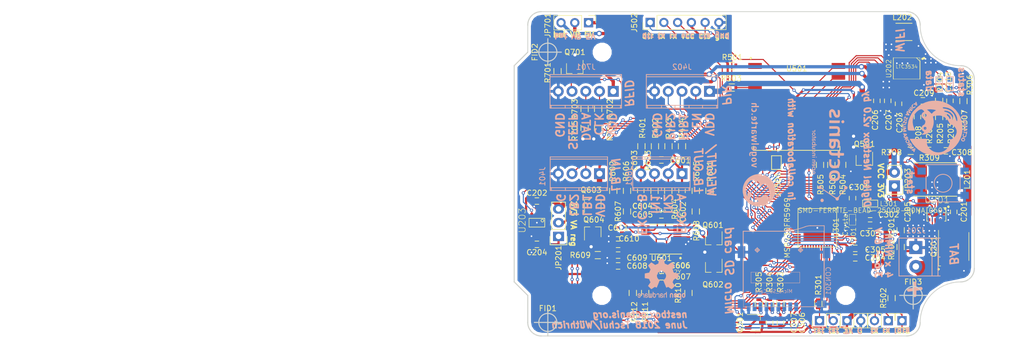
<source format=kicad_pcb>
(kicad_pcb (version 4) (host pcbnew 4.0.7)
  (layers (0 F.Cu signal) (31 B.Cu signal) (34 B.Paste user) (35 F.Paste user hide) (36 B.SilkS user hide) (37 F.SilkS user) (38 B.Mask user) (39 F.Mask user hide) (44 Edge.Cuts user))
  (net 0 "")
  (net 1 GND)
  (net 2 +3V3)
  (net 3 VAA)
  (net 4 "Net-(C205-Pad1)")
  (net 5 /Control/AVCC)
  (net 6 "Net-(C302-Pad1)")
  (net 7 "Net-(C303-Pad1)")
  (net 8 "Net-(C306-Pad1)")
  (net 9 "Net-(C308-Pad1)")
  (net 10 /Load_Cell/EXC_A)
  (net 11 /Load_Cell/EXC_B)
  (net 12 /Load_Cell/AIN1)
  (net 13 /Load_Cell/AIN2)
  (net 14 "Net-(C606-Pad1)")
  (net 15 "Net-(C606-Pad2)")
  (net 16 "Net-(C610-Pad2)")
  (net 17 "Net-(CON301-Pad3)")
  (net 18 "Net-(CON301-Pad5)")
  (net 19 "Net-(CON301-Pad7)")
  (net 20 /Control/DBG_LED1)
  (net 21 "Net-(D301-Pad-)")
  (net 22 /Control/DBG_LED2)
  (net 23 "Net-(D302-Pad-)")
  (net 24 +BATT)
  (net 25 "/Passage Detector/LB1_DETECT")
  (net 26 "/Passage Detector/LB2_DETECT")
  (net 27 /PIR_EN)
  (net 28 /Control/LB1_LED)
  (net 29 /RFID/RFID_VDD)
  (net 30 /Control/RFID_CLK)
  (net 31 /Control/RFID_DATA)
  (net 32 "Net-(J701-Pad4)")
  (net 33 +5V)
  (net 34 "Net-(P302-Pad1)")
  (net 35 "Net-(P302-Pad2)")
  (net 36 /Control/RFID_SLEEP_N)
  (net 37 /Control/HK_BAT_V)
  (net 38 "Net-(R201-Pad2)")
  (net 39 /Control/SPI_MOSI)
  (net 40 /Control/SPI_MISO)
  (net 41 /Control/DBG_Switch)
  (net 42 /Control/LORA_RESET_N)
  (net 43 "Net-(R607-Pad1)")
  (net 44 "Net-(R608-Pad1)")
  (net 45 /Control/SPI_CLK)
  (net 46 "Net-(R610-Pad2)")
  (net 47 "Net-(R611-Pad2)")
  (net 48 "Net-(R612-Pad2)")
  (net 49 /Control/BAT_TEST_ENABLE)
  (net 50 /Control/5V_ENABLE)
  (net 51 /Power/LDO_EN)
  (net 52 /Load_Cell/DRDY_N)
  (net 53 /Control/LOADCELL_SPI_CS)
  (net 54 "Net-(C204-Pad1)")
  (net 55 "Net-(C208-Pad1)")
  (net 56 "Net-(C208-Pad2)")
  (net 57 "Net-(C209-Pad1)")
  (net 58 "Net-(C210-Pad1)")
  (net 59 "Net-(L202-Pad1)")
  (net 60 "Net-(L202-Pad2)")
  (net 61 "Net-(R501-Pad2)")
  (net 62 /Power/5V_PWM)
  (net 63 /Communication/ESP12_ENABLE)
  (net 64 /Communication/ESP12_RX)
  (net 65 /Communication/ESP12_TX)
  (net 66 "Net-(P301-Pad1)")
  (net 67 "Net-(P301-Pad2)")
  (net 68 "Net-(L201-Pad1)")
  (net 69 /Load_Cell/conn3)
  (net 70 /Load_Cell/conn2)
  (net 71 /PIR_OUT1)
  (net 72 /PIR_OUT2)
  (net 73 /Communication/DTR)
  (net 74 /Communication/ESP12_VCC)
  (net 75 /Communication/CTS)
  (net 76 "Net-(R504-Pad2)")
  (net 77 "Net-(R506-Pad2)")
  (net 78 /Load_Cell/EXC_A_P)
  (net 79 /Load_Cell/EXC_A_N)
  (net 80 /Load_Cell/EXC_B_P)
  (net 81 /Load_Cell/EXC_B_N)
  (net 82 /Communication/RX)
  (net 83 "Net-(J701-Pad2)")
  (net 84 "Net-(J701-Pad3)")
  (net 85 /Control/SD_CARD_ENABLE)
  (net 86 /Power/batt_in)
  (net 87 "Net-(Q601-Pad2)")
  (net 88 "Net-(Q603-Pad2)")
  (module Fiducials:Fiducial_1mm_Dia_2.54mm_Outer_CopperTop (layer F.Cu) (at 106.21 179.995)
    (fp_text reference FID3 (at 0 -2.5) (layer F.SilkS))
    (fp_text value Fiducial_1mm_Dia_2.54mm_Outer_CopperTop)
    (pad ~ smd circle (at 0 0) (size 1 1) (layers F.Cu F.Mask) (clearance 0.77))
  )
  (module Fiducials:Fiducial_1mm_Dia_2.54mm_Outer_CopperTop (layer F.Cu) (at 38.71 134.995)
    (fp_text reference FID2 (at -2.4 0 90) (layer F.SilkS))
    (fp_text value Fiducial_1mm_Dia_2.54mm_Outer_CopperTop)
    (pad ~ smd circle (at 0 0) (size 1 1) (layers F.Cu F.Mask) (clearance 0.77))
  )
  (module Resistors_SMD:R_0603 (layer F.Cu) (at 79.69 181.545 90)
    (fp_text reference R304 (at 4 0 90) (layer F.SilkS))
    (fp_text value 47R)
    (pad 1 smd rect (at -0.75 0 90) (size 0.5 0.9) (layers F.Cu F.Paste F.Mask) (net 18 "Net-(CON301-Pad5)"))
    (pad 2 smd rect (at 0.75 0 90) (size 0.5 0.9) (layers F.Cu F.Paste F.Mask) (net 45 /Control/SPI_CLK))
  )
  (module Mounting_Holes:MountingHole_2.5mm (layer F.Cu) (at 48.69 180)
    (fp_text reference REF** hide)
    (fp_text value MountingHole_2.5mm)
    (pad 1 np_thru_hole circle (at 0 0) (size 2.5 2.5) (drill 2.5) (layers *.Cu *.Mask))
  )
  (module Mounting_Holes:MountingHole_2.5mm (layer F.Cu) (at 93.75 180)
    (fp_text reference REF** hide)
    (fp_text value MountingHole_2.5mm)
    (pad 1 np_thru_hole circle (at 0 0) (size 2.5 2.5) (drill 2.5) (layers *.Cu *.Mask))
  )
  (module Capacitors_SMD:C_0603 (layer F.Cu) (at 113.69 164.545 270)
    (fp_text reference C201 (at 0 -1.9 270) (layer F.SilkS))
    (fp_text value 10u)
    (pad 1 smd rect (at -0.75 0 270) (size 0.8 0.75) (layers F.Cu F.Paste F.Mask) (net 24 +BATT))
    (pad 2 smd rect (at 0.75 0 270) (size 0.8 0.75) (layers F.Cu F.Paste F.Mask) (net 1 GND))
  )
  (module Capacitors_SMD:C_0603 (layer F.Cu) (at 36.69 162.545 180)
    (fp_text reference C202 (at 0 1.5 180) (layer F.SilkS))
    (fp_text value 1u)
    (pad 1 smd rect (at -0.75 0 180) (size 0.8 0.75) (layers F.Cu F.Paste F.Mask) (net 2 +3V3))
    (pad 2 smd rect (at 0.75 0 180) (size 0.8 0.75) (layers F.Cu F.Paste F.Mask) (net 1 GND))
  )
  (module Capacitors_SMD:C_0603 (layer F.Cu) (at 103.5 144.545 270)
    (fp_text reference C203 (at 3.5 -0.19 270) (layer F.SilkS))
    (fp_text value 10u)
    (pad 1 smd rect (at -0.75 0 270) (size 0.8 0.75) (layers F.Cu F.Paste F.Mask) (net 24 +BATT))
    (pad 2 smd rect (at 0.75 0 270) (size 0.8 0.75) (layers F.Cu F.Paste F.Mask) (net 1 GND))
  )
  (module Capacitors_SMD:C_0603 (layer F.Cu) (at 36.69 170.545 180)
    (fp_text reference C204 (at 0 -1.5 180) (layer F.SilkS))
    (fp_text value 1u)
    (pad 1 smd rect (at -0.75 0 180) (size 0.8 0.75) (layers F.Cu F.Paste F.Mask) (net 54 "Net-(C204-Pad1)"))
    (pad 2 smd rect (at 0.75 0 180) (size 0.8 0.75) (layers F.Cu F.Paste F.Mask) (net 1 GND))
  )
  (module Capacitors_SMD:C_0603 (layer F.Cu) (at 106.69 164.545 270)
    (fp_text reference C205 (at 0 1.5 270) (layer F.SilkS))
    (fp_text value 10u)
    (pad 1 smd rect (at -0.75 0 270) (size 0.8 0.75) (layers F.Cu F.Paste F.Mask) (net 4 "Net-(C205-Pad1)"))
    (pad 2 smd rect (at 0.75 0 270) (size 0.8 0.75) (layers F.Cu F.Paste F.Mask) (net 1 GND))
  )
  (module Capacitors_SMD:C_0603 (layer F.Cu) (at 99.5 144 270)
    (fp_text reference C206 (at 3.545 0.31 270) (layer F.SilkS))
    (fp_text value 10u)
    (pad 1 smd rect (at -0.75 0 270) (size 0.8 0.75) (layers F.Cu F.Paste F.Mask) (net 33 +5V))
    (pad 2 smd rect (at 0.75 0 270) (size 0.8 0.75) (layers F.Cu F.Paste F.Mask) (net 1 GND))
  )
  (module Capacitors_SMD:C_0603 (layer F.Cu) (at 101.5 144 270)
    (fp_text reference C207 (at 3.545 -0.19 270) (layer F.SilkS))
    (fp_text value 10u)
    (pad 1 smd rect (at -0.75 0 270) (size 0.8 0.75) (layers F.Cu F.Paste F.Mask) (net 33 +5V))
    (pad 2 smd rect (at 0.75 0 270) (size 0.8 0.75) (layers F.Cu F.Paste F.Mask) (net 1 GND))
  )
  (module Capacitors_SMD:C_0603 (layer F.Cu) (at 95 162 90)
    (fp_text reference C301 (at 2.005 1.21 180) (layer F.SilkS))
    (fp_text value 100n)
    (pad 1 smd rect (at -0.75 0 90) (size 0.8 0.75) (layers F.Cu F.Paste F.Mask) (net 5 /Control/AVCC))
    (pad 2 smd rect (at 0.75 0 90) (size 0.8 0.75) (layers F.Cu F.Paste F.Mask) (net 1 GND))
  )
  (module Capacitors_SMD:C_0603 (layer F.Cu) (at 98.25 165)
    (fp_text reference C302 (at 3.44 0.045) (layer F.SilkS))
    (fp_text value "25 pF")
    (pad 1 smd rect (at -0.75 0) (size 0.8 0.75) (layers F.Cu F.Paste F.Mask) (net 6 "Net-(C302-Pad1)"))
    (pad 2 smd rect (at 0.75 0) (size 0.8 0.75) (layers F.Cu F.Paste F.Mask) (net 1 GND))
  )
  (module Capacitors_SMD:C_0603 (layer F.Cu) (at 98.25 167)
    (fp_text reference C303 (at 0 1.545) (layer F.SilkS))
    (fp_text value "25 pF")
    (pad 1 smd rect (at -0.75 0) (size 0.8 0.75) (layers F.Cu F.Paste F.Mask) (net 7 "Net-(C303-Pad1)"))
    (pad 2 smd rect (at 0.75 0) (size 0.8 0.75) (layers F.Cu F.Paste F.Mask) (net 1 GND))
  )
  (module Capacitors_SMD:C_0603 (layer F.Cu) (at 95.5 173.045 180)
    (fp_text reference C304 (at -3.69 0 180) (layer F.SilkS))
    (fp_text value 10u)
    (pad 1 smd rect (at -0.75 0 180) (size 0.8 0.75) (layers F.Cu F.Paste F.Mask) (net 1 GND))
    (pad 2 smd rect (at 0.75 0 180) (size 0.8 0.75) (layers F.Cu F.Paste F.Mask) (net 2 +3V3))
  )
  (module Capacitors_SMD:C_0603 (layer F.Cu) (at 95.5 171.295 180)
    (fp_text reference C305 (at -3.69 -0.25 180) (layer F.SilkS))
    (fp_text value 100n)
    (pad 1 smd rect (at -0.75 0 180) (size 0.8 0.75) (layers F.Cu F.Paste F.Mask) (net 1 GND))
    (pad 2 smd rect (at 0.75 0 180) (size 0.8 0.75) (layers F.Cu F.Paste F.Mask) (net 2 +3V3))
  )
  (module Capacitors_SMD:C_0603 (layer F.Cu) (at 81.69 185.045 270)
    (fp_text reference C306 (at 0 -4 270) (layer F.SilkS))
    (fp_text value 100u)
    (pad 1 smd rect (at -0.75 0 270) (size 0.8 0.75) (layers F.Cu F.Paste F.Mask) (net 8 "Net-(C306-Pad1)"))
    (pad 2 smd rect (at 0.75 0 270) (size 0.8 0.75) (layers F.Cu F.Paste F.Mask) (net 1 GND))
  )
  (module Capacitors_SMD:C_0603 (layer F.Cu) (at 79.69 185.045 270)
    (fp_text reference C307 (at 0 -4.5 270) (layer F.SilkS))
    (fp_text value 0.1u)
    (pad 1 smd rect (at -0.75 0 270) (size 0.8 0.75) (layers F.Cu F.Paste F.Mask) (net 8 "Net-(C306-Pad1)"))
    (pad 2 smd rect (at 0.75 0 270) (size 0.8 0.75) (layers F.Cu F.Paste F.Mask) (net 1 GND))
  )
  (module Capacitors_SMD:C_0603 (layer F.Cu) (at 112.25 153.25)
    (fp_text reference C308 (at 2.94 0.295) (layer F.SilkS))
    (fp_text value 100n)
    (pad 1 smd rect (at -0.75 0) (size 0.8 0.75) (layers F.Cu F.Paste F.Mask) (net 9 "Net-(C308-Pad1)"))
    (pad 2 smd rect (at 0.75 0) (size 0.8 0.75) (layers F.Cu F.Paste F.Mask) (net 1 GND))
  )
  (module Capacitors_SMD:C_0603 (layer F.Cu) (at 59.69 154.94 180)
    (fp_text reference C601 (at -3.5 -0.105 180) (layer F.SilkS))
    (fp_text value 1u)
    (pad 1 smd rect (at -0.75 0 180) (size 0.8 0.75) (layers F.Cu F.Paste F.Mask) (net 10 /Load_Cell/EXC_A))
    (pad 2 smd rect (at 0.75 0 180) (size 0.8 0.75) (layers F.Cu F.Paste F.Mask) (net 11 /Load_Cell/EXC_B))
  )
  (module Capacitors_SMD:C_0603 (layer F.Cu) (at 63.5 160.655 270)
    (fp_text reference C602 (at 3.89 -0.19 270) (layer F.SilkS))
    (fp_text value "100n 1%")
    (pad 1 smd rect (at -0.75 0 270) (size 0.8 0.75) (layers F.Cu F.Paste F.Mask) (net 10 /Load_Cell/EXC_A))
    (pad 2 smd rect (at 0.75 0 270) (size 0.8 0.75) (layers F.Cu F.Paste F.Mask) (net 1 GND))
  )
  (module Capacitors_SMD:C_0603 (layer F.Cu) (at 55.88 160.655 270)
    (fp_text reference C603 (at -5.61 1.19 270) (layer F.SilkS))
    (fp_text value "100n 1%")
    (pad 1 smd rect (at -0.75 0 270) (size 0.8 0.75) (layers F.Cu F.Paste F.Mask) (net 11 /Load_Cell/EXC_B))
    (pad 2 smd rect (at 0.75 0 270) (size 0.8 0.75) (layers F.Cu F.Paste F.Mask) (net 1 GND))
  )
  (module Capacitors_SMD:C_0603 (layer F.Cu) (at 59.69 165.1)
    (fp_text reference C605 (at -3.5 -0.055) (layer F.SilkS))
    (fp_text value "100n 1%")
    (pad 1 smd rect (at -0.75 0) (size 0.8 0.75) (layers F.Cu F.Paste F.Mask) (net 12 /Load_Cell/AIN1))
    (pad 2 smd rect (at 0.75 0) (size 0.8 0.75) (layers F.Cu F.Paste F.Mask) (net 13 /Load_Cell/AIN2))
  )
  (module Capacitors_SMD:C_0603 (layer F.Cu) (at 59.69 176.545)
    (fp_text reference C607 (at 3.5 0) (layer F.SilkS))
    (fp_text value 1u)
    (pad 1 smd rect (at -0.75 0) (size 0.8 0.75) (layers F.Cu F.Paste F.Mask) (net 14 "Net-(C606-Pad1)"))
    (pad 2 smd rect (at 0.75 0) (size 0.8 0.75) (layers F.Cu F.Paste F.Mask) (net 15 "Net-(C606-Pad2)"))
  )
  (module Capacitors_SMD:C_0603 (layer F.Cu) (at 51.69 174.545 180)
    (fp_text reference C608 (at -3.5 0 180) (layer F.SilkS))
    (fp_text value 1u)
    (pad 1 smd rect (at -0.75 0 180) (size 0.8 0.75) (layers F.Cu F.Paste F.Mask) (net 2 +3V3))
    (pad 2 smd rect (at 0.75 0 180) (size 0.8 0.75) (layers F.Cu F.Paste F.Mask) (net 1 GND))
  )
  (module Capacitors_SMD:C_0603 (layer F.Cu) (at 51.69 172.545)
    (fp_text reference C609 (at 3.5 0.5) (layer F.SilkS))
    (fp_text value 100n)
    (pad 1 smd rect (at -0.75 0) (size 0.8 0.75) (layers F.Cu F.Paste F.Mask) (net 1 GND))
    (pad 2 smd rect (at 0.75 0) (size 0.8 0.75) (layers F.Cu F.Paste F.Mask) (net 2 +3V3))
  )
  (module Capacitors_SMD:C_0603 (layer F.Cu) (at 51.69 170.545)
    (fp_text reference C610 (at 2.02 -1.05) (layer F.SilkS))
    (fp_text value 10u)
    (pad 1 smd rect (at -0.75 0) (size 0.8 0.75) (layers F.Cu F.Paste F.Mask) (net 1 GND))
    (pad 2 smd rect (at 0.75 0) (size 0.8 0.75) (layers F.Cu F.Paste F.Mask) (net 16 "Net-(C610-Pad2)"))
  )
  (module Capacitors_SMD:C_0603 (layer F.Cu) (at 51.69 168.545)
    (fp_text reference C611 (at 0.02 -1.05) (layer F.SilkS))
    (fp_text value 10n)
    (pad 1 smd rect (at -0.75 0) (size 0.8 0.75) (layers F.Cu F.Paste F.Mask) (net 1 GND))
    (pad 2 smd rect (at 0.75 0) (size 0.8 0.75) (layers F.Cu F.Paste F.Mask) (net 16 "Net-(C610-Pad2)"))
  )
  (module SeeedOPL-LED-2016:LED-0603 (layer B.Cu) (at 112.99 140.845 270)
    (fp_text reference D301 hide)
    (fp_text value SMD-LED-CLEAR-GREEN_0603_)
    (pad + smd rect (at -0.762 0 270) (size 0.762 0.889) (layers B.Cu B.Paste B.Mask) (net 20 /Control/DBG_LED1))
    (pad - smd rect (at 0.762 0 270) (size 0.762 0.889) (layers B.Cu B.Paste B.Mask) (net 21 "Net-(D301-Pad-)"))
  )
  (module SeeedOPL-LED-2016:LED-0603 (layer B.Cu) (at 110.99 140.845 270)
    (fp_text reference D302 hide)
    (fp_text value SMD-LED-CLEAR-BLUE_0603_)
    (pad + smd rect (at -0.762 0 270) (size 0.762 0.889) (layers B.Cu B.Paste B.Mask) (net 22 /Control/DBG_LED2))
    (pad - smd rect (at 0.762 0 270) (size 0.762 0.889) (layers B.Cu B.Paste B.Mask) (net 23 "Net-(D302-Pad-)"))
  )
  (module Terminal_Blocks:TerminalBlock_Pheonix_PT-3.5mm_2pol (layer B.Cu) (at 106.69 171.145 270)
    (fp_text reference J201 (at -3.15 -0.02 360) (layer B.SilkS) (effects (justify mirror)))
    (fp_text value BATT_CONN_01X02)
    (pad 2 thru_hole circle (at 3.5 0 270) (size 2.4 2.4) (drill 1.2) (layers *.Cu *.Mask) (net 86 /Power/batt_in))
    (pad 1 thru_hole rect (at 0 0 270) (size 2.4 2.4) (drill 1.2) (layers *.Cu *.Mask) (net 1 GND))
  )
  (module Pin_Headers:Pin_Header_Straight_1x02 (layer F.Cu) (at 102.75 159.75 180)
    (fp_text reference JP203 (at -2.46 1.005 270) (layer F.SilkS))
    (fp_text value Jumper_3V3)
    (pad 1 thru_hole rect (at 0 0 180) (size 2.032 2.032) (drill 1.016) (layers *.Cu *.Mask) (net 4 "Net-(C205-Pad1)"))
    (pad 2 thru_hole oval (at 0 2.54 180) (size 2.032 2.032) (drill 1.016) (layers *.Cu *.Mask) (net 2 +3V3))
  )
  (module Pin_Headers:Pin_Header_Straight_1x03_Pitch2.54mm (layer F.Cu) (at 46.23 129.545 270)
    (fp_text reference JP701 (at 0.5 7.54 270) (layer F.SilkS))
    (fp_text value V_RFID_Jumper_SELECT_Dual)
    (pad 1 thru_hole rect (at 0 0 270) (size 1.7 1.7) (drill 1) (layers *.Cu *.Mask) (net 33 +5V))
    (pad 2 thru_hole oval (at 0 2.54 270) (size 1.7 1.7) (drill 1) (layers *.Cu *.Mask) (net 29 /RFID/RFID_VDD))
    (pad 3 thru_hole oval (at 0 5.08 270) (size 1.7 1.7) (drill 1) (layers *.Cu *.Mask) (net 24 +BATT))
  )
  (module SeeedOPL-Inductor-2016:L0603 (layer F.Cu) (at 98.262 163)
    (fp_text reference L301 (at 3.428 0.045) (layer F.SilkS) (effects (font (size 0.889 0.889) (thickness 0.1016))))
    (fp_text value SMD-FERRITE-BEAD-2500R-50MA_0603_ (at 0.762 1.27) (layer F.SilkS) (effects (font (size 0.889 0.889) (thickness 0.1016))))
    (pad 1 smd rect (at -0.762 0) (size 0.889 0.889) (layers F.Cu F.Paste F.Mask) (net 5 /Control/AVCC))
    (pad 2 smd rect (at 0.762 0) (size 0.889 0.889) (layers F.Cu F.Paste F.Mask) (net 2 +3V3))
  )
  (module Socket_Strips:Socket_Strip_Straight_1x02_Pitch2.54mm (layer F.Cu) (at 101.6 184.67 270)
    (fp_text reference P301 hide)
    (fp_text value RX/TX)
    (pad 1 thru_hole rect (at 0 0 270) (size 1.7 1.7) (drill 1) (layers *.Cu *.Mask) (net 66 "Net-(P301-Pad1)"))
    (pad 2 thru_hole oval (at 0 2.54 270) (size 1.7 1.7) (drill 1) (layers *.Cu *.Mask) (net 67 "Net-(P301-Pad2)"))
  )
  (module Socket_Strips:Socket_Strip_Straight_1x02_Pitch2.54mm (layer F.Cu) (at 88.9 184.67 90)
    (fp_text reference P302 hide)
    (fp_text value TST/RST)
    (pad 1 thru_hole rect (at 0 0 90) (size 1.7 1.7) (drill 1) (layers *.Cu *.Mask) (net 34 "Net-(P302-Pad1)"))
    (pad 2 thru_hole oval (at 0 2.54 90) (size 1.7 1.7) (drill 1) (layers *.Cu *.Mask) (net 35 "Net-(P302-Pad2)"))
  )
  (module Resistors_SMD:R_0603 (layer F.Cu) (at 103.89 167.945 90)
    (fp_text reference R201 (at 0.4 -1.7 90) (layer F.SilkS))
    (fp_text value 100k)
    (pad 1 smd rect (at -0.75 0 90) (size 0.5 0.9) (layers F.Cu F.Paste F.Mask) (net 37 /Control/HK_BAT_V))
    (pad 2 smd rect (at 0.75 0 90) (size 0.5 0.9) (layers F.Cu F.Paste F.Mask) (net 38 "Net-(R201-Pad2)"))
  )
  (module Resistors_SMD:R_0603 (layer F.Cu) (at 103.89 171.045 90)
    (fp_text reference R202 (at -0.5 -1.7 90) (layer F.SilkS))
    (fp_text value 50k)
    (pad 1 smd rect (at -0.75 0 90) (size 0.5 0.9) (layers F.Cu F.Paste F.Mask) (net 1 GND))
    (pad 2 smd rect (at 0.75 0 90) (size 0.5 0.9) (layers F.Cu F.Paste F.Mask) (net 37 /Control/HK_BAT_V))
  )
  (module Resistors_SMD:R_0603 (layer F.Cu) (at 113 147 270)
    (fp_text reference R203 (at 3.045 -0.19 270) (layer F.SilkS))
    (fp_text value 10k)
    (pad 1 smd rect (at -0.75 0 270) (size 0.5 0.9) (layers F.Cu F.Paste F.Mask) (net 58 "Net-(C210-Pad1)"))
    (pad 2 smd rect (at 0.75 0 270) (size 0.5 0.9) (layers F.Cu F.Paste F.Mask) (net 33 +5V))
  )
  (module Resistors_SMD:R_0603 (layer F.Cu) (at 111 144 270)
    (fp_text reference R204 (at -3.455 -0.19 270) (layer F.SilkS))
    (fp_text value 162k)
    (pad 1 smd rect (at -0.75 0 270) (size 0.5 0.9) (layers F.Cu F.Paste F.Mask) (net 1 GND))
    (pad 2 smd rect (at 0.75 0 270) (size 0.5 0.9) (layers F.Cu F.Paste F.Mask) (net 57 "Net-(C209-Pad1)"))
  )
  (module Resistors_SMD:R_0603 (layer F.Cu) (at 111 147 90)
    (fp_text reference R205 (at -3.045 0.19 90) (layer F.SilkS))
    (fp_text value 649k)
    (pad 1 smd rect (at -0.75 0 90) (size 0.5 0.9) (layers F.Cu F.Paste F.Mask) (net 33 +5V))
    (pad 2 smd rect (at 0.75 0 90) (size 0.5 0.9) (layers F.Cu F.Paste F.Mask) (net 57 "Net-(C209-Pad1)"))
  )
  (module Resistors_SMD:R_0603 (layer F.Cu) (at 88.69 181.545 90)
    (fp_text reference R301 (at 3.5 0 90) (layer F.SilkS))
    (fp_text value 47K)
    (pad 1 smd rect (at -0.75 0 90) (size 0.5 0.9) (layers F.Cu F.Paste F.Mask) (net 34 "Net-(P302-Pad1)"))
    (pad 2 smd rect (at 0.75 0 90) (size 0.5 0.9) (layers F.Cu F.Paste F.Mask) (net 2 +3V3))
  )
  (module Resistors_SMD:R_0603 (layer F.Cu) (at 81.69 181.545 90)
    (fp_text reference R303 (at 4 0 90) (layer F.SilkS))
    (fp_text value 47R)
    (pad 1 smd rect (at -0.75 0 90) (size 0.5 0.9) (layers F.Cu F.Paste F.Mask) (net 17 "Net-(CON301-Pad3)"))
    (pad 2 smd rect (at 0.75 0 90) (size 0.5 0.9) (layers F.Cu F.Paste F.Mask) (net 39 /Control/SPI_MOSI))
  )
  (module Resistors_SMD:R_0603 (layer F.Cu) (at 77.69 181.545 90)
    (fp_text reference R305 (at 4 0 90) (layer F.SilkS))
    (fp_text value 47R)
    (pad 1 smd rect (at -0.75 0 90) (size 0.5 0.9) (layers F.Cu F.Paste F.Mask) (net 19 "Net-(CON301-Pad7)"))
    (pad 2 smd rect (at 0.75 0 90) (size 0.5 0.9) (layers F.Cu F.Paste F.Mask) (net 40 /Control/SPI_MISO))
  )
  (module Resistors_SMD:R_0603 (layer F.Cu) (at 115.49 140.845 90)
    (fp_text reference R306 (at -0.2 1.2 90) (layer F.SilkS))
    (fp_text value 1K)
    (pad 1 smd rect (at -0.75 0 90) (size 0.5 0.9) (layers F.Cu F.Paste F.Mask) (net 21 "Net-(D301-Pad-)"))
    (pad 2 smd rect (at 0.75 0 90) (size 0.5 0.9) (layers F.Cu F.Paste F.Mask) (net 1 GND))
  )
  (module Resistors_SMD:R_0603 (layer F.Cu) (at 115.49 144.045 270)
    (fp_text reference R307 (at 3.5 -0.2 270) (layer F.SilkS))
    (fp_text value 1K)
    (pad 1 smd rect (at -0.75 0 270) (size 0.5 0.9) (layers F.Cu F.Paste F.Mask) (net 23 "Net-(D302-Pad-)"))
    (pad 2 smd rect (at 0.75 0 270) (size 0.5 0.9) (layers F.Cu F.Paste F.Mask) (net 1 GND))
  )
  (module Resistors_SMD:R_0603 (layer F.Cu) (at 105.75 153.25)
    (fp_text reference R308 (at -3.56 0.295) (layer F.SilkS))
    (fp_text value 10K)
    (pad 1 smd rect (at -0.75 0) (size 0.5 0.9) (layers F.Cu F.Paste F.Mask) (net 2 +3V3))
    (pad 2 smd rect (at 0.75 0) (size 0.5 0.9) (layers F.Cu F.Paste F.Mask) (net 41 /Control/DBG_Switch))
  )
  (module Resistors_SMD:R_0603 (layer F.Cu) (at 109 153.25)
    (fp_text reference R309 (at 0.19 1.295) (layer F.SilkS))
    (fp_text value 10K)
    (pad 1 smd rect (at -0.75 0) (size 0.5 0.9) (layers F.Cu F.Paste F.Mask) (net 41 /Control/DBG_Switch))
    (pad 2 smd rect (at 0.75 0) (size 0.5 0.9) (layers F.Cu F.Paste F.Mask) (net 9 "Net-(C308-Pad1)"))
  )
  (module Resistors_SMD:R_0603 (layer F.Cu) (at 72.69 137.545)
    (fp_text reference R501 (at 0.1 -1.6) (layer F.SilkS))
    (fp_text value 10K)
    (pad 1 smd rect (at -0.75 0) (size 0.5 0.9) (layers F.Cu F.Paste F.Mask) (net 74 /Communication/ESP12_VCC))
    (pad 2 smd rect (at 0.75 0) (size 0.5 0.9) (layers F.Cu F.Paste F.Mask) (net 61 "Net-(R501-Pad2)"))
  )
  (module Resistors_SMD:R_0603 (layer F.Cu) (at 102.21 180.495 270)
    (fp_text reference R502 (at 0 1.5 270) (layer F.SilkS))
    (fp_text value 10K)
    (pad 1 smd rect (at -0.75 0 270) (size 0.5 0.9) (layers F.Cu F.Paste F.Mask) (net 2 +3V3))
    (pad 2 smd rect (at 0.75 0 270) (size 0.5 0.9) (layers F.Cu F.Paste F.Mask) (net 42 /Control/LORA_RESET_N))
  )
  (module Resistors_SMD:R_0603 (layer F.Cu) (at 68.58 160.655 270)
    (fp_text reference R601 (at -3.61 -0.11 270) (layer F.SilkS))
    (fp_text value "1k 1%")
    (pad 1 smd rect (at -0.75 0 270) (size 0.5 0.9) (layers F.Cu F.Paste F.Mask) (net 10 /Load_Cell/EXC_A))
    (pad 2 smd rect (at 0.75 0 270) (size 0.5 0.9) (layers F.Cu F.Paste F.Mask) (net 87 "Net-(Q601-Pad2)"))
  )
  (module Resistors_SMD:R_0603 (layer F.Cu) (at 50.8 160.655 270)
    (fp_text reference R602 (at -3.61 0.11 270) (layer F.SilkS))
    (fp_text value "1k 1%")
    (pad 1 smd rect (at -0.75 0 270) (size 0.5 0.9) (layers F.Cu F.Paste F.Mask) (net 11 /Load_Cell/EXC_B))
    (pad 2 smd rect (at 0.75 0 270) (size 0.5 0.9) (layers F.Cu F.Paste F.Mask) (net 88 "Net-(Q603-Pad2)"))
  )
  (module Resistors_SMD:R_0603 (layer F.Cu) (at 58.42 160.655 90)
    (fp_text reference R603 (at 5.61 -1.23 90) (layer F.SilkS))
    (fp_text value "1k 1%")
    (pad 1 smd rect (at -0.75 0 90) (size 0.5 0.9) (layers F.Cu F.Paste F.Mask) (net 12 /Load_Cell/AIN1))
    (pad 2 smd rect (at 0.75 0 90) (size 0.5 0.9) (layers F.Cu F.Paste F.Mask) (net 69 /Load_Cell/conn3))
  )
  (module Resistors_SMD:R_0603 (layer F.Cu) (at 60.96 160.655 90)
    (fp_text reference R604 (at -3.39 1.23 90) (layer F.SilkS))
    (fp_text value "1k 1%")
    (pad 1 smd rect (at -0.75 0 90) (size 0.5 0.9) (layers F.Cu F.Paste F.Mask) (net 13 /Load_Cell/AIN2))
    (pad 2 smd rect (at 0.75 0 90) (size 0.5 0.9) (layers F.Cu F.Paste F.Mask) (net 70 /Load_Cell/conn2))
  )
  (module Resistors_SMD:R_0603 (layer F.Cu) (at 66.04 160.655 90)
    (fp_text reference R605 (at 3.61 0.15 90) (layer F.SilkS))
    (fp_text value "100R 1%")
    (pad 1 smd rect (at -0.75 0 90) (size 0.5 0.9) (layers F.Cu F.Paste F.Mask) (net 14 "Net-(C606-Pad1)"))
    (pad 2 smd rect (at 0.75 0 90) (size 0.5 0.9) (layers F.Cu F.Paste F.Mask) (net 10 /Load_Cell/EXC_A))
  )
  (module Resistors_SMD:R_0603 (layer F.Cu) (at 53.34 160.655 90)
    (fp_text reference R606 (at 3.61 -0.15 90) (layer F.SilkS))
    (fp_text value "100R 1%")
    (pad 1 smd rect (at -0.75 0 90) (size 0.5 0.9) (layers F.Cu F.Paste F.Mask) (net 15 "Net-(C606-Pad2)"))
    (pad 2 smd rect (at 0.75 0 90) (size 0.5 0.9) (layers F.Cu F.Paste F.Mask) (net 11 /Load_Cell/EXC_B))
  )
  (module Resistors_SMD:R_0603 (layer F.Cu) (at 53.34 164.465 90)
    (fp_text reference R607 (at 0 -1.65 90) (layer F.SilkS))
    (fp_text value 0R)
    (pad 1 smd rect (at -0.75 0 90) (size 0.5 0.9) (layers F.Cu F.Paste F.Mask) (net 43 "Net-(R607-Pad1)"))
    (pad 2 smd rect (at 0.75 0 90) (size 0.5 0.9) (layers F.Cu F.Paste F.Mask) (net 15 "Net-(C606-Pad2)"))
  )
  (module Resistors_SMD:R_0603 (layer F.Cu) (at 66.04 164.465 90)
    (fp_text reference R608 (at -3.58 0.15 90) (layer F.SilkS))
    (fp_text value 0R)
    (pad 1 smd rect (at -0.75 0 90) (size 0.5 0.9) (layers F.Cu F.Paste F.Mask) (net 44 "Net-(R608-Pad1)"))
    (pad 2 smd rect (at 0.75 0 90) (size 0.5 0.9) (layers F.Cu F.Paste F.Mask) (net 14 "Net-(C606-Pad1)"))
  )
  (module Resistors_SMD:R_0603 (layer F.Cu) (at 47.94 172.545)
    (fp_text reference R609 (at -3.23 0) (layer F.SilkS))
    (fp_text value 2k2)
    (pad 1 smd rect (at -0.75 0) (size 0.5 0.9) (layers F.Cu F.Paste F.Mask) (net 3 VAA))
    (pad 2 smd rect (at 0.75 0) (size 0.5 0.9) (layers F.Cu F.Paste F.Mask) (net 16 "Net-(C610-Pad2)"))
  )
  (module Resistors_SMD:R_0603 (layer F.Cu) (at 64.69 179.545 90)
    (fp_text reference R610 (at 0 -1.9 90) (layer F.SilkS))
    (fp_text value 47R)
    (pad 1 smd rect (at -0.75 0 90) (size 0.5 0.9) (layers F.Cu F.Paste F.Mask) (net 45 /Control/SPI_CLK))
    (pad 2 smd rect (at 0.75 0 90) (size 0.5 0.9) (layers F.Cu F.Paste F.Mask) (net 46 "Net-(R610-Pad2)"))
  )
  (module Resistors_SMD:R_0603 (layer F.Cu) (at 56.69 179.545 90)
    (fp_text reference R611 (at -3.5 0 90) (layer F.SilkS))
    (fp_text value 47R)
    (pad 1 smd rect (at -0.75 0 90) (size 0.5 0.9) (layers F.Cu F.Paste F.Mask) (net 39 /Control/SPI_MOSI))
    (pad 2 smd rect (at 0.75 0 90) (size 0.5 0.9) (layers F.Cu F.Paste F.Mask) (net 47 "Net-(R611-Pad2)"))
  )
  (module Resistors_SMD:R_0603 (layer F.Cu) (at 54.408571 179.545 90)
    (fp_text reference R612 (at -3.5 0.281429 90) (layer F.SilkS))
    (fp_text value 47R)
    (pad 1 smd rect (at -0.75 0 90) (size 0.5 0.9) (layers F.Cu F.Paste F.Mask) (net 40 /Control/SPI_MISO))
    (pad 2 smd rect (at 0.75 0 90) (size 0.5 0.9) (layers F.Cu F.Paste F.Mask) (net 48 "Net-(R612-Pad2)"))
  )
  (module Resistors_SMD:R_0603 (layer F.Cu) (at 40.5 138.5 90)
    (fp_text reference R701 (at -0.295 -1.81 90) (layer F.SilkS))
    (fp_text value 50k)
    (pad 1 smd rect (at -0.75 0 90) (size 0.5 0.9) (layers F.Cu F.Paste F.Mask) (net 32 "Net-(J701-Pad4)"))
    (pad 2 smd rect (at 0.75 0 90) (size 0.5 0.9) (layers F.Cu F.Paste F.Mask) (net 29 /RFID/RFID_VDD))
  )
  (module Resistors_SMD:R_0603 (layer F.Cu) (at 48 145.5 90)
    (fp_text reference R702 (at -0.045 2.19 90) (layer F.SilkS))
    (fp_text value 18k)
    (pad 1 smd rect (at -0.75 0 90) (size 0.5 0.9) (layers F.Cu F.Paste F.Mask) (net 30 /Control/RFID_CLK))
    (pad 2 smd rect (at 0.75 0 90) (size 0.5 0.9) (layers F.Cu F.Paste F.Mask) (net 83 "Net-(J701-Pad2)"))
  )
  (module Resistors_SMD:R_0603 (layer F.Cu) (at 45.5 145.5 270)
    (fp_text reference R703 (at 0.045 1.81 270) (layer F.SilkS))
    (fp_text value 18k)
    (pad 1 smd rect (at -0.75 0 270) (size 0.5 0.9) (layers F.Cu F.Paste F.Mask) (net 84 "Net-(J701-Pad3)"))
    (pad 2 smd rect (at 0.75 0 270) (size 0.5 0.9) (layers F.Cu F.Paste F.Mask) (net 31 /Control/RFID_DATA))
  )
  (module Resistors_SMD:R_0603 (layer F.Cu) (at 48 149 90)
    (fp_text reference R704 (at -0.545 2.19 90) (layer F.SilkS))
    (fp_text value 33k)
    (pad 1 smd rect (at -0.75 0 90) (size 0.5 0.9) (layers F.Cu F.Paste F.Mask) (net 1 GND))
    (pad 2 smd rect (at 0.75 0 90) (size 0.5 0.9) (layers F.Cu F.Paste F.Mask) (net 30 /Control/RFID_CLK))
  )
  (module Resistors_SMD:R_0603 (layer F.Cu) (at 45.5 149 270)
    (fp_text reference R705 (at 0.545 1.81 270) (layer F.SilkS))
    (fp_text value 33k)
    (pad 1 smd rect (at -0.75 0 270) (size 0.5 0.9) (layers F.Cu F.Paste F.Mask) (net 31 /Control/RFID_DATA))
    (pad 2 smd rect (at 0.75 0 270) (size 0.5 0.9) (layers F.Cu F.Paste F.Mask) (net 1 GND))
  )
  (module Buttons_Switches_SMD:SW_SPST_B3S-1000 (layer B.Cu) (at 111.735 159.245)
    (fp_text reference SW301 hide)
    (fp_text value SMD-BUTTON_2P-3.0X2.5X1.2+0.4MM_)
    (pad 1 smd rect (at -3.975 2.25) (size 1.55 1.3) (layers B.Cu B.Paste B.Mask) (net 1 GND))
    (pad 1 smd rect (at 3.975 2.25) (size 1.55 1.3) (layers B.Cu B.Paste B.Mask) (net 1 GND))
    (pad 2 smd rect (at -3.975 -2.25) (size 1.55 1.3) (layers B.Cu B.Paste B.Mask) (net 41 /Control/DBG_Switch))
    (pad 2 smd rect (at 3.975 -2.25) (size 1.55 1.3) (layers B.Cu B.Paste B.Mask) (net 41 /Control/DBG_Switch))
  )
  (module texasinstruments:SOT23-5 (layer F.Cu) (at 36.69 166.545 180)
    (fp_text reference U203 (at 2 -2 270) (layer F.SilkS) (effects (font (size 1.2065 1.2065) (thickness 0.1016)) (justify left bottom)))
    (fp_text value LP5907 hide)
    (pad 1 smd rect (at -0.95 1.3 270) (size 1 0.55) (layers F.Cu F.Paste F.Mask) (net 2 +3V3))
    (pad 2 smd rect (at 0 1.3 270) (size 1 0.55) (layers F.Cu F.Paste F.Mask) (net 1 GND))
    (pad 3 smd rect (at 0.95 1.3 270) (size 1 0.55) (layers F.Cu F.Paste F.Mask) (net 51 /Power/LDO_EN))
    (pad 4 smd rect (at 0.95 -1.3 270) (size 1 0.55) (layers F.Cu F.Paste F.Mask))
    (pad 5 smd rect (at -0.95 -1.3 270) (size 1 0.55) (layers F.Cu F.Paste F.Mask) (net 54 "Net-(C204-Pad1)"))
  )
  (module chips:S-PVQFN-N48 (layer F.Cu) (at 88.5 167.5 270)
    (fp_text reference U301 (at 0 -4.02 270) (layer F.SilkS) (effects (font (size 0.9652 0.9652) (thickness 0.12192)) (justify bottom)))
    (fp_text value MSP430FR5969 (at 0 5 270) (layer F.SilkS) (effects (font (size 0.9652 0.9652) (thickness 0.12192)) (justify bottom)))
    (pad 1 smd oval (at -3.475 -2.75) (size 0.28 0.85) (layers F.Cu F.Paste F.Mask) (net 28 /Control/LB1_LED))
    (pad 2 smd oval (at -3.475 -2.25) (size 0.28 0.85) (layers F.Cu F.Paste F.Mask) (net 27 /PIR_EN))
    (pad 3 smd oval (at -3.475 -1.75) (size 0.28 0.85) (layers F.Cu F.Paste F.Mask) (net 36 /Control/RFID_SLEEP_N))
    (pad 4 smd oval (at -3.475 -1.25) (size 0.28 0.85) (layers F.Cu F.Paste F.Mask) (net 71 /PIR_OUT1))
    (pad 5 smd oval (at -3.475 -0.75) (size 0.28 0.85) (layers F.Cu F.Paste F.Mask) (net 72 /PIR_OUT2))
    (pad 6 smd oval (at -3.475 -0.25) (size 0.28 0.85) (layers F.Cu F.Paste F.Mask))
    (pad 7 smd oval (at -3.475 0.25) (size 0.28 0.85) (layers F.Cu F.Paste F.Mask))
    (pad 8 smd oval (at -3.475 0.75) (size 0.28 0.85) (layers F.Cu F.Paste F.Mask) (net 62 /Power/5V_PWM))
    (pad 9 smd oval (at -3.475 1.25) (size 0.28 0.85) (layers F.Cu F.Paste F.Mask) (net 25 "/Passage Detector/LB1_DETECT"))
    (pad 10 smd oval (at -3.475 1.75) (size 0.28 0.85) (layers F.Cu F.Paste F.Mask) (net 26 "/Passage Detector/LB2_DETECT"))
    (pad 11 smd oval (at -3.475 2.25) (size 0.28 0.85) (layers F.Cu F.Paste F.Mask) (net 30 /Control/RFID_CLK))
    (pad 12 smd oval (at -3.475 2.75) (size 0.28 0.85) (layers F.Cu F.Paste F.Mask) (net 50 /Control/5V_ENABLE))
    (pad 13 smd oval (at -2.75 3.475) (size 0.85 0.28) (layers F.Cu F.Paste F.Mask) (net 51 /Power/LDO_EN))
    (pad 14 smd oval (at -2.25 3.475) (size 0.85 0.28) (layers F.Cu F.Paste F.Mask) (net 85 /Control/SD_CARD_ENABLE))
    (pad 15 smd oval (at -1.75 3.475) (size 0.85 0.28) (layers F.Cu F.Paste F.Mask) (net 63 /Communication/ESP12_ENABLE))
    (pad 16 smd oval (at -1.25 3.475) (size 0.85 0.28) (layers F.Cu F.Paste F.Mask) (net 20 /Control/DBG_LED1))
    (pad 17 smd oval (at -0.75 3.475) (size 0.85 0.28) (layers F.Cu F.Paste F.Mask) (net 22 /Control/DBG_LED2))
    (pad 18 smd oval (at -0.25 3.475) (size 0.85 0.28) (layers F.Cu F.Paste F.Mask) (net 41 /Control/DBG_Switch))
    (pad 19 smd oval (at 0.25 3.475) (size 0.85 0.28) (layers F.Cu F.Paste F.Mask) (net 31 /Control/RFID_DATA))
    (pad 20 smd oval (at 0.75 3.475) (size 0.85 0.28) (layers F.Cu F.Paste F.Mask) (net 67 "Net-(P301-Pad2)"))
    (pad 21 smd oval (at 1.25 3.475) (size 0.85 0.28) (layers F.Cu F.Paste F.Mask) (net 66 "Net-(P301-Pad1)"))
    (pad 22 smd oval (at 1.75 3.475) (size 0.85 0.28) (layers F.Cu F.Paste F.Mask) (net 35 "Net-(P302-Pad2)"))
    (pad 23 smd oval (at 2.25 3.475) (size 0.85 0.28) (layers F.Cu F.Paste F.Mask) (net 34 "Net-(P302-Pad1)"))
    (pad 24 smd oval (at 2.75 3.475) (size 0.85 0.28) (layers F.Cu F.Paste F.Mask) (net 64 /Communication/ESP12_RX))
    (pad 25 smd oval (at 3.475 2.75) (size 0.28 0.85) (layers F.Cu F.Paste F.Mask) (net 65 /Communication/ESP12_TX))
    (pad 26 smd oval (at 3.475 2.25) (size 0.28 0.85) (layers F.Cu F.Paste F.Mask) (net 45 /Control/SPI_CLK))
    (pad 27 smd oval (at 3.475 1.75) (size 0.28 0.85) (layers F.Cu F.Paste F.Mask) (net 52 /Load_Cell/DRDY_N))
    (pad 28 smd oval (at 3.475 1.25) (size 0.28 0.85) (layers F.Cu F.Paste F.Mask) (net 53 /Control/LOADCELL_SPI_CS))
    (pad 29 smd oval (at 3.475 0.75) (size 0.28 0.85) (layers F.Cu F.Paste F.Mask) (net 78 /Load_Cell/EXC_A_P))
    (pad 30 smd oval (at 3.475 0.25) (size 0.28 0.85) (layers F.Cu F.Paste F.Mask) (net 79 /Load_Cell/EXC_A_N))
    (pad 31 smd oval (at 3.475 -0.25) (size 0.28 0.85) (layers F.Cu F.Paste F.Mask) (net 39 /Control/SPI_MOSI))
    (pad 32 smd oval (at 3.475 -0.75) (size 0.28 0.85) (layers F.Cu F.Paste F.Mask) (net 40 /Control/SPI_MISO))
    (pad 33 smd oval (at 3.475 -1.25) (size 0.28 0.85) (layers F.Cu F.Paste F.Mask) (net 42 /Control/LORA_RESET_N))
    (pad 34 smd oval (at 3.475 -1.75) (size 0.28 0.85) (layers F.Cu F.Paste F.Mask) (net 80 /Load_Cell/EXC_B_P))
    (pad 35 smd oval (at 3.475 -2.25) (size 0.28 0.85) (layers F.Cu F.Paste F.Mask) (net 81 /Load_Cell/EXC_B_N))
    (pad 36 smd oval (at 3.475 -2.75) (size 0.28 0.85) (layers F.Cu F.Paste F.Mask) (net 1 GND))
    (pad 37 smd oval (at 2.75 -3.475) (size 0.85 0.28) (layers F.Cu F.Paste F.Mask) (net 2 +3V3))
    (pad 38 smd oval (at 2.25 -3.475) (size 0.85 0.28) (layers F.Cu F.Paste F.Mask) (net 49 /Control/BAT_TEST_ENABLE))
    (pad 39 smd oval (at 1.75 -3.475) (size 0.85 0.28) (layers F.Cu F.Paste F.Mask) (net 37 /Control/HK_BAT_V))
    (pad 40 smd oval (at 1.25 -3.475) (size 0.85 0.28) (layers F.Cu F.Paste F.Mask))
    (pad 41 smd oval (at 0.75 -3.475) (size 0.85 0.28) (layers F.Cu F.Paste F.Mask) (net 1 GND))
    (pad 42 smd oval (at 0.25 -3.475) (size 0.85 0.28) (layers F.Cu F.Paste F.Mask))
    (pad 43 smd oval (at -0.25 -3.475) (size 0.85 0.28) (layers F.Cu F.Paste F.Mask))
    (pad 44 smd oval (at -0.75 -3.475) (size 0.85 0.28) (layers F.Cu F.Paste F.Mask) (net 1 GND))
    (pad 45 smd oval (at -1.25 -3.475) (size 0.85 0.28) (layers F.Cu F.Paste F.Mask) (net 7 "Net-(C303-Pad1)"))
    (pad 46 smd oval (at -1.75 -3.475) (size 0.85 0.28) (layers F.Cu F.Paste F.Mask) (net 6 "Net-(C302-Pad1)"))
    (pad 47 smd oval (at -2.25 -3.475) (size 0.85 0.28) (layers F.Cu F.Paste F.Mask) (net 1 GND))
    (pad 48 smd oval (at -2.75 -3.475) (size 0.85 0.28) (layers F.Cu F.Paste F.Mask) (net 5 /Control/AVCC))
    (pad VSS_ smd rect (at 0 0) (size 5.1 5.1) (layers F.Cu F.Paste F.Mask) (net 1 GND))
  )
  (module Housings_SSOP:TSSOP-16_4.4x5mm_Pitch0.65mm (layer F.Cu) (at 59.69 169.545 180)
    (fp_text reference U601 (at 0 -3.55 180) (layer F.SilkS))
    (fp_text value ADS1220)
    (pad 1 smd rect (at -2.95 -2.275 180) (size 1.5 0.45) (layers F.Cu F.Paste F.Mask) (net 46 "Net-(R610-Pad2)"))
    (pad 2 smd rect (at -2.95 -1.625 180) (size 1.5 0.45) (layers F.Cu F.Paste F.Mask) (net 53 /Control/LOADCELL_SPI_CS))
    (pad 3 smd rect (at -2.95 -0.975 180) (size 1.5 0.45) (layers F.Cu F.Paste F.Mask) (net 1 GND))
    (pad 4 smd rect (at -2.95 -0.325 180) (size 1.5 0.45) (layers F.Cu F.Paste F.Mask) (net 1 GND))
    (pad 5 smd rect (at -2.95 0.325 180) (size 1.5 0.45) (layers F.Cu F.Paste F.Mask) (net 1 GND))
    (pad 6 smd rect (at -2.95 0.975 180) (size 1.5 0.45) (layers F.Cu F.Paste F.Mask) (net 15 "Net-(C606-Pad2)"))
    (pad 7 smd rect (at -2.95 1.625 180) (size 1.5 0.45) (layers F.Cu F.Paste F.Mask) (net 13 /Load_Cell/AIN2))
    (pad 8 smd rect (at -2.95 2.275 180) (size 1.5 0.45) (layers F.Cu F.Paste F.Mask) (net 44 "Net-(R608-Pad1)"))
    (pad 9 smd rect (at 2.95 2.275 180) (size 1.5 0.45) (layers F.Cu F.Paste F.Mask) (net 43 "Net-(R607-Pad1)"))
    (pad 10 smd rect (at 2.95 1.625 180) (size 1.5 0.45) (layers F.Cu F.Paste F.Mask) (net 12 /Load_Cell/AIN1))
    (pad 11 smd rect (at 2.95 0.975 180) (size 1.5 0.45) (layers F.Cu F.Paste F.Mask) (net 14 "Net-(C606-Pad1)"))
    (pad 12 smd rect (at 2.95 0.325 180) (size 1.5 0.45) (layers F.Cu F.Paste F.Mask) (net 16 "Net-(C610-Pad2)"))
    (pad 13 smd rect (at 2.95 -0.325 180) (size 1.5 0.45) (layers F.Cu F.Paste F.Mask) (net 2 +3V3))
    (pad 14 smd rect (at 2.95 -0.975 180) (size 1.5 0.45) (layers F.Cu F.Paste F.Mask) (net 52 /Load_Cell/DRDY_N))
    (pad 15 smd rect (at 2.95 -1.625 180) (size 1.5 0.45) (layers F.Cu F.Paste F.Mask) (net 48 "Net-(R612-Pad2)"))
    (pad 16 smd rect (at 2.95 -2.275 180) (size 1.5 0.45) (layers F.Cu F.Paste F.Mask) (net 47 "Net-(R611-Pad2)"))
  )
  (module "SeeedOPL-Crystal Oscillator-2016:X2-SMD-L2.0X1.2X0.55MM" (layer F.Cu) (at 95 166 270)
    (fp_text reference Y301 (at 3.045 -0.19 270) (layer F.SilkS) (effects (font (size 0.889 0.889) (thickness 0.1016))))
    (fp_text value Crystal (at 0.762 1.3335 270) (layer F.SilkS) (effects (font (size 0.889 0.889) (thickness 0.1016))))
    (pad 1 smd rect (at -0.7493 0) (size 1.24968 0.99822) (layers F.Cu F.Paste F.Mask) (net 6 "Net-(C302-Pad1)"))
    (pad 2 smd rect (at 0.7493 0) (size 1.24968 0.99822) (layers F.Cu F.Paste F.Mask) (net 7 "Net-(C303-Pad1)"))
  )
  (module Pin_Headers:Pin_Header_Straight_1x03 (layer F.Cu) (at 40.69 169.085 180)
    (fp_text reference JP201 (at 0 -3.96 270) (layer F.SilkS))
    (fp_text value VAA_Jumper_SELECT_Dual)
    (pad 1 thru_hole rect (at 0 0 180) (size 2.032 1.7272) (drill 1.016) (layers *.Cu *.Mask) (net 54 "Net-(C204-Pad1)"))
    (pad 2 thru_hole oval (at 0 2.54 180) (size 2.032 1.7272) (drill 1.016) (layers *.Cu *.Mask) (net 3 VAA))
    (pad 3 thru_hole oval (at 0 5.08 180) (size 2.032 1.7272) (drill 1.016) (layers *.Cu *.Mask) (net 2 +3V3))
  )
  (module Socket_Strips:Socket_Strip_Straight_1x02_Pitch2.54mm (layer F.Cu) (at 93.98 184.67 90)
    (fp_text reference P303 hide)
    (fp_text value DEBUG_3V3)
    (pad 1 thru_hole rect (at 0 0 90) (size 1.7 1.7) (drill 1) (layers *.Cu *.Mask) (net 2 +3V3))
    (pad 2 thru_hole oval (at 0 2.54 90) (size 1.7 1.7) (drill 1) (layers *.Cu *.Mask) (net 1 GND))
  )
  (module Mounting_Holes:MountingHole_2.5mm (layer F.Cu) (at 48.75 135)
    (fp_text reference REF** hide)
    (fp_text value MountingHole_2.5mm)
    (pad 1 np_thru_hole circle (at 0 0) (size 2.5 2.5) (drill 2.5) (layers *.Cu *.Mask))
  )
  (module Capacitors_SMD:C_0603 (layer F.Cu) (at 107 147 90)
    (fp_text reference C208 (at -3.545 0.19 270) (layer F.SilkS))
    (fp_text value 330p)
    (pad 1 smd rect (at -0.75 0 90) (size 0.8 0.75) (layers F.Cu F.Paste F.Mask) (net 55 "Net-(C208-Pad1)"))
    (pad 2 smd rect (at 0.75 0 90) (size 0.8 0.75) (layers F.Cu F.Paste F.Mask) (net 56 "Net-(C208-Pad2)"))
  )
  (module Capacitors_SMD:C_0603 (layer F.Cu) (at 108 144 180)
    (fp_text reference C209 (at -0.19 1.455 180) (layer F.SilkS))
    (fp_text value 10p)
    (pad 1 smd rect (at -0.75 0 180) (size 0.8 0.75) (layers F.Cu F.Paste F.Mask) (net 57 "Net-(C209-Pad1)"))
    (pad 2 smd rect (at 0.75 0 180) (size 0.8 0.75) (layers F.Cu F.Paste F.Mask) (net 56 "Net-(C208-Pad2)"))
  )
  (module Capacitors_SMD:C_0603 (layer F.Cu) (at 113 144 90)
    (fp_text reference C210 (at 3.455 -0.31 90) (layer F.SilkS))
    (fp_text value 33p)
    (pad 1 smd rect (at -0.75 0 90) (size 0.8 0.75) (layers F.Cu F.Paste F.Mask) (net 58 "Net-(C210-Pad1)"))
    (pad 2 smd rect (at 0.75 0 90) (size 0.8 0.75) (layers F.Cu F.Paste F.Mask) (net 57 "Net-(C209-Pad1)"))
  )
  (module Inductors:Inductor_Taiyo-Yuden_NR-60xx_HandSoldering (layer F.Cu) (at 110.29 158.545 180)
    (fp_text reference L201 (at -5.9 0 270) (layer F.SilkS))
    (fp_text value 4.7uH)
    (pad 1 smd rect (at -2.775 0 180) (size 2.45 5.9) (layers F.Cu F.Paste F.Mask) (net 68 "Net-(L201-Pad1)"))
    (pad 2 smd rect (at 2.775 0 180) (size 2.45 5.9) (layers F.Cu F.Paste F.Mask) (net 4 "Net-(C205-Pad1)"))
  )
  (module Inductors:Inductor_Taiyo-Yuden_NR-30xx (layer F.Cu) (at 104.5 131.25 180)
    (fp_text reference L202 (at 0.31 2.705 180) (layer F.SilkS))
    (fp_text value 5uH)
    (pad 1 smd rect (at -1.1 0 180) (size 0.8 2.9) (layers F.Cu F.Paste F.Mask) (net 59 "Net-(L202-Pad1)"))
    (pad 2 smd rect (at 1.1 0 180) (size 0.8 2.9) (layers F.Cu F.Paste F.Mask) (net 60 "Net-(L202-Pad2)"))
  )
  (module Resistors_SMD:R_0603 (layer F.Cu) (at 109 147 90)
    (fp_text reference R206 (at -3.045 0.19 90) (layer F.SilkS))
    (fp_text value 15k)
    (pad 1 smd rect (at -0.75 0 90) (size 0.5 0.9) (layers F.Cu F.Paste F.Mask) (net 55 "Net-(C208-Pad1)"))
    (pad 2 smd rect (at 0.75 0 90) (size 0.5 0.9) (layers F.Cu F.Paste F.Mask) (net 57 "Net-(C209-Pad1)"))
  )
  (module SeeedOPL-IC-2016:SSOP16-0.635-5X4MM (layer F.Cu) (at 105 138 180)
    (fp_text reference U202 (at 3.31 -0.045 270) (layer F.SilkS) (effects (font (size 0.889 0.889) (thickness 0.1016))))
    (fp_text value LTC3534 (at 0 0.3175 180) (layer F.SilkS) (effects (font (size 0.635 0.635) (thickness 0.0762))))
    (pad 1 smd rect (at -2.2225 2.667 270) (size 1.397 0.381) (layers F.Cu F.Paste F.Mask) (net 1 GND))
    (pad 2 smd rect (at -1.5875 2.667 270) (size 1.397 0.381) (layers F.Cu F.Paste F.Mask) (net 50 /Control/5V_ENABLE))
    (pad 3 smd rect (at -0.9525 2.667 270) (size 1.397 0.381) (layers F.Cu F.Paste F.Mask) (net 1 GND))
    (pad 4 smd rect (at -0.3175 2.667 270) (size 1.397 0.381) (layers F.Cu F.Paste F.Mask) (net 1 GND))
    (pad 5 smd rect (at 0.3175 2.667 270) (size 1.397 0.381) (layers F.Cu F.Paste F.Mask) (net 59 "Net-(L202-Pad1)"))
    (pad 6 smd rect (at 0.9525 2.667 270) (size 1.397 0.381) (layers F.Cu F.Paste F.Mask) (net 60 "Net-(L202-Pad2)"))
    (pad 7 smd rect (at 1.5875 2.667 270) (size 1.397 0.381) (layers F.Cu F.Paste F.Mask) (net 1 GND))
    (pad 8 smd rect (at 2.2225 2.667 270) (size 1.397 0.381) (layers F.Cu F.Paste F.Mask) (net 1 GND))
    (pad 9 smd rect (at 2.2225 -2.667 90) (size 1.397 0.381) (layers F.Cu F.Paste F.Mask) (net 1 GND))
    (pad 10 smd rect (at 1.5875 -2.667 90) (size 1.397 0.381) (layers F.Cu F.Paste F.Mask) (net 62 /Power/5V_PWM))
    (pad 11 smd rect (at 0.9525 -2.667 90) (size 1.397 0.381) (layers F.Cu F.Paste F.Mask) (net 33 +5V))
    (pad 12 smd rect (at 0.3175 -2.667 90) (size 1.397 0.381) (layers F.Cu F.Paste F.Mask) (net 24 +BATT))
    (pad 13 smd rect (at -0.3175 -2.667 90) (size 1.397 0.381) (layers F.Cu F.Paste F.Mask) (net 24 +BATT))
    (pad 14 smd rect (at -0.9525 -2.667 90) (size 1.397 0.381) (layers F.Cu F.Paste F.Mask) (net 56 "Net-(C208-Pad2)"))
    (pad 15 smd rect (at -1.5875 -2.667 90) (size 1.397 0.381) (layers F.Cu F.Paste F.Mask) (net 57 "Net-(C209-Pad1)"))
    (pad 16 smd rect (at -2.2225 -2.667 90) (size 1.397 0.381) (layers F.Cu F.Paste F.Mask) (net 1 GND))
  )
  (module Pin_Headers:Pin_Header_Straight_1x01_Pitch2.54mm (layer F.Cu) (at 104.14 184.67)
    (fp_text reference J501 hide)
    (fp_text value CONN_01X01)
    (pad 1 thru_hole rect (at 0 0) (size 1.7 1.7) (drill 1) (layers *.Cu *.Mask) (net 42 /Control/LORA_RESET_N))
  )
  (module Resistors_SMD:R_0603 (layer F.Cu) (at 56 152.4 270)
    (fp_text reference R401 (at -3.355 -0.19 270) (layer F.SilkS))
    (fp_text value DNP)
    (pad 1 smd rect (at -0.75 0 270) (size 0.5 0.9) (layers F.Cu F.Paste F.Mask) (net 2 +3V3))
    (pad 2 smd rect (at 0.75 0 270) (size 0.5 0.9) (layers F.Cu F.Paste F.Mask) (net 11 /Load_Cell/EXC_B))
  )
  (module Resistors_SMD:R_0603 (layer F.Cu) (at 58.5 152.4 270)
    (fp_text reference R402 (at -3.355 -0.09 270) (layer F.SilkS))
    (fp_text value DNP)
    (pad 1 smd rect (at -0.75 0 270) (size 0.5 0.9) (layers F.Cu F.Paste F.Mask) (net 28 /Control/LB1_LED))
    (pad 2 smd rect (at 0.75 0 270) (size 0.5 0.9) (layers F.Cu F.Paste F.Mask) (net 69 /Load_Cell/conn3))
  )
  (module Resistors_SMD:R_0603 (layer F.Cu) (at 61 152.4 270)
    (fp_text reference R403 (at -3.355 -0.09 270) (layer F.SilkS))
    (fp_text value DNP)
    (pad 1 smd rect (at -0.75 0 270) (size 0.5 0.9) (layers F.Cu F.Paste F.Mask) (net 28 /Control/LB1_LED))
    (pad 2 smd rect (at 0.75 0 270) (size 0.5 0.9) (layers F.Cu F.Paste F.Mask) (net 70 /Load_Cell/conn2))
  )
  (module Resistors_SMD:R_0603 (layer F.Cu) (at 63.5 152.4 270)
    (fp_text reference R404 (at -3.355 0.01 270) (layer F.SilkS))
    (fp_text value DNP)
    (pad 1 smd rect (at -0.75 0 270) (size 0.5 0.9) (layers F.Cu F.Paste F.Mask) (net 1 GND))
    (pad 2 smd rect (at 0.75 0 270) (size 0.5 0.9) (layers F.Cu F.Paste F.Mask) (net 10 /Load_Cell/EXC_A))
  )
  (module Terminal_Blocks:TerminalBlock_Pheonix_MPT-2.54mm_4pol (layer B.Cu) (at 48.26 157.48 180)
    (fp_text reference J401 (at 10.55 -0.515 270) (layer B.SilkS) (effects (justify mirror)))
    (fp_text value LB_DETECT_CONN_01X04)
    (pad 4 thru_hole oval (at 7.62 0) (size 1.99898 1.99898) (drill 1.09728) (layers *.Cu *.Mask) (net 1 GND))
    (pad 1 thru_hole rect (at 0 0) (size 1.99898 1.99898) (drill 1.09728) (layers *.Cu *.Mask) (net 2 +3V3))
    (pad 2 thru_hole oval (at 2.54 0) (size 1.99898 1.99898) (drill 1.09728) (layers *.Cu *.Mask) (net 25 "/Passage Detector/LB1_DETECT"))
    (pad 3 thru_hole oval (at 5.08 0) (size 1.99898 1.99898) (drill 1.09728) (layers *.Cu *.Mask) (net 26 "/Passage Detector/LB2_DETECT"))
  )
  (module Terminal_Blocks:TerminalBlock_Pheonix_MPT-2.54mm_5pol (layer B.Cu) (at 68.58 142.24 180)
    (fp_text reference J402 (at 5.08 4.50088 180) (layer B.SilkS) (effects (justify mirror)))
    (fp_text value CONN_01X05)
    (pad 4 thru_hole oval (at 7.62 0) (size 1.99898 1.99898) (drill 1.09728) (layers *.Cu *.Mask) (net 72 /PIR_OUT2))
    (pad 1 thru_hole rect (at 0 0) (size 1.99898 1.99898) (drill 1.09728) (layers *.Cu *.Mask) (net 2 +3V3))
    (pad 2 thru_hole oval (at 2.54 0) (size 1.99898 1.99898) (drill 1.09728) (layers *.Cu *.Mask) (net 27 /PIR_EN))
    (pad 3 thru_hole oval (at 5.08 0) (size 1.99898 1.99898) (drill 1.09728) (layers *.Cu *.Mask) (net 71 /PIR_OUT1))
    (pad 5 thru_hole oval (at 10.16 0) (size 1.99898 1.99898) (drill 1.09728) (layers *.Cu *.Mask) (net 1 GND))
  )
  (module Terminal_Blocks:TerminalBlock_Pheonix_MPT-2.54mm_4pol (layer B.Cu) (at 63.5 157.48 180)
    (fp_text reference J601 (at 9.79 -0.515 450) (layer B.SilkS) (effects (justify mirror)))
    (fp_text value LOAD_CELL_CONN_01X04)
    (pad 4 thru_hole oval (at 7.62 0) (size 1.99898 1.99898) (drill 1.09728) (layers *.Cu *.Mask) (net 11 /Load_Cell/EXC_B))
    (pad 1 thru_hole rect (at 0 0) (size 1.99898 1.99898) (drill 1.09728) (layers *.Cu *.Mask) (net 10 /Load_Cell/EXC_A))
    (pad 2 thru_hole oval (at 2.54 0) (size 1.99898 1.99898) (drill 1.09728) (layers *.Cu *.Mask) (net 70 /Load_Cell/conn2))
    (pad 3 thru_hole oval (at 5.08 0) (size 1.99898 1.99898) (drill 1.09728) (layers *.Cu *.Mask) (net 69 /Load_Cell/conn3))
  )
  (module Terminal_Blocks:TerminalBlock_Pheonix_MPT-2.54mm_5pol (layer B.Cu) (at 50.8 142.24 180)
    (fp_text reference J701 (at 5.08 4.50088 180) (layer B.SilkS) (effects (justify mirror)))
    (fp_text value RFID_CONN_01X05)
    (pad 4 thru_hole oval (at 7.62 0) (size 1.99898 1.99898) (drill 1.09728) (layers *.Cu *.Mask) (net 32 "Net-(J701-Pad4)"))
    (pad 1 thru_hole rect (at 0 0) (size 1.99898 1.99898) (drill 1.09728) (layers *.Cu *.Mask) (net 29 /RFID/RFID_VDD))
    (pad 2 thru_hole oval (at 2.54 0) (size 1.99898 1.99898) (drill 1.09728) (layers *.Cu *.Mask) (net 83 "Net-(J701-Pad2)"))
    (pad 3 thru_hole oval (at 5.08 0) (size 1.99898 1.99898) (drill 1.09728) (layers *.Cu *.Mask) (net 84 "Net-(J701-Pad3)"))
    (pad 5 thru_hole oval (at 10.16 0) (size 1.99898 1.99898) (drill 1.09728) (layers *.Cu *.Mask) (net 1 GND))
  )
  (module Pin_Headers:Pin_Header_Straight_1x06_Pitch2.54mm (layer F.Cu) (at 57.61 129.5 90)
    (fp_text reference J502 (at -0.045 -2.92 90) (layer F.SilkS))
    (fp_text value CONN_01X06)
    (pad 1 thru_hole rect (at 0 0 90) (size 1.7 1.7) (drill 1) (layers *.Cu *.Mask) (net 73 /Communication/DTR))
    (pad 2 thru_hole oval (at 0 2.54 90) (size 1.7 1.7) (drill 1) (layers *.Cu *.Mask) (net 65 /Communication/ESP12_TX))
    (pad 3 thru_hole oval (at 0 5.08 90) (size 1.7 1.7) (drill 1) (layers *.Cu *.Mask) (net 82 /Communication/RX))
    (pad 4 thru_hole oval (at 0 7.62 90) (size 1.7 1.7) (drill 1) (layers *.Cu *.Mask) (net 74 /Communication/ESP12_VCC))
    (pad 5 thru_hole oval (at 0 10.16 90) (size 1.7 1.7) (drill 1) (layers *.Cu *.Mask) (net 75 /Communication/CTS))
    (pad 6 thru_hole oval (at 0 12.7 90) (size 1.7 1.7) (drill 1) (layers *.Cu *.Mask) (net 1 GND))
  )
  (module Resistors_SMD:R_0603 (layer F.Cu) (at 72.69 141.545)
    (fp_text reference R503 (at -0.1 -1.7) (layer F.SilkS))
    (fp_text value 10K)
    (pad 1 smd rect (at -0.75 0) (size 0.5 0.9) (layers F.Cu F.Paste F.Mask) (net 74 /Communication/ESP12_VCC))
    (pad 2 smd rect (at 0.75 0) (size 0.5 0.9) (layers F.Cu F.Paste F.Mask) (net 75 /Communication/CTS))
  )
  (module Resistors_SMD:R_0603 (layer F.Cu) (at 93.09 155.845 90)
    (fp_text reference R504 (at -3.65 0.12 90) (layer F.SilkS))
    (fp_text value 10K)
    (pad 1 smd rect (at -0.75 0 90) (size 0.5 0.9) (layers F.Cu F.Paste F.Mask) (net 1 GND))
    (pad 2 smd rect (at 0.75 0 90) (size 0.5 0.9) (layers F.Cu F.Paste F.Mask) (net 76 "Net-(R504-Pad2)"))
  )
  (module Resistors_SMD:R_0603 (layer F.Cu) (at 88.99 155.855 90)
    (fp_text reference R505 (at -3.64 0.12 90) (layer F.SilkS))
    (fp_text value 10K)
    (pad 1 smd rect (at -0.75 0 90) (size 0.5 0.9) (layers F.Cu F.Paste F.Mask) (net 74 /Communication/ESP12_VCC))
    (pad 2 smd rect (at 0.75 0 90) (size 0.5 0.9) (layers F.Cu F.Paste F.Mask) (net 73 /Communication/DTR))
  )
  (module Resistors_SMD:R_0603 (layer F.Cu) (at 91.085 155.855 90)
    (fp_text reference R506 (at -3.64 0.225 90) (layer F.SilkS))
    (fp_text value 10K)
    (pad 1 smd rect (at -0.75 0 90) (size 0.5 0.9) (layers F.Cu F.Paste F.Mask) (net 74 /Communication/ESP12_VCC))
    (pad 2 smd rect (at 0.75 0 90) (size 0.5 0.9) (layers F.Cu F.Paste F.Mask) (net 77 "Net-(R506-Pad2)"))
  )
  (module TO_SOT_Packages_SMD:TSOT-23 (layer F.Cu) (at 69.39 169.695 270)
    (fp_text reference Q601 (at -2.7 0.18 360) (layer F.SilkS))
    (fp_text value DMG2301L-7)
    (pad 1 smd rect (at -1.31 -0.95 270) (size 1.22 0.65) (layers F.Cu F.Paste F.Mask) (net 78 /Load_Cell/EXC_A_P))
    (pad 2 smd rect (at -1.31 0.95 270) (size 1.22 0.65) (layers F.Cu F.Paste F.Mask) (net 87 "Net-(Q601-Pad2)"))
    (pad 3 smd rect (at 1.31 0 270) (size 1.22 0.65) (layers F.Cu F.Paste F.Mask) (net 3 VAA))
  )
  (module TO_SOT_Packages_SMD:TSOT-23 (layer F.Cu) (at 46.99 163.195 90)
    (fp_text reference Q603 (at 2.7 -0.28 180) (layer F.SilkS))
    (fp_text value DMG2301L-7)
    (pad 1 smd rect (at -1.31 -0.95 90) (size 1.22 0.65) (layers F.Cu F.Paste F.Mask) (net 80 /Load_Cell/EXC_B_P))
    (pad 2 smd rect (at -1.31 0.95 90) (size 1.22 0.65) (layers F.Cu F.Paste F.Mask) (net 88 "Net-(Q603-Pad2)"))
    (pad 3 smd rect (at 1.31 0 90) (size 1.22 0.65) (layers F.Cu F.Paste F.Mask) (net 3 VAA))
  )
  (module Octanis3:ESP-12E_SMD_UART_ONLY (layer F.Cu) (at 77.69 137.545)
    (fp_text reference U501 (at 7 0.5) (layer F.SilkS))
    (fp_text value ESP-12S hide)
    (pad 1 smd rect (at 0 0) (size 2.5 1.1) (drill (offset -0.7 0)) (layers F.Cu F.Paste F.Mask) (net 61 "Net-(R501-Pad2)"))
    (pad 3 smd rect (at 0 4) (size 2.5 1.1) (drill (offset -0.7 0)) (layers F.Cu F.Paste F.Mask) (net 75 /Communication/CTS))
    (pad 8 smd rect (at 0 14) (size 2.5 1.1) (drill (offset -0.7 0)) (layers F.Cu F.Paste F.Mask) (net 74 /Communication/ESP12_VCC))
    (pad 9 smd rect (at 14 14) (size 2.5 1.1) (drill (offset 0.7 0)) (layers F.Cu F.Paste F.Mask) (net 1 GND))
    (pad 10 smd rect (at 14 12) (size 2.5 1.1) (drill (offset 0.7 0)) (layers F.Cu F.Paste F.Mask) (net 76 "Net-(R504-Pad2)"))
    (pad 11 smd rect (at 14 10) (size 2.5 1.1) (drill (offset 0.7 0)) (layers F.Cu F.Paste F.Mask) (net 77 "Net-(R506-Pad2)"))
    (pad 12 smd rect (at 14 8) (size 2.5 1.1) (drill (offset 0.7 0)) (layers F.Cu F.Paste F.Mask) (net 73 /Communication/DTR))
    (pad 15 smd rect (at 14 2) (size 2.5 1.1) (drill (offset 0.7 0)) (layers F.Cu F.Paste F.Mask) (net 82 /Communication/RX))
    (pad 16 smd rect (at 14 0) (size 2.5 1.1) (drill (offset 0.7 0)) (layers F.Cu F.Paste F.Mask) (net 65 /Communication/ESP12_TX))
  )
  (module TO_SOT_Packages_SMD:TSOT-23 (layer F.Cu) (at 69.39 174.775 270)
    (fp_text reference Q602 (at 3.22 0.18 360) (layer F.SilkS))
    (fp_text value DMG3402L)
    (pad 1 smd rect (at -1.31 -0.95 270) (size 1.22 0.65) (layers F.Cu F.Paste F.Mask) (net 79 /Load_Cell/EXC_A_N))
    (pad 2 smd rect (at -1.31 0.95 270) (size 1.22 0.65) (layers F.Cu F.Paste F.Mask) (net 1 GND))
    (pad 3 smd rect (at 1.31 0 270) (size 1.22 0.65) (layers F.Cu F.Paste F.Mask) (net 87 "Net-(Q601-Pad2)"))
  )
  (module TO_SOT_Packages_SMD:TSOT-23 (layer F.Cu) (at 46.99 168.275 90)
    (fp_text reference Q604 (at 2.28 0.22 180) (layer F.SilkS))
    (fp_text value DMG3402L)
    (pad 1 smd rect (at -1.31 -0.95 90) (size 1.22 0.65) (layers F.Cu F.Paste F.Mask) (net 81 /Load_Cell/EXC_B_N))
    (pad 2 smd rect (at -1.31 0.95 90) (size 1.22 0.65) (layers F.Cu F.Paste F.Mask) (net 1 GND))
    (pad 3 smd rect (at 1.31 0 90) (size 1.22 0.65) (layers F.Cu F.Paste F.Mask) (net 88 "Net-(Q603-Pad2)"))
  )
  (module Connect:GS2 (layer F.Cu) (at 80.94 155.43 180)
    (fp_text reference JP501 (at -0.27 -4.065 270) (layer F.SilkS))
    (fp_text value Jumper)
    (pad 1 smd rect (at 0 -0.635 180) (size 1.27 0.9652) (layers F.Cu F.Paste F.Mask) (net 64 /Communication/ESP12_RX))
    (pad 2 smd rect (at 0 0.635 180) (size 1.27 0.9652) (layers F.Cu F.Paste F.Mask) (net 82 /Communication/RX))
  )
  (module Octanis3:Capacitor_X2Y_603 (layer F.Cu) (at 59.69 163.195)
    (fp_text reference C604 (at -5.5 0.85) (layer F.SilkS) (effects (font (size 0.9652 0.9652) (thickness 0.18288)) (justify left bottom)))
    (fp_text value "10n X2Y" (at -1.27 1.5875) (layer F.SilkS) (effects (font (size 0.77216 0.77216) (thickness 0.08128)) (justify left bottom)))
    (pad 1 smd rect (at -0.95 0) (size 0.5 0.75) (layers F.Cu F.Paste F.Mask) (net 12 /Load_Cell/AIN1))
    (pad 2 smd rect (at 0.95 0) (size 0.5 0.75) (layers F.Cu F.Paste F.Mask) (net 13 /Load_Cell/AIN2))
    (pad 3 smd rect (at 0 0) (size 0.8 1) (layers F.Cu F.Paste F.Mask) (net 1 GND))
  )
  (module Octanis3:Capacitor_X2Y_603 (layer F.Cu) (at 59.69 174.545)
    (fp_text reference C606 (at 1.5 0.5) (layer F.SilkS) (effects (font (size 0.9652 0.9652) (thickness 0.18288)) (justify left bottom)))
    (fp_text value "10n X2Y" (at -1.27 1.5875) (layer F.SilkS) (effects (font (size 0.77216 0.77216) (thickness 0.08128)) (justify left bottom)))
    (pad 1 smd rect (at -0.95 0) (size 0.5 0.75) (layers F.Cu F.Paste F.Mask) (net 14 "Net-(C606-Pad1)"))
    (pad 2 smd rect (at 0.95 0) (size 0.5 0.75) (layers F.Cu F.Paste F.Mask) (net 15 "Net-(C606-Pad2)"))
    (pad 3 smd rect (at 0 0) (size 0.8 1) (layers F.Cu F.Paste F.Mask) (net 1 GND))
  )
  (module Octanis3:TDSON-8-1_HandSoldering (layer F.Cu) (at 113.69 170.945 90)
    (fp_text reference Q201 (at -0.02 -3.68 90) (layer F.SilkS))
    (fp_text value Q_PMOS_DGS)
    (pad 1 smd rect (at -2.9 -1.91) (size 0.7 1.2) (layers F.Cu F.Paste F.Mask) (net 86 /Power/batt_in))
    (pad 1 smd rect (at -2.9 -0.64) (size 0.7 1.2) (layers F.Cu F.Paste F.Mask) (net 86 /Power/batt_in))
    (pad 1 smd rect (at -2.9 0.64) (size 0.7 1.2) (layers F.Cu F.Paste F.Mask) (net 86 /Power/batt_in))
    (pad 2 smd rect (at -2.9 1.91) (size 0.7 1.2) (layers F.Cu F.Paste F.Mask) (net 1 GND))
    (pad 3 smd rect (at 2.9 1.91) (size 0.7 1.2) (layers F.Cu F.Paste F.Mask) (net 24 +BATT))
    (pad 3 smd rect (at 2.9 0.64) (size 0.7 1.2) (layers F.Cu F.Paste F.Mask) (net 24 +BATT))
    (pad 3 smd rect (at 2.9 -0.64) (size 0.7 1.2) (layers F.Cu F.Paste F.Mask) (net 24 +BATT))
    (pad 3 smd rect (at 2.9 -1.91) (size 0.7 1.2) (layers F.Cu F.Paste F.Mask) (net 24 +BATT))
    (pad 3 smd rect (at 0.5 0) (size 4.5 4.29) (layers F.Cu F.Paste F.Mask) (net 24 +BATT))
    (pad 3 smd rect (at 1.25 -1.09) (size 1.55 1.6) (layers F.Cu F.Paste F.Mask) (net 24 +BATT))
    (pad 3 smd rect (at 1.25 1.09) (size 1.55 1.6) (layers F.Cu F.Paste F.Mask) (net 24 +BATT))
    (pad 3 smd rect (at -0.75 -1.09) (size 1.55 1.2) (layers F.Cu F.Paste F.Mask) (net 24 +BATT))
    (pad 3 smd rect (at -0.75 1.09) (size 1.55 1.2) (layers F.Cu F.Paste F.Mask) (net 24 +BATT))
  )
  (module Octanis3:MICRO-SD9+4P-SMD-16.1X14.5X1.85MM (layer B.Cu) (at 82.3486 182.09904 90)
    (fp_text reference CON301 (at 4.7625 8.1915 90) (layer B.SilkS) (effects (font (size 0.889 0.889) (thickness 0.1016)) (justify mirror)))
    (fp_text value Micro_SD_Card (at 2.8575 -1.905 360) (layer B.SilkS) (effects (font (size 0.635 0.635) (thickness 0.0762)) (justify mirror)))
    (pad 1 smd rect (at 0 2.2479 90) (size 1.59766 0.6985) (layers B.Cu B.Paste B.Mask))
    (pad 2 smd rect (at 0 1.14808 90) (size 1.59766 0.6985) (layers B.Cu B.Paste B.Mask))
    (pad 3 smd rect (at 0 0.04826 90) (size 1.59766 0.6985) (layers B.Cu B.Paste B.Mask) (net 17 "Net-(CON301-Pad3)"))
    (pad 4 smd rect (at 0 -1.04902 90) (size 1.59766 0.6985) (layers B.Cu B.Paste B.Mask) (net 8 "Net-(C306-Pad1)"))
    (pad 5 smd rect (at 0 -2.14884 90) (size 1.59766 0.6985) (layers B.Cu B.Paste B.Mask) (net 18 "Net-(CON301-Pad5)"))
    (pad 6 smd rect (at 0 -3.24866 90) (size 1.59766 0.6985) (layers B.Cu B.Paste B.Mask) (net 1 GND))
    (pad 7 smd rect (at 0 -4.34848 90) (size 1.59766 0.6985) (layers B.Cu B.Paste B.Mask) (net 19 "Net-(CON301-Pad7)"))
    (pad 8 smd rect (at 0 -5.4483 90) (size 1.59766 0.6985) (layers B.Cu B.Paste B.Mask))
    (pad 9 smd rect (at 0 -6.54812 90) (size 1.59766 0.6985) (layers B.Cu B.Paste B.Mask) (net 1 GND))
    (pad 9 smd rect (at 0.59944 -7.8486 90) (size 1.59766 1.39954) (layers B.Cu B.Paste B.Mask) (net 1 GND))
    (pad 9 smd rect (at 10.09904 -7.8486 90) (size 2.19964 1.39954) (layers B.Cu B.Paste B.Mask) (net 1 GND))
    (pad 9 smd rect (at 10.09904 7.8486 90) (size 2.19964 1.39954) (layers B.Cu B.Paste B.Mask) (net 1 GND))
    (pad 9 smd rect (at 0.49784 6.94944 90) (size 1.39954 1.79832) (layers B.Cu B.Paste B.Mask) (net 1 GND))
  )
  (module Octanis3:WSON_3x2mm_12pin (layer F.Cu) (at 111 165 180)
    (fp_text reference U201 (at 2.81 1.955 180) (layer F.SilkS) (effects (font (size 1.2065 1.2065) (thickness 0.1016)) (justify left bottom)))
    (fp_text value TPS62745 hide)
    (pad GND1 smd rect (at 0.5 0 270) (size 0.9 2) (layers F.Cu F.Paste F.Mask) (net 1 GND))
    (pad 3 smd rect (at 0.25 1 270) (size 0.6 0.25) (layers F.Cu F.Paste F.Mask) (net 1 GND))
    (pad GND1 thru_hole circle (at -0.25 0 180) (size 0.6048 0.6048) (drill 0.3) (layers *.Cu *.Mask) (net 1 GND))
    (pad GND2 thru_hole circle (at 1.25 0 180) (size 0.6096 0.6096) (drill 0.3) (layers *.Cu *.Mask) (net 1 GND))
    (pad 1 smd rect (at -0.75 1 270) (size 0.6 0.25) (layers F.Cu F.Paste F.Mask) (net 24 +BATT))
    (pad 2 smd rect (at -0.25 1 270) (size 0.6 0.25) (layers F.Cu F.Paste F.Mask) (net 68 "Net-(L201-Pad1)"))
    (pad 4 smd rect (at 0.75 1 270) (size 0.6 0.25) (layers F.Cu F.Paste F.Mask) (net 49 /Control/BAT_TEST_ENABLE))
    (pad 5 smd rect (at 1.25 1 270) (size 0.6 0.25) (layers F.Cu F.Paste F.Mask) (net 4 "Net-(C205-Pad1)"))
    (pad 6 smd rect (at 1.75 1 270) (size 0.6 0.25) (layers F.Cu F.Paste F.Mask) (net 38 "Net-(R201-Pad2)"))
    (pad 7 smd rect (at 1.75 -1 270) (size 0.6 0.25) (layers F.Cu F.Paste F.Mask))
    (pad 8 smd rect (at 1.25 -1 270) (size 0.6 0.25) (layers F.Cu F.Paste F.Mask) (net 24 +BATT))
    (pad 9 smd rect (at 0.75 -1 270) (size 0.6 0.25) (layers F.Cu F.Paste F.Mask) (net 24 +BATT))
    (pad 10 smd rect (at 0.25 -1 270) (size 0.6 0.25) (layers F.Cu F.Paste F.Mask) (net 24 +BATT))
    (pad 11 smd rect (at -0.25 -1 270) (size 0.6 0.25) (layers F.Cu F.Paste F.Mask) (net 24 +BATT))
    (pad 12 smd rect (at -0.75 -1 270) (size 0.6 0.25) (layers F.Cu F.Paste F.Mask) (net 24 +BATT))
  )
  (module Octanis3:octanis3_logo (layer B.Cu) (at 110.21 148.995 90)
    (fp_text reference G*** hide)
    (fp_text value LOGO hide)
  )
  (module Octanis3:VogelwarteLogo3 (layer B.Cu) (at 77.71 153.995 90)
    (fp_text reference G*** hide)
    (fp_text value LOGO hide)
  )
  (module Fiducials:Fiducial_1mm_Dia_2.54mm_Outer_CopperTop (layer F.Cu) (at 38.71 184.995)
    (fp_text reference FID1 (at 0 -2.6 180) (layer F.SilkS))
    (fp_text value Fiducial_1mm_Dia_2.54mm_Outer_CopperTop)
    (pad ~ smd circle (at 0 0) (size 1 1) (layers F.Cu F.Mask) (clearance 0.77))
  )
  (module Octanis3:octanis_open_incubator_logo (layer B.Cu) (at 90.71 153.995 90)
    (fp_text reference G*** hide)
    (fp_text value LOGO hide)
  )
  (module Symbols:OSHW-Logo2_9.8x8mm_SilkScreen (layer B.Cu) (at 59.71 176.995 180)
    (fp_text reference REF*** hide)
    (fp_text value OSHW-Logo2_9.8x8mm_SilkScreen hide)
  )
  (module TO_SOT_Packages_SMD:TSOT-23 (layer F.Cu) (at 77.02 185.045)
    (fp_text reference Q301 (at -2.81 -0.05 90) (layer F.SilkS))
    (fp_text value NTR3A052PZT1G)
    (pad 1 smd rect (at -1.31 -0.95) (size 1.22 0.65) (layers F.Cu F.Paste F.Mask) (net 85 /Control/SD_CARD_ENABLE))
    (pad 2 smd rect (at -1.31 0.95) (size 1.22 0.65) (layers F.Cu F.Paste F.Mask) (net 8 "Net-(C306-Pad1)"))
    (pad 3 smd rect (at 1.31 0) (size 1.22 0.65) (layers F.Cu F.Paste F.Mask) (net 2 +3V3))
  )
  (module TO_SOT_Packages_SMD:TSOT-23 (layer F.Cu) (at 97.21 154.995 270)
    (fp_text reference Q501 (at -3 0 360) (layer F.SilkS))
    (fp_text value NTR3A052PZT1G)
    (pad 1 smd rect (at -1.31 -0.95 270) (size 1.22 0.65) (layers F.Cu F.Paste F.Mask) (net 63 /Communication/ESP12_ENABLE))
    (pad 2 smd rect (at -1.31 0.95 270) (size 1.22 0.65) (layers F.Cu F.Paste F.Mask) (net 74 /Communication/ESP12_VCC))
    (pad 3 smd rect (at 1.31 0 270) (size 1.22 0.65) (layers F.Cu F.Paste F.Mask) (net 2 +3V3))
  )
  (module TO_SOT_Packages_SMD:TSOT-23 (layer F.Cu) (at 43.71 137.995 270)
    (fp_text reference Q701 (at -3 0 360) (layer F.SilkS))
    (fp_text value Q_NMOS_GSD)
    (pad 1 smd rect (at -1.31 -0.95 270) (size 1.22 0.65) (layers F.Cu F.Paste F.Mask) (net 36 /Control/RFID_SLEEP_N))
    (pad 2 smd rect (at -1.31 0.95 270) (size 1.22 0.65) (layers F.Cu F.Paste F.Mask) (net 1 GND))
    (pad 3 smd rect (at 1.31 0 270) (size 1.22 0.65) (layers F.Cu F.Paste F.Mask) (net 32 "Net-(J701-Pad4)"))
  )
  (gr_text "WIFI\n" (at 103.71 130.495 270) (layer B.SilkS) (effects (font (size 1.5 1.5) (thickness 0.3) italic) (justify right mirror)))
  (gr_text "bat VR 5V" (at 43.71 131.995 180) (layer B.SilkS) (effects (font (size 1 1) (thickness 0.25)) (justify mirror)))
  (gr_text "dtr tx rx vcc cts gnd" (at 64.21 131.995 180) (layer B.SilkS) (effects (font (size 1 1) (thickness 0.25)) (justify mirror)))
  (gr_text "rst tst 3V G  tx rx lora" (at 96.71 186.495 180) (layer B.SilkS) (effects (font (size 1 1) (thickness 0.25)) (justify mirror)))
  (gr_text "nestbox.octanis.org\nJune 2018 Tschui/Wüthrich" (at 64.71 184.495) (layer B.SilkS) (effects (font (size 1.2 1.2) (thickness 0.3) italic) (justify left mirror)))
  (gr_text "3V3 VA reg" (at 43.46 166.745 270) (layer F.SilkS) (effects (font (size 1 1) (thickness 0.25))))
  (gr_text "VCC 3V3" (at 100.21 158.745 270) (layer F.SilkS) (effects (font (size 1 1) (thickness 0.25))))
  (gr_text "bat VR 5V" (at 43.46 131.745) (layer F.SilkS) (effects (font (size 1 1) (thickness 0.25))))
  (gr_text "dtr tx rx vcc cts gnd" (at 64.21 131.995) (layer F.SilkS) (effects (font (size 1 1) (thickness 0.25))))
  (gr_text "rst tst 3V G  tx rx lora" (at 96.71 186.495) (layer F.SilkS) (effects (font (size 1 1) (thickness 0.25))))
  (gr_text . (at 76.21 135.495) (layer F.SilkS) (effects (font (size 1.5 1.5) (thickness 0.3))))
  (gr_text . (at 110.89 174.545) (layer F.SilkS) (effects (font (size 1.5 1.5) (thickness 0.3))))
  (gr_text . (at 63.21 172.495) (layer F.SilkS) (effects (font (size 1.5 1.5) (thickness 0.3))))
  (gr_text . (at 108.21 135.495) (layer F.SilkS) (effects (font (size 1.5 1.5) (thickness 0.3))))
  (gr_text . (at 112.71 162.995) (layer F.SilkS) (effects (font (size 1.5 1.5) (thickness 0.3))))
  (gr_text start (at 105.71 161.495 270) (layer B.SilkS) (effects (font (size 1.2 1.2) (thickness 0.3) italic) (justify left mirror)))
  (gr_text "data\n" (at 109.21 142.495 270) (layer B.SilkS) (effects (font (size 1.2 1.2) (thickness 0.3) italic) (justify left mirror)))
  (gr_text status (at 115.21 143.495 270) (layer B.SilkS) (effects (font (size 1.2 1.2) (thickness 0.3) italic) (justify left mirror)))
  (gr_text "Digital Nestbox v2.0 by" (at 97.71 152.995 270) (layer B.SilkS) (effects (font (size 1.2 1.2) (thickness 0.3) italic) (justify mirror)))
  (gr_text "in collaboration with" (at 83.71 152.995 270) (layer B.SilkS) (effects (font (size 1.2 1.2) (thickness 0.3) italic) (justify mirror)))
  (gr_text "Micro SD card\n" (at 72.21 175.495 270) (layer B.SilkS) (effects (font (size 1.5 1.5) (thickness 0.3) italic) (justify mirror)))
  (gr_text "4 x NiMh \n3.6 - 6 V" (at 100.71 176.995 270) (layer B.SilkS) (effects (font (size 1.2 1.2) (thickness 0.3) italic) (justify left mirror)))
  (gr_text + (at 106.71 178.995 270) (layer B.SilkS) (effects (font (size 3 3) (thickness 0.6) italic) (justify mirror)))
  (gr_text BAT (at 113.71 172.495 270) (layer B.SilkS) (effects (font (size 1.5 1.5) (thickness 0.3) italic) (justify mirror)))
  (gr_text LB_IN (at 51.21 157.745 270) (layer B.SilkS) (effects (font (size 1.5 1.5) (thickness 0.3) italic) (justify mirror)))
  (gr_text "WEIGHT/\nLB_OUT\n" (at 67.71 156.995 270) (layer B.SilkS) (effects (font (size 1.5 1.5) (thickness 0.3) italic) (justify mirror)))
  (gr_text "PIR\n" (at 71.71 140.995 270) (layer B.SilkS) (effects (font (size 1.5 1.5) (thickness 0.3) italic) (justify right mirror)))
  (gr_text RFID (at 53.71 139.995 270) (layer B.SilkS) (effects (font (size 1.5 1.5) (thickness 0.3) italic) (justify right mirror)))
  (gr_text "EXC-A\nIN2\nIN1\nEXC-B" (at 59.71 160.995 270) (layer B.SilkS) (effects (font (size 1.5 1.5) (thickness 0.3)) (justify right mirror)))
  (gr_text "VDD\nLB1\nLB2\nG" (at 44.71 160.995 270) (layer B.SilkS) (effects (font (size 1.5 1.5) (thickness 0.3)) (justify right mirror)))
  (gr_text "VDD\nEN\nPIR1\nPIR2\nGND" (at 63.71 145.995 270) (layer B.SilkS) (effects (font (size 1.5 1.5) (thickness 0.3)) (justify right mirror)))
  (gr_text "VDD\nCLK\nDATA\nSLEEP\nGND" (at 45.71 145.995 270) (layer B.SilkS) (effects (font (size 1.5 1.5) (thickness 0.3)) (justify right mirror)))
  (target plus (at 106.21 179.995) (size 5) (width 0.2) (layer Edge.Cuts))
  (target plus (at 38.71 134.995) (size 5) (width 0.2) (layer Edge.Cuts))
  (target plus (at 38.71 184.995) (size 5) (width 0.2) (layer Edge.Cuts))
  (gr_line (start 35 135) (end 32.5 137.5) (layer Edge.Cuts) (width 0.2))
  (gr_line (start 35 180) (end 35 185) (layer Edge.Cuts) (width 0.2))
  (gr_line (start 32.5 177.5) (end 35 180) (layer Edge.Cuts) (width 0.2))
  (gr_arc (start 115 175) (end 117.5 175) (angle 90) (layer Edge.Cuts) (width 0.2))
  (gr_arc (start 105 185) (end 107.5 185) (angle 90) (layer Edge.Cuts) (width 0.2))
  (gr_arc (start 115 140) (end 115 137.5) (angle 90) (layer Edge.Cuts) (width 0.2))
  (gr_arc (start 105 130) (end 105 127.5) (angle 90) (layer Edge.Cuts) (width 0.2))
  (gr_line (start 32.5 177.5) (end 32.5 137.5) (layer Edge.Cuts) (width 0.2))
  (gr_arc (start 37.5 130) (end 35 130) (angle 90) (layer Edge.Cuts) (width 0.2))
  (gr_arc (start 37.5 185) (end 37.5 187.5) (angle 90) (layer Edge.Cuts) (width 0.2))
  (gr_arc (start 115 185) (end 107.5 185) (angle 90) (layer Edge.Cuts) (width 0.15))
  (gr_arc (start 115 130) (end 115 137.5) (angle 90) (layer Edge.Cuts) (width 0.15))
  (gr_line (start 35 130) (end 35 135) (layer Edge.Cuts) (width 0.15))
  (gr_line (start 105 127.5) (end 37.5 127.5) (layer Edge.Cuts) (width 0.15))
  (gr_line (start 117.5 175) (end 117.5 140) (layer Edge.Cuts) (width 0.15))
  (gr_line (start 37.5 187.5) (end 105 187.5) (layer Edge.Cuts) (width 0.15))
  (segment (start 109.75 165.431052) (end 109.75 166.285) (width 0.2) (layer B.Cu) (net 0))
  (segment (start 109.75 165.431052) (end 109.69 165.491052) (width 0.2) (layer B.Cu) (net 0))
  (segment (start 47.94 169.585) (end 47.94 169.765) (width 0.4) (layer F.Cu) (net 1))
  (segment (start 47.94 169.765) (end 46.71 170.995) (width 0.4) (layer F.Cu) (net 1))
  (via (at 46.71 170.995) (size 1) (drill 0.6) (layers F.Cu B.Cu) (net 1))
  (segment (start 42.76 136.685) (end 42.76 136.445) (width 0.4) (layer F.Cu) (net 1))
  (segment (start 42.76 136.445) (end 43.71 135.495) (width 0.4) (layer F.Cu) (net 1))
  (via (at 43.71 135.495) (size 1) (drill 0.6) (layers F.Cu B.Cu) (net 1))
  (segment (start 68.44 173.465) (end 68.44 172.725) (width 0.4) (layer F.Cu) (net 1))
  (segment (start 68.44 172.725) (end 67.71 171.995) (width 0.4) (layer F.Cu) (net 1))
  (via (at 67.71 171.995) (size 1) (drill 0.6) (layers F.Cu B.Cu) (net 1))
  (segment (start 49.96001 170.36501) (end 49.96001 170.045) (width 0.4) (layer F.Cu) (net 1))
  (segment (start 50.94 170.545) (end 50.14 170.545) (width 0.4) (layer F.Cu) (net 1))
  (segment (start 50.94 168.545) (end 50.14 168.545) (width 0.4) (layer F.Cu) (net 1))
  (segment (start 49.96001 168.72499) (end 49.96001 169.045) (width 0.4) (layer F.Cu) (net 1))
  (via (at 49.96001 170.045) (size 0.6) (drill 0.3) (layers F.Cu B.Cu) (net 1))
  (via (at 49.96001 169.045) (size 0.6) (drill 0.3) (layers F.Cu B.Cu) (net 1))
  (segment (start 50.14 168.545) (end 49.96001 168.72499) (width 0.4) (layer F.Cu) (net 1))
  (segment (start 50.14 170.545) (end 49.96001 170.36501) (width 0.4) (layer F.Cu) (net 1))
  (segment (start 96.52 184.67) (end 96.52 186.415) (width 0.4) (layer B.Cu) (net 1))
  (segment (start 96.52 184.67) (end 96.52 183.467919) (width 0.4) (layer B.Cu) (net 1))
  (segment (start 96.52 183.467919) (end 96.49 183.437919) (width 0.4) (layer B.Cu) (net 1))
  (segment (start 40.64 142.24) (end 39.226508 142.24) (width 0.4) (layer B.Cu) (net 1))
  (segment (start 39.226508 142.24) (end 39.221508 142.245) (width 0.4) (layer B.Cu) (net 1))
  (segment (start 40.64 142.24) (end 40.64 144.195) (width 0.4) (layer B.Cu) (net 1))
  (segment (start 40.64 142.24) (end 40.64 140.695) (width 0.4) (layer B.Cu) (net 1))
  (segment (start 111 143.25) (end 109.895 143.25) (width 0.4) (layer F.Cu) (net 1))
  (segment (start 109.895 143.25) (end 109.69 143.045) (width 0.4) (layer F.Cu) (net 1))
  (segment (start 48 149.75) (end 48 150.235) (width 0.4) (layer F.Cu) (net 1))
  (segment (start 48 150.235) (end 47.19 151.045) (width 0.4) (layer F.Cu) (net 1))
  (via (at 47.19 151.045) (size 1) (drill 0.6) (layers F.Cu B.Cu) (net 1))
  (segment (start 45.5 149.75) (end 45.5 150.735) (width 0.4) (layer F.Cu) (net 1))
  (segment (start 45.5 150.735) (end 45.19 151.045) (width 0.4) (layer F.Cu) (net 1))
  (via (at 45.19 151.045) (size 1) (drill 0.6) (layers F.Cu B.Cu) (net 1))
  (segment (start 102.7775 136.6325) (end 103.19 137.045) (width 0.2) (layer F.Cu) (net 1))
  (via (at 103.19 137.045) (size 0.6) (drill 0.3) (layers F.Cu B.Cu) (net 1))
  (segment (start 108.69 143.045) (end 108.69 142.045) (width 0.2) (layer F.Cu) (net 1))
  (segment (start 109.69 143.045) (end 108.69 143.045) (width 0.2) (layer B.Cu) (net 1))
  (via (at 108.69 143.045) (size 0.6) (drill 0.3) (layers F.Cu B.Cu) (net 1))
  (segment (start 109.69 142.045) (end 109.69 143.045) (width 0.2) (layer F.Cu) (net 1))
  (via (at 109.69 143.045) (size 0.6) (drill 0.3) (layers F.Cu B.Cu) (net 1))
  (segment (start 108.19 141.045) (end 108.69 141.045) (width 0.2) (layer B.Cu) (net 1))
  (segment (start 108.69 141.045) (end 109.69 142.045) (width 0.2) (layer B.Cu) (net 1))
  (via (at 109.69 142.045) (size 0.6) (drill 0.3) (layers F.Cu B.Cu) (net 1))
  (segment (start 107.2225 140.667) (end 107.812 140.667) (width 0.2) (layer F.Cu) (net 1))
  (segment (start 107.812 140.667) (end 108.19 141.045) (width 0.2) (layer F.Cu) (net 1))
  (via (at 108.19 141.045) (size 0.6) (drill 0.3) (layers F.Cu B.Cu) (net 1))
  (segment (start 108.69 142.045) (end 108.69 141.545) (width 0.2) (layer F.Cu) (net 1))
  (segment (start 107.69 142.045) (end 108.69 142.045) (width 0.2) (layer B.Cu) (net 1))
  (via (at 108.69 142.045) (size 0.6) (drill 0.3) (layers F.Cu B.Cu) (net 1))
  (segment (start 107.2225 140.667) (end 107.2225 141.5775) (width 0.2) (layer F.Cu) (net 1))
  (segment (start 107.2225 141.5775) (end 107.69 142.045) (width 0.2) (layer F.Cu) (net 1))
  (via (at 107.69 142.045) (size 0.6) (drill 0.3) (layers F.Cu B.Cu) (net 1))
  (segment (start 101.69 135.545) (end 101.69 135.045) (width 0.2) (layer F.Cu) (net 1))
  (segment (start 101.69 135.045) (end 102.19 134.545) (width 0.2) (layer F.Cu) (net 1))
  (via (at 102.19 134.545) (size 0.6) (drill 0.3) (layers F.Cu B.Cu) (net 1))
  (segment (start 101.19 134.545) (end 101.19 135.045) (width 0.2) (layer B.Cu) (net 1))
  (via (at 101.69 135.545) (size 0.6) (drill 0.3) (layers F.Cu B.Cu) (net 1))
  (segment (start 101.19 135.045) (end 101.69 135.545) (width 0.2) (layer B.Cu) (net 1))
  (segment (start 101.19 134.545) (end 102.19 133.545) (width 0.2) (layer F.Cu) (net 1))
  (via (at 102.19 133.545) (size 0.6) (drill 0.3) (layers F.Cu B.Cu) (net 1))
  (segment (start 101.19 133.545) (end 101.19 134.545) (width 0.2) (layer B.Cu) (net 1))
  (via (at 101.19 134.545) (size 0.6) (drill 0.3) (layers F.Cu B.Cu) (net 1))
  (segment (start 101.79 133.345) (end 101.39 133.345) (width 0.2) (layer F.Cu) (net 1))
  (segment (start 101.39 133.345) (end 101.19 133.545) (width 0.2) (layer F.Cu) (net 1))
  (via (at 101.19 133.545) (size 0.6) (drill 0.3) (layers F.Cu B.Cu) (net 1))
  (segment (start 102.890001 136.745001) (end 103.19 137.045) (width 0.4) (layer F.Cu) (net 1))
  (segment (start 102.7775 136.6325) (end 102.890001 136.745001) (width 0.4) (layer F.Cu) (net 1))
  (segment (start 102.7775 135.333) (end 102.7775 136.6325) (width 0.4) (layer F.Cu) (net 1))
  (segment (start 103.09 137.045) (end 103.19 137.045) (width 0.4) (layer F.Cu) (net 1))
  (segment (start 105.49 137.045) (end 105.19 137.045) (width 0.4) (layer F.Cu) (net 1))
  (segment (start 105.19 137.045) (end 104.19 137.045) (width 0.4) (layer F.Cu) (net 1))
  (via (at 105.19 137.045) (size 0.6) (drill 0.3) (layers F.Cu B.Cu) (net 1))
  (segment (start 104.09 136.945) (end 104.19 137.045) (width 0.2) (layer F.Cu) (net 1))
  (segment (start 104.19 137.045) (end 103.69 137.045) (width 0.4) (layer F.Cu) (net 1))
  (segment (start 103.39 136.945) (end 104.09 136.945) (width 0.2) (layer F.Cu) (net 1))
  (via (at 104.19 137.045) (size 0.6) (drill 0.3) (layers F.Cu B.Cu) (net 1))
  (segment (start 105.19 166.045) (end 105.19 167.045) (width 0.2) (layer F.Cu) (net 1))
  (segment (start 105.94 165.295) (end 105.19 166.045) (width 0.2) (layer F.Cu) (net 1))
  (segment (start 106.69 165.295) (end 105.94 165.295) (width 0.4) (layer F.Cu) (net 1))
  (via (at 110.19 172.045) (size 0.6) (drill 0.3) (layers F.Cu B.Cu) (net 1))
  (segment (start 109.19 172.045) (end 110.19 172.045) (width 0.2) (layer B.Cu) (net 1))
  (segment (start 109.19 171.045) (end 109.19 172.045) (width 0.2) (layer F.Cu) (net 1))
  (via (at 109.19 172.045) (size 0.6) (drill 0.3) (layers F.Cu B.Cu) (net 1))
  (segment (start 110.19 171.045) (end 109.19 171.045) (width 0.2) (layer B.Cu) (net 1))
  (via (at 109.19 171.045) (size 0.6) (drill 0.3) (layers F.Cu B.Cu) (net 1))
  (segment (start 110.19 170.045) (end 110.19 171.045) (width 0.2) (layer F.Cu) (net 1))
  (via (at 110.19 171.045) (size 0.6) (drill 0.3) (layers F.Cu B.Cu) (net 1))
  (segment (start 109.19 170.045) (end 110.19 170.045) (width 0.2) (layer B.Cu) (net 1))
  (via (at 110.19 170.045) (size 0.6) (drill 0.3) (layers F.Cu B.Cu) (net 1))
  (segment (start 105.19 169.045) (end 108.19 169.045) (width 0.2) (layer F.Cu) (net 1))
  (segment (start 108.19 169.045) (end 109.19 170.045) (width 0.2) (layer F.Cu) (net 1))
  (via (at 109.19 170.045) (size 0.6) (drill 0.3) (layers F.Cu B.Cu) (net 1))
  (segment (start 106.19 169.045) (end 105.19 169.045) (width 0.2) (layer B.Cu) (net 1))
  (via (at 105.19 169.045) (size 0.6) (drill 0.3) (layers F.Cu B.Cu) (net 1))
  (segment (start 107.19 169.045) (end 106.19 169.045) (width 0.2) (layer F.Cu) (net 1))
  (via (at 106.19 169.045) (size 0.6) (drill 0.3) (layers F.Cu B.Cu) (net 1))
  (segment (start 108.19 169.045) (end 107.19 169.045) (width 0.2) (layer B.Cu) (net 1))
  (via (at 107.19 169.045) (size 0.6) (drill 0.3) (layers F.Cu B.Cu) (net 1))
  (segment (start 109.19 169.045) (end 108.19 169.045) (width 0.2) (layer F.Cu) (net 1))
  (via (at 108.19 169.045) (size 0.6) (drill 0.3) (layers F.Cu B.Cu) (net 1))
  (segment (start 110.19 169.045) (end 109.19 169.045) (width 0.2) (layer B.Cu) (net 1))
  (via (at 109.19 169.045) (size 0.6) (drill 0.3) (layers F.Cu B.Cu) (net 1))
  (via (at 110.19 169.045) (size 0.6) (drill 0.3) (layers F.Cu B.Cu) (net 1))
  (segment (start 110.19 168.045) (end 110.19 169.045) (width 0.2) (layer B.Cu) (net 1))
  (segment (start 109.19 168.045) (end 110.19 168.045) (width 0.2) (layer F.Cu) (net 1))
  (via (at 110.19 168.045) (size 0.6) (drill 0.3) (layers F.Cu B.Cu) (net 1))
  (segment (start 108.19 168.045) (end 109.19 168.045) (width 0.2) (layer B.Cu) (net 1))
  (via (at 109.19 168.045) (size 0.6) (drill 0.3) (layers F.Cu B.Cu) (net 1))
  (segment (start 107.19 168.045) (end 108.19 168.045) (width 0.2) (layer F.Cu) (net 1))
  (via (at 108.19 168.045) (size 0.6) (drill 0.3) (layers F.Cu B.Cu) (net 1))
  (segment (start 106.19 168.045) (end 107.19 168.045) (width 0.2) (layer B.Cu) (net 1))
  (via (at 107.19 168.045) (size 0.6) (drill 0.3) (layers F.Cu B.Cu) (net 1))
  (segment (start 105.19 168.045) (end 106.19 168.045) (width 0.2) (layer F.Cu) (net 1))
  (via (at 106.19 168.045) (size 0.6) (drill 0.3) (layers F.Cu B.Cu) (net 1))
  (segment (start 105.19 167.045) (end 105.19 168.045) (width 0.2) (layer B.Cu) (net 1))
  (via (at 105.19 168.045) (size 0.6) (drill 0.3) (layers F.Cu B.Cu) (net 1))
  (segment (start 106.19 167.045) (end 105.19 167.045) (width 0.2) (layer F.Cu) (net 1))
  (via (at 105.19 167.045) (size 0.6) (drill 0.3) (layers F.Cu B.Cu) (net 1))
  (via (at 106.19 167.045) (size 0.6) (drill 0.3) (layers F.Cu B.Cu) (net 1))
  (segment (start 107.19 167.045) (end 106.19 167.045) (width 0.2) (layer F.Cu) (net 1))
  (segment (start 108.19 167.045) (end 107.19 167.045) (width 0.2) (layer B.Cu) (net 1))
  (via (at 107.19 167.045) (size 0.6) (drill 0.3) (layers F.Cu B.Cu) (net 1))
  (segment (start 108.19 166.045) (end 108.19 167.045) (width 0.2) (layer F.Cu) (net 1))
  (via (at 108.19 167.045) (size 0.6) (drill 0.3) (layers F.Cu B.Cu) (net 1))
  (segment (start 108.19 165.045) (end 108.19 166.045) (width 0.2) (layer B.Cu) (net 1))
  (via (at 108.19 166.045) (size 0.6) (drill 0.3) (layers F.Cu B.Cu) (net 1))
  (segment (start 108.614264 165.045) (end 108.19 165.045) (width 0.2) (layer F.Cu) (net 1))
  (segment (start 108.69 165.045) (end 108.614264 165.045) (width 0.2) (layer F.Cu) (net 1))
  (segment (start 108.735 165) (end 108.69 165.045) (width 0.2) (layer F.Cu) (net 1))
  (via (at 108.19 165.045) (size 0.6) (drill 0.3) (layers F.Cu B.Cu) (net 1))
  (segment (start 110.5 165) (end 108.735 165) (width 0.4) (layer F.Cu) (net 1))
  (segment (start 90.696011 165.538989) (end 89.19 167.045) (width 0.2) (layer F.Cu) (net 1))
  (segment (start 88.5 167.5) (end 88.5 168.735) (width 0.2) (layer F.Cu) (net 1))
  (segment (start 88.196011 165.538989) (end 86.69 167.045) (width 0.2) (layer F.Cu) (net 1))
  (via (at 88.5 167.5) (size 0.6) (drill 0.3) (layers F.Cu B.Cu) (net 1))
  (segment (start 93.69 168.045) (end 93.69 167.045) (width 0.2) (layer B.Cu) (net 1))
  (segment (start 91.975 168.25) (end 93.485 168.25) (width 0.2) (layer F.Cu) (net 1))
  (segment (start 93.485 168.25) (end 93.69 168.045) (width 0.2) (layer F.Cu) (net 1))
  (via (at 93.69 168.045) (size 0.6) (drill 0.3) (layers F.Cu B.Cu) (net 1))
  (segment (start 91.975 166.75) (end 93.395 166.75) (width 0.2) (layer F.Cu) (net 1))
  (segment (start 93.395 166.75) (end 93.69 167.045) (width 0.2) (layer F.Cu) (net 1))
  (via (at 93.69 167.045) (size 0.6) (drill 0.3) (layers F.Cu B.Cu) (net 1))
  (segment (start 93.69 165.045) (end 93.69 167.045) (width 0.2) (layer B.Cu) (net 1))
  (segment (start 91.975 165.25) (end 93.485 165.25) (width 0.2) (layer F.Cu) (net 1))
  (segment (start 93.485 165.25) (end 93.69 165.045) (width 0.2) (layer F.Cu) (net 1))
  (via (at 93.69 165.045) (size 0.6) (drill 0.3) (layers F.Cu B.Cu) (net 1))
  (via (at 88.5 167.5) (size 0.6) (drill 0.3) (layers F.Cu B.Cu) (net 1))
  (segment (start 91.25 172.105) (end 91.69 172.545) (width 0.2) (layer F.Cu) (net 1))
  (segment (start 91.25 170.975) (end 91.25 172.105) (width 0.2) (layer F.Cu) (net 1))
  (via (at 91.69 172.545) (size 0.6) (drill 0.3) (layers F.Cu B.Cu) (net 1))
  (segment (start 96.25 173.045) (end 97.19 173.045) (width 0.4) (layer F.Cu) (net 1))
  (segment (start 97.19 173.045) (end 97.69 172.545) (width 0.4) (layer F.Cu) (net 1))
  (segment (start 97.69 171.545) (end 97.69 172.545) (width 0.4) (layer B.Cu) (net 1))
  (via (at 97.69 172.545) (size 0.6) (drill 0.3) (layers F.Cu B.Cu) (net 1))
  (segment (start 96.25 171.295) (end 97.44 171.295) (width 0.4) (layer F.Cu) (net 1))
  (segment (start 97.44 171.295) (end 97.69 171.545) (width 0.4) (layer F.Cu) (net 1))
  (via (at 97.69 171.545) (size 0.6) (drill 0.3) (layers F.Cu B.Cu) (net 1))
  (segment (start 99 167) (end 99.735 167) (width 0.4) (layer F.Cu) (net 1))
  (segment (start 99.735 167) (end 100.19 166.545) (width 0.4) (layer F.Cu) (net 1))
  (via (at 100.19 166.545) (size 0.6) (drill 0.3) (layers F.Cu B.Cu) (net 1))
  (segment (start 100.19 165.545) (end 100.19 166.545) (width 0.4) (layer B.Cu) (net 1))
  (segment (start 99 165) (end 99.645 165) (width 0.4) (layer F.Cu) (net 1))
  (segment (start 99.645 165) (end 100.19 165.545) (width 0.4) (layer F.Cu) (net 1))
  (via (at 100.19 165.545) (size 0.6) (drill 0.3) (layers F.Cu B.Cu) (net 1))
  (segment (start 95 161.25) (end 95 160.355) (width 0.4) (layer F.Cu) (net 1))
  (segment (start 95 160.355) (end 94.69 160.045) (width 0.4) (layer F.Cu) (net 1))
  (via (at 94.69 160.045) (size 0.6) (drill 0.3) (layers F.Cu B.Cu) (net 1))
  (segment (start 93.09 156.595) (end 94.24 156.595) (width 0.4) (layer F.Cu) (net 1))
  (segment (start 94.24 156.595) (end 94.69 157.045) (width 0.4) (layer F.Cu) (net 1))
  (via (at 94.69 157.045) (size 0.6) (drill 0.3) (layers F.Cu B.Cu) (net 1))
  (segment (start 95.19 152.545) (end 94.19 151.545) (width 0.8) (layer F.Cu) (net 1))
  (segment (start 95.19 150.545) (end 95.19 152.545) (width 0.8) (layer B.Cu) (net 1))
  (via (at 95.19 152.545) (size 1) (drill 0.6) (layers F.Cu B.Cu) (net 1))
  (segment (start 91.69 151.545) (end 94.19 151.545) (width 0.8) (layer F.Cu) (net 1))
  (segment (start 94.19 151.545) (end 95.19 150.545) (width 0.8) (layer F.Cu) (net 1))
  (via (at 95.19 150.545) (size 1) (drill 0.6) (layers F.Cu B.Cu) (net 1))
  (segment (start 63.5 151.65) (end 62.295 151.65) (width 0.4) (layer F.Cu) (net 1))
  (segment (start 62.295 151.65) (end 62.19 151.545) (width 0.4) (layer F.Cu) (net 1))
  (via (at 62.19 151.545) (size 0.6) (drill 0.3) (layers F.Cu B.Cu) (net 1))
  (segment (start 59.69 163.195) (end 59.69 162.045) (width 0.4) (layer F.Cu) (net 1))
  (via (at 59.69 162.045) (size 0.6) (drill 0.3) (layers F.Cu B.Cu) (net 1))
  (segment (start 59.69 174.545) (end 59.69 175.545) (width 0.3) (layer F.Cu) (net 1))
  (via (at 59.69 175.545) (size 0.6) (drill 0.3) (layers F.Cu B.Cu) (net 1))
  (segment (start 59.69 174.545) (end 59.69 173.045) (width 0.3) (layer F.Cu) (net 1))
  (via (at 59.69 173.045) (size 0.6) (drill 0.3) (layers F.Cu B.Cu) (net 1))
  (segment (start 62.64 169.22) (end 64.865 169.22) (width 0.3) (layer F.Cu) (net 1))
  (segment (start 64.865 169.22) (end 65.19 169.545) (width 0.3) (layer F.Cu) (net 1))
  (via (at 65.19 169.545) (size 0.6) (drill 0.3) (layers F.Cu B.Cu) (net 1))
  (segment (start 62.64 170.52) (end 64.165 170.52) (width 0.3) (layer F.Cu) (net 1))
  (segment (start 64.165 170.52) (end 64.19 170.545) (width 0.3) (layer F.Cu) (net 1))
  (via (at 64.19 170.545) (size 0.6) (drill 0.3) (layers F.Cu B.Cu) (net 1))
  (segment (start 62.64 169.87) (end 64.515 169.87) (width 0.4) (layer F.Cu) (net 1))
  (segment (start 64.515 169.87) (end 64.69 170.045) (width 0.4) (layer F.Cu) (net 1))
  (via (at 64.69 170.045) (size 0.6) (drill 0.3) (layers F.Cu B.Cu) (net 1))
  (segment (start 36.69 165.245) (end 36.69 166.545) (width 0.4) (layer F.Cu) (net 1))
  (via (at 36.69 166.545) (size 0.6) (drill 0.3) (layers F.Cu B.Cu) (net 1))
  (segment (start 36.69 164.045) (end 36.19 163.545) (width 0.4) (layer F.Cu) (net 1))
  (segment (start 36.69 165.245) (end 36.69 164.045) (width 0.4) (layer F.Cu) (net 1))
  (segment (start 35.94 162.545) (end 35.94 163.295) (width 0.4) (layer F.Cu) (net 1))
  (segment (start 35.94 163.295) (end 36.19 163.545) (width 0.4) (layer F.Cu) (net 1))
  (via (at 36.19 163.545) (size 0.6) (drill 0.3) (layers F.Cu B.Cu) (net 1))
  (segment (start 35.69 169.045) (end 35.69 170.295) (width 0.4) (layer F.Cu) (net 1))
  (segment (start 35.69 170.295) (end 35.94 170.545) (width 0.4) (layer F.Cu) (net 1))
  (segment (start 35.69 172.045) (end 35.69 169.045) (width 0.4) (layer B.Cu) (net 1))
  (via (at 35.69 169.045) (size 0.6) (drill 0.3) (layers F.Cu B.Cu) (net 1))
  (segment (start 35.94 170.545) (end 35.94 171.795) (width 0.4) (layer F.Cu) (net 1))
  (segment (start 35.94 171.795) (end 35.69 172.045) (width 0.4) (layer F.Cu) (net 1))
  (via (at 35.69 172.045) (size 0.6) (drill 0.3) (layers F.Cu B.Cu) (net 1))
  (segment (start 50.94 172.545) (end 50.19 172.545) (width 0.4) (layer F.Cu) (net 1))
  (segment (start 50.19 172.545) (end 49.69 173.045) (width 0.4) (layer F.Cu) (net 1))
  (segment (start 49.69 174.045) (end 49.69 173.045) (width 0.4) (layer B.Cu) (net 1))
  (via (at 49.69 173.045) (size 0.6) (drill 0.3) (layers F.Cu B.Cu) (net 1))
  (segment (start 50.94 174.545) (end 50.19 174.545) (width 0.4) (layer F.Cu) (net 1))
  (segment (start 50.19 174.545) (end 49.69 174.045) (width 0.4) (layer F.Cu) (net 1))
  (via (at 49.69 174.045) (size 0.6) (drill 0.3) (layers F.Cu B.Cu) (net 1))
  (segment (start 74.5 181.4996) (end 75.20104 181.4996) (width 0.4) (layer B.Cu) (net 1))
  (segment (start 75.20104 181.4996) (end 75.80048 182.09904) (width 0.4) (layer B.Cu) (net 1))
  (segment (start 74.84657 183.48843) (end 74.5 183.14186) (width 0.4) (layer B.Cu) (net 1))
  (segment (start 74.5 183.14186) (end 74.5 181.4996) (width 0.4) (layer B.Cu) (net 1))
  (segment (start 74.84657 183.045) (end 74.84657 183.48843) (width 0.4) (layer B.Cu) (net 1))
  (segment (start 74.5 181.4996) (end 74.5 182.69843) (width 0.4) (layer B.Cu) (net 1))
  (segment (start 74.5 182.69843) (end 74.84657 183.045) (width 0.4) (layer B.Cu) (net 1))
  (segment (start 75.79 183.30835) (end 75.79 183.845) (width 0.4) (layer B.Cu) (net 1))
  (segment (start 75.80048 182.09904) (end 75.80048 183.29787) (width 0.4) (layer B.Cu) (net 1))
  (segment (start 75.80048 183.29787) (end 75.79 183.30835) (width 0.4) (layer B.Cu) (net 1))
  (segment (start 81.69 185.795) (end 82.14 185.795) (width 0.4) (layer F.Cu) (net 1))
  (segment (start 82.14 185.795) (end 82.89 185.045) (width 0.4) (layer F.Cu) (net 1))
  (segment (start 82.89 185.045) (end 82.89 184.545) (width 0.4) (layer F.Cu) (net 1))
  (via (at 82.89 184.545) (size 0.6) (drill 0.3) (layers F.Cu B.Cu) (net 1))
  (segment (start 79.69 185.795) (end 81.69 185.795) (width 0.4) (layer F.Cu) (net 1))
  (segment (start 109.69 162.045) (end 110.69 162.045) (width 0.4) (layer B.Cu) (net 1))
  (segment (start 110.69 159.045) (end 110.69 161.045) (width 0.4) (layer F.Cu) (net 1))
  (segment (start 110.69 161.045) (end 109.69 162.045) (width 0.4) (layer F.Cu) (net 1))
  (via (at 109.69 162.045) (size 0.6) (drill 0.3) (layers F.Cu B.Cu) (net 1))
  (segment (start 109.69 159.045) (end 110.69 159.045) (width 0.4) (layer B.Cu) (net 1))
  (via (at 110.69 159.045) (size 0.6) (drill 0.3) (layers F.Cu B.Cu) (net 1))
  (segment (start 109.69 160.045) (end 109.69 159.045) (width 0.4) (layer F.Cu) (net 1))
  (via (at 109.69 159.045) (size 0.6) (drill 0.3) (layers F.Cu B.Cu) (net 1))
  (segment (start 110.69 160.045) (end 109.69 160.045) (width 0.4) (layer B.Cu) (net 1))
  (via (at 109.69 160.045) (size 0.6) (drill 0.3) (layers F.Cu B.Cu) (net 1))
  (segment (start 110.69 161.045) (end 110.69 160.045) (width 0.4) (layer F.Cu) (net 1))
  (via (at 110.69 160.045) (size 0.6) (drill 0.3) (layers F.Cu B.Cu) (net 1))
  (segment (start 109.69 161.045) (end 110.69 161.045) (width 0.4) (layer B.Cu) (net 1))
  (via (at 110.69 161.045) (size 0.6) (drill 0.3) (layers F.Cu B.Cu) (net 1))
  (segment (start 110.69 162.045) (end 109.69 161.045) (width 0.4) (layer F.Cu) (net 1))
  (via (at 109.69 161.045) (size 0.6) (drill 0.3) (layers F.Cu B.Cu) (net 1))
  (segment (start 112.69 166.045) (end 112.69 164.245) (width 0.4) (layer F.Cu) (net 1))
  (segment (start 112.69 164.245) (end 112.69 164.045) (width 0.4) (layer F.Cu) (net 1))
  (segment (start 112.69 165.045) (end 112.69 164.245) (width 0.4) (layer F.Cu) (net 1))
  (via (at 112.69 164.245) (size 0.6) (drill 0.3) (layers F.Cu B.Cu) (net 1))
  (via (at 114.69 165.045) (size 0.6) (drill 0.3) (layers F.Cu B.Cu) (net 1))
  (segment (start 113.69 165.295) (end 114.44 165.295) (width 0.4) (layer F.Cu) (net 1))
  (segment (start 114.44 165.295) (end 114.69 165.045) (width 0.4) (layer F.Cu) (net 1))
  (segment (start 111.25 165) (end 112.645 165) (width 0.4) (layer F.Cu) (net 1))
  (segment (start 112.645 165) (end 112.69 165.045) (width 0.4) (layer F.Cu) (net 1))
  (segment (start 112.69 165.045) (end 112.69 166.045) (width 0.4) (layer B.Cu) (net 1))
  (via (at 112.69 166.045) (size 0.6) (drill 0.3) (layers F.Cu B.Cu) (net 1))
  (segment (start 113.69 165.295) (end 112.94 165.295) (width 0.4) (layer F.Cu) (net 1))
  (segment (start 112.94 165.295) (end 112.69 165.045) (width 0.4) (layer F.Cu) (net 1))
  (via (at 112.69 165.045) (size 0.6) (drill 0.3) (layers F.Cu B.Cu) (net 1))
  (segment (start 103.89 171.795) (end 106.04 171.795) (width 0.4) (layer F.Cu) (net 1))
  (segment (start 106.04 171.795) (end 106.69 171.145) (width 0.4) (layer F.Cu) (net 1))
  (segment (start 100.49 145.085) (end 100.489999 145.545001) (width 0.3) (layer F.Cu) (net 1))
  (segment (start 100.489999 145.545001) (end 100.19 145.845) (width 0.3) (layer F.Cu) (net 1))
  (segment (start 101.5 144.75) (end 100.825 144.75) (width 0.3) (layer F.Cu) (net 1))
  (segment (start 100.825 144.75) (end 100.49 145.085) (width 0.3) (layer F.Cu) (net 1))
  (segment (start 103.79 146.745) (end 102.69 146.745) (width 0.3) (layer B.Cu) (net 1))
  (segment (start 102.69 146.745) (end 101.79 145.845) (width 0.3) (layer B.Cu) (net 1))
  (via (at 101.79 145.845) (size 0.6) (drill 0.3) (layers F.Cu B.Cu) (net 1))
  (segment (start 102.89 146.745) (end 103.79 146.745) (width 0.3) (layer F.Cu) (net 1))
  (via (at 103.79 146.745) (size 0.6) (drill 0.3) (layers F.Cu B.Cu) (net 1))
  (segment (start 101.79 146.745) (end 102.89 146.745) (width 0.3) (layer B.Cu) (net 1))
  (via (at 102.89 146.745) (size 0.6) (drill 0.3) (layers F.Cu B.Cu) (net 1))
  (segment (start 100.89 146.545) (end 101.59 146.545) (width 0.3) (layer F.Cu) (net 1))
  (segment (start 101.59 146.545) (end 101.79 146.745) (width 0.3) (layer F.Cu) (net 1))
  (via (at 101.79 146.745) (size 0.6) (drill 0.3) (layers F.Cu B.Cu) (net 1))
  (segment (start 100.19 145.845) (end 100.89 146.545) (width 0.3) (layer B.Cu) (net 1))
  (via (at 100.89 146.545) (size 0.6) (drill 0.3) (layers F.Cu B.Cu) (net 1))
  (segment (start 99.5 144.75) (end 99.5 145.155) (width 0.3) (layer F.Cu) (net 1))
  (segment (start 99.5 145.155) (end 100.19 145.845) (width 0.3) (layer F.Cu) (net 1))
  (via (at 100.19 145.845) (size 0.6) (drill 0.3) (layers F.Cu B.Cu) (net 1))
  (segment (start 100.69 140.445) (end 100.69 141.545) (width 0.3) (layer B.Cu) (net 1))
  (via (at 100.69 141.545) (size 0.6) (drill 0.3) (layers F.Cu B.Cu) (net 1))
  (segment (start 101.79 140.445) (end 100.69 140.445) (width 0.3) (layer F.Cu) (net 1))
  (via (at 100.69 140.445) (size 0.6) (drill 0.3) (layers F.Cu B.Cu) (net 1))
  (segment (start 101.79 141.545) (end 101.79 140.445) (width 0.3) (layer B.Cu) (net 1))
  (via (at 101.79 140.445) (size 0.6) (drill 0.3) (layers F.Cu B.Cu) (net 1))
  (segment (start 102.7775 140.667) (end 102.668 140.667) (width 0.3) (layer F.Cu) (net 1))
  (segment (start 102.668 140.667) (end 101.79 141.545) (width 0.3) (layer F.Cu) (net 1))
  (via (at 101.79 141.545) (size 0.6) (drill 0.3) (layers F.Cu B.Cu) (net 1))
  (segment (start 109.49 136.245) (end 109.69 136.245) (width 0.4) (layer B.Cu) (net 1))
  (segment (start 109.69 136.245) (end 110.39 136.945) (width 0.4) (layer B.Cu) (net 1))
  (via (at 110.39 136.945) (size 0.6) (drill 0.3) (layers F.Cu B.Cu) (net 1))
  (segment (start 109.49 136.945) (end 109.49 136.245) (width 0.4) (layer F.Cu) (net 1))
  (via (at 109.49 136.245) (size 0.6) (drill 0.3) (layers F.Cu B.Cu) (net 1))
  (segment (start 108.49 136.945) (end 109.49 136.945) (width 0.4) (layer B.Cu) (net 1))
  (via (at 109.49 136.945) (size 0.6) (drill 0.3) (layers F.Cu B.Cu) (net 1))
  (segment (start 108.49 136.245) (end 108.49 136.945) (width 0.4) (layer F.Cu) (net 1))
  (via (at 108.49 136.945) (size 0.6) (drill 0.3) (layers F.Cu B.Cu) (net 1))
  (segment (start 108.49 135.345) (end 108.49 136.245) (width 0.4) (layer B.Cu) (net 1))
  (via (at 108.49 136.245) (size 0.6) (drill 0.3) (layers F.Cu B.Cu) (net 1))
  (segment (start 107.19 133.845) (end 107.19 134.045) (width 0.4) (layer F.Cu) (net 1))
  (segment (start 107.19 134.045) (end 108.49 135.345) (width 0.4) (layer F.Cu) (net 1))
  (via (at 108.49 135.345) (size 0.6) (drill 0.3) (layers F.Cu B.Cu) (net 1))
  (segment (start 102.7775 135.333) (end 102.278 135.333) (width 0.4) (layer F.Cu) (net 1))
  (segment (start 102.278 135.333) (end 101.69 134.745) (width 0.4) (layer F.Cu) (net 1))
  (segment (start 103.4125 135.333) (end 103.4125 136.145) (width 0.3) (layer F.Cu) (net 1))
  (segment (start 103.4125 136.145) (end 103.4125 136.6225) (width 0.3) (layer F.Cu) (net 1))
  (segment (start 103.69 137.045) (end 103.09 137.045) (width 0.4) (layer F.Cu) (net 1))
  (segment (start 105.861379 136.616371) (end 105.861379 136.673621) (width 0.4) (layer F.Cu) (net 1))
  (segment (start 105.861379 136.673621) (end 105.49 137.045) (width 0.4) (layer F.Cu) (net 1))
  (segment (start 103.689999 136.944999) (end 103.39 136.645) (width 0.4) (layer F.Cu) (net 1))
  (segment (start 103.69 137.045) (end 103.689999 136.944999) (width 0.4) (layer F.Cu) (net 1))
  (segment (start 105.09 136.645) (end 105.79 136.645) (width 0.4) (layer F.Cu) (net 1))
  (segment (start 105.79 136.645) (end 105.89 136.545) (width 0.4) (layer F.Cu) (net 1))
  (segment (start 103.39 136.645) (end 105.19 136.645) (width 0.4) (layer F.Cu) (net 1))
  (segment (start 105.19 136.645) (end 105.29 136.545) (width 0.4) (layer F.Cu) (net 1))
  (segment (start 101.69 134.745) (end 101.19 134.745) (width 0.4) (layer B.Cu) (net 1))
  (segment (start 101.19 134.745) (end 100.99 134.945) (width 0.4) (layer B.Cu) (net 1))
  (segment (start 101.59 133.745) (end 101.59 134.645) (width 0.4) (layer F.Cu) (net 1))
  (segment (start 101.59 134.645) (end 101.69 134.745) (width 0.4) (layer F.Cu) (net 1))
  (segment (start 101.49 133.345) (end 102.09 133.345) (width 0.4) (layer B.Cu) (net 1))
  (segment (start 101.49 134.745) (end 101.49 133.345) (width 0.4) (layer F.Cu) (net 1))
  (segment (start 101.49 134.045) (end 101.49 134.745) (width 0.4) (layer B.Cu) (net 1))
  (segment (start 102.19 134.045) (end 101.49 134.045) (width 0.4) (layer F.Cu) (net 1))
  (segment (start 103.4125 136.6225) (end 103.39 136.645) (width 0.3) (layer F.Cu) (net 1))
  (segment (start 105.3175 135.333) (end 105.3175 136.5175) (width 0.3) (layer F.Cu) (net 1))
  (segment (start 105.3175 136.5175) (end 105.29 136.545) (width 0.3) (layer F.Cu) (net 1))
  (segment (start 105.9525 135.333) (end 105.9525 136.4825) (width 0.3) (layer F.Cu) (net 1))
  (segment (start 105.9525 136.4825) (end 105.89 136.545) (width 0.3) (layer F.Cu) (net 1))
  (segment (start 107.2225 135.333) (end 107.2225 133.8775) (width 0.3) (layer F.Cu) (net 1))
  (segment (start 107.2225 133.8775) (end 107.19 133.845) (width 0.3) (layer F.Cu) (net 1))
  (via (at 107.19 133.845) (size 0.6) (drill 0.3) (layers F.Cu B.Cu) (net 1))
  (segment (start 102.7775 135.333) (end 102.7775 134.6325) (width 0.4) (layer F.Cu) (net 1))
  (segment (start 102.7775 134.6325) (end 102.19 134.045) (width 0.4) (layer F.Cu) (net 1))
  (segment (start 115.49 140.095) (end 115.49 139.045) (width 0.4) (layer F.Cu) (net 1))
  (segment (start 115.49 139.045) (end 115.39 138.945) (width 0.4) (layer F.Cu) (net 1))
  (via (at 115.39 138.945) (size 0.6) (drill 0.3) (layers F.Cu B.Cu) (net 1))
  (segment (start 115.49 144.795) (end 115.49 145.845) (width 0.4) (layer F.Cu) (net 1))
  (segment (start 115.49 145.845) (end 115.39 145.945) (width 0.4) (layer F.Cu) (net 1))
  (via (at 115.39 145.945) (size 0.6) (drill 0.3) (layers F.Cu B.Cu) (net 1))
  (segment (start 115.6 173.845) (end 115.6 175.435) (width 0.4) (layer F.Cu) (net 1))
  (via (at 115.59 175.445) (size 0.6) (drill 0.3) (layers F.Cu B.Cu) (net 1))
  (segment (start 115.6 175.435) (end 115.59 175.445) (width 0.4) (layer F.Cu) (net 1))
  (segment (start 113 153.25) (end 113 154.235) (width 0.4) (layer F.Cu) (net 1))
  (segment (start 113 154.235) (end 112.99 154.245) (width 0.4) (layer F.Cu) (net 1))
  (via (at 112.99 154.245) (size 0.6) (drill 0.3) (layers F.Cu B.Cu) (net 1))
  (segment (start 63.5 161.405) (end 63.5 162.235) (width 0.4) (layer F.Cu) (net 1))
  (segment (start 63.5 162.235) (end 63.19 162.545) (width 0.4) (layer F.Cu) (net 1))
  (segment (start 62.69 162.545) (end 63.19 162.545) (width 0.4) (layer B.Cu) (net 1))
  (via (at 63.19 162.545) (size 0.6) (drill 0.3) (layers F.Cu B.Cu) (net 1))
  (segment (start 55.94 162.545) (end 62.69 162.545) (width 0.4) (layer B.Cu) (net 1))
  (segment (start 55.88 161.405) (end 55.88 162.485) (width 0.4) (layer F.Cu) (net 1))
  (segment (start 55.88 162.485) (end 55.94 162.545) (width 0.4) (layer F.Cu) (net 1))
  (via (at 55.94 162.545) (size 0.6) (drill 0.3) (layers F.Cu B.Cu) (net 1))
  (segment (start 59.69 164.295) (end 60.44 164.295) (width 0.4) (layer B.Cu) (net 1))
  (segment (start 59.69 163.195) (end 59.69 164.295) (width 0.4) (layer F.Cu) (net 1))
  (via (at 59.69 164.295) (size 0.6) (drill 0.3) (layers F.Cu B.Cu) (net 1))
  (segment (start 110.69 161.620736) (end 110.69 162.045) (width 0.2) (layer B.Cu) (net 1))
  (segment (start 110.94 161.295) (end 110.69 161.545) (width 0.2) (layer B.Cu) (net 1))
  (via (at 110.69 162.045) (size 0.6) (drill 0.3) (layers F.Cu B.Cu) (net 1))
  (segment (start 110.75 162.105) (end 110.69 162.045) (width 0.2) (layer F.Cu) (net 1))
  (segment (start 110.75 164) (end 110.75 162.105) (width 0.2) (layer F.Cu) (net 1))
  (segment (start 110.69 161.545) (end 110.69 161.620736) (width 0.2) (layer B.Cu) (net 1))
  (segment (start 110.75 164) (end 110.75 164.249999) (width 0.2) (layer F.Cu) (net 1))
  (segment (start 110.75 164.249999) (end 110.69 164.249999) (width 0.2) (layer F.Cu) (net 1))
  (segment (start 77.09 186.784169) (end 77.920831 186.784169) (width 0.4) (layer F.Cu) (net 2))
  (segment (start 77.920831 186.784169) (end 78.21 186.495) (width 0.4) (layer F.Cu) (net 2))
  (segment (start 78.21 186.495) (end 78.21 186.235) (width 0.4) (layer F.Cu) (net 2))
  (segment (start 78.21 186.235) (end 78.33 186.115) (width 0.4) (layer F.Cu) (net 2))
  (segment (start 78.33 186.115) (end 78.33 185.045) (width 0.4) (layer F.Cu) (net 2))
  (segment (start 97.59 156.395) (end 97.3 156.395) (width 0.4) (layer F.Cu) (net 2))
  (segment (start 97.3 156.395) (end 97.21 156.305) (width 0.4) (layer F.Cu) (net 2))
  (segment (start 102.21 179.745) (end 102.21 174.019) (width 0.4) (layer F.Cu) (net 2))
  (segment (start 102.21 174.019) (end 101.240002 173.049002) (width 0.4) (layer F.Cu) (net 2))
  (segment (start 94.75 173.045) (end 94.75 171.295) (width 1) (layer F.Cu) (net 2))
  (segment (start 96.25 174.545) (end 94.875 174.545) (width 1) (layer F.Cu) (net 2))
  (segment (start 94.875 174.545) (end 94.75 174.42) (width 1) (layer F.Cu) (net 2))
  (segment (start 94.75 174.42) (end 94.75 173.045) (width 1) (layer F.Cu) (net 2))
  (segment (start 93.98 185.92) (end 93.98 184.67) (width 0.4) (layer F.Cu) (net 2))
  (segment (start 86.900002 185.845) (end 87.025003 185.970001) (width 0.4) (layer F.Cu) (net 2))
  (segment (start 87.025003 185.970001) (end 93.929999 185.970001) (width 0.4) (layer F.Cu) (net 2))
  (segment (start 93.929999 185.970001) (end 93.98 185.92) (width 0.4) (layer F.Cu) (net 2))
  (segment (start 93.98 184.67) (end 97.69 180.96) (width 1) (layer F.Cu) (net 2))
  (segment (start 97.69 180.96) (end 97.69 174.545) (width 1) (layer F.Cu) (net 2))
  (segment (start 97.69 174.545) (end 96.25 174.545) (width 1) (layer F.Cu) (net 2))
  (segment (start 86.900002 185.845) (end 86.69 186.055002) (width 0.4) (layer F.Cu) (net 2))
  (segment (start 87.29 185.455002) (end 86.900002 185.845) (width 0.4) (layer F.Cu) (net 2))
  (segment (start 86.69 186.055002) (end 86.865001 185.880001) (width 0.4) (layer F.Cu) (net 2))
  (segment (start 86.865001 185.880001) (end 87.025001 185.880001) (width 0.4) (layer F.Cu) (net 2))
  (segment (start 87.025001 185.880001) (end 87.115001 185.970001) (width 0.4) (layer F.Cu) (net 2))
  (segment (start 52.44 177.5) (end 50.985 176.045) (width 0.4) (layer F.Cu) (net 2))
  (segment (start 50.985 176.045) (end 36.69 176.045) (width 0.4) (layer F.Cu) (net 2))
  (segment (start 34.69 162.045) (end 35.44 161.295) (width 0.4) (layer F.Cu) (net 2))
  (segment (start 35.44 161.295) (end 36.165 161.295) (width 0.4) (layer F.Cu) (net 2))
  (segment (start 36.69 176.045) (end 34.69 174.045) (width 0.4) (layer F.Cu) (net 2))
  (segment (start 34.69 174.045) (end 34.69 162.045) (width 0.4) (layer F.Cu) (net 2))
  (segment (start 37.415 162.545) (end 37.44 162.545) (width 0.4) (layer F.Cu) (net 2))
  (segment (start 36.165 161.295) (end 37.415 162.545) (width 0.4) (layer F.Cu) (net 2))
  (segment (start 100.4685 163) (end 101.240002 163.771502) (width 1) (layer F.Cu) (net 2))
  (segment (start 101.240002 163.771502) (end 101.240002 173.049002) (width 1) (layer F.Cu) (net 2))
  (segment (start 99.024 163) (end 100.4685 163) (width 1) (layer F.Cu) (net 2))
  (segment (start 37.44 162.545) (end 37.465 162.545) (width 1) (layer F.Cu) (net 2))
  (segment (start 37.465 162.545) (end 37.69 162.77) (width 1) (layer F.Cu) (net 2))
  (segment (start 37.69 162.77) (end 37.69 164.119998) (width 1) (layer F.Cu) (net 2))
  (segment (start 37.69 164.119998) (end 37.715001 164.144999) (width 1) (layer F.Cu) (net 2))
  (segment (start 37.715001 164.144999) (end 37.715001 165.169999) (width 1) (layer F.Cu) (net 2))
  (segment (start 52.44 177.5) (end 52.44 180.095) (width 0.4) (layer F.Cu) (net 2))
  (segment (start 52.44 180.095) (end 59.129169 186.784169) (width 0.4) (layer F.Cu) (net 2))
  (segment (start 59.129169 186.784169) (end 77.09 186.784169) (width 0.4) (layer F.Cu) (net 2))
  (segment (start 86.69 186.055002) (end 86.000002 186.745) (width 0.4) (layer F.Cu) (net 2))
  (segment (start 87.29 182.045) (end 87.29 185.455002) (width 0.4) (layer F.Cu) (net 2))
  (segment (start 86.000002 186.745) (end 77.129169 186.745) (width 0.4) (layer F.Cu) (net 2))
  (segment (start 77.129169 186.745) (end 77.09 186.784169) (width 0.4) (layer F.Cu) (net 2))
  (segment (start 105 153.25) (end 103.235 153.25) (width 0.4) (layer F.Cu) (net 2))
  (segment (start 103.235 153.25) (end 102.69 153.795) (width 0.4) (layer F.Cu) (net 2))
  (segment (start 88.69 180.795) (end 88.49 180.795) (width 0.4) (layer F.Cu) (net 2))
  (segment (start 88.49 180.795) (end 87.29 181.995) (width 0.4) (layer F.Cu) (net 2))
  (segment (start 96.79 142.152106) (end 96.79 141.445) (width 1) (layer F.Cu) (net 2))
  (segment (start 96.79 145.739998) (end 96.79 142.152106) (width 1) (layer F.Cu) (net 2))
  (segment (start 96.14 140.795) (end 96.290001 140.945001) (width 1) (layer B.Cu) (net 2))
  (segment (start 102.75 151.699998) (end 96.79 145.739998) (width 1) (layer F.Cu) (net 2))
  (segment (start 102.75 152.945) (end 102.75 151.699998) (width 1) (layer F.Cu) (net 2))
  (segment (start 72.02449 140.795) (end 96.14 140.795) (width 1) (layer B.Cu) (net 2))
  (segment (start 70.57949 142.24) (end 72.02449 140.795) (width 1) (layer B.Cu) (net 2))
  (segment (start 68.58 142.24) (end 70.57949 142.24) (width 1) (layer B.Cu) (net 2))
  (via (at 96.79 141.445) (size 1) (drill 0.6) (layers F.Cu B.Cu) (net 2))
  (segment (start 96.290001 140.945001) (end 96.79 141.445) (width 1) (layer B.Cu) (net 2))
  (segment (start 48.26 157.48) (end 48.26 156.08051) (width 0.4) (layer F.Cu) (net 2))
  (segment (start 48.26 156.08051) (end 52.69051 151.65) (width 0.4) (layer F.Cu) (net 2))
  (segment (start 52.69051 151.65) (end 55.15 151.65) (width 0.4) (layer F.Cu) (net 2))
  (segment (start 55.15 151.65) (end 56 151.65) (width 0.4) (layer F.Cu) (net 2))
  (segment (start 102.24 154.245) (end 102.69 153.795) (width 1) (layer F.Cu) (net 2))
  (segment (start 102.75 152.945) (end 102.75 153.735) (width 1) (layer F.Cu) (net 2))
  (segment (start 103.055 153.25) (end 102.75 152.945) (width 0.4) (layer F.Cu) (net 2))
  (segment (start 94.75 171.295) (end 94.44 171.295) (width 0.4) (layer F.Cu) (net 2))
  (segment (start 94.44 171.295) (end 93.69 170.545) (width 0.4) (layer F.Cu) (net 2))
  (segment (start 93.69 170.545) (end 92.27 170.545) (width 0.4) (layer F.Cu) (net 2))
  (segment (start 92.27 170.545) (end 92.06501 170.34001) (width 0.4) (layer F.Cu) (net 2))
  (segment (start 102.69 153.795) (end 102.69 157.15) (width 1) (layer B.Cu) (net 2))
  (segment (start 102.69 157.15) (end 102.75 157.21) (width 1) (layer B.Cu) (net 2))
  (segment (start 102.75 153.735) (end 102.69 153.795) (width 1) (layer F.Cu) (net 2))
  (via (at 102.69 153.795) (size 1) (drill 0.6) (layers F.Cu B.Cu) (net 2))
  (segment (start 99.744004 174.545) (end 96.25 174.545) (width 1) (layer F.Cu) (net 2))
  (segment (start 101.240002 173.049002) (end 99.744004 174.545) (width 1) (layer F.Cu) (net 2))
  (segment (start 40.8424 164.005) (end 44.5524 160.295) (width 1) (layer F.Cu) (net 2))
  (segment (start 44.5524 160.295) (end 47.44449 160.295) (width 1) (layer F.Cu) (net 2))
  (segment (start 52.44 174.545) (end 52.44 177.5) (width 0.4) (layer F.Cu) (net 2))
  (segment (start 52.44 172.545) (end 52.465 172.545) (width 0.2) (layer F.Cu) (net 2))
  (segment (start 55.79 169.87) (end 56.74 169.87) (width 0.2) (layer F.Cu) (net 2))
  (segment (start 52.465 172.545) (end 55.14 169.87) (width 0.2) (layer F.Cu) (net 2))
  (segment (start 55.14 169.87) (end 55.79 169.87) (width 0.2) (layer F.Cu) (net 2))
  (segment (start 52.44 174.545) (end 52.44 172.545) (width 0.2) (layer F.Cu) (net 2))
  (segment (start 37.44 162.545) (end 37.44 161.97) (width 0.2) (layer F.Cu) (net 2))
  (segment (start 52.44 175.545) (end 52.44 174.545) (width 0.2) (layer F.Cu) (net 2))
  (segment (start 68.58 141.685) (end 68.58 142.24) (width 1) (layer F.Cu) (net 2))
  (segment (start 47.44449 160.295) (end 48.26 159.47949) (width 1) (layer F.Cu) (net 2))
  (segment (start 48.26 159.47949) (end 48.26 157.48) (width 1) (layer F.Cu) (net 2))
  (segment (start 40.69 164.005) (end 40.8424 164.005) (width 1) (layer F.Cu) (net 2))
  (segment (start 40.69 164.005) (end 40.69 163.295) (width 1) (layer F.Cu) (net 2))
  (segment (start 40.69 163.295) (end 39.94 162.545) (width 1) (layer F.Cu) (net 2))
  (segment (start 39.94 162.545) (end 37.44 162.545) (width 1) (layer F.Cu) (net 2))
  (segment (start 102.75 157.21) (end 101.31316 157.21) (width 1) (layer F.Cu) (net 2))
  (segment (start 101.31316 157.21) (end 99.024 159.49916) (width 1) (layer F.Cu) (net 2))
  (segment (start 99.024 159.49916) (end 99.024 163) (width 1) (layer F.Cu) (net 2))
  (segment (start 97.59 156.395) (end 98.94 156.395) (width 1) (layer F.Cu) (net 2))
  (segment (start 98.94 156.395) (end 101.09 154.245) (width 1) (layer F.Cu) (net 2))
  (segment (start 101.09 154.245) (end 102.24 154.245) (width 1) (layer F.Cu) (net 2))
  (segment (start 69.39 171.005) (end 67.29 168.905) (width 0.4) (layer F.Cu) (net 3))
  (segment (start 67.29 168.905) (end 67.29 168.445) (width 0.4) (layer F.Cu) (net 3))
  (segment (start 49.21 168.025) (end 48.74 168.495) (width 0.4) (layer F.Cu) (net 3))
  (segment (start 48.74 168.495) (end 46.21 168.495) (width 0.4) (layer F.Cu) (net 3))
  (segment (start 46.21 168.495) (end 45.71 167.995) (width 0.4) (layer F.Cu) (net 3))
  (segment (start 45.71 167.995) (end 45.71 166.499998) (width 0.4) (layer F.Cu) (net 3))
  (segment (start 45.71 166.499998) (end 46.99 165.219998) (width 0.4) (layer F.Cu) (net 3))
  (segment (start 46.99 165.219998) (end 46.99 162.895) (width 0.4) (layer F.Cu) (net 3))
  (segment (start 46.99 162.895) (end 46.99 161.885) (width 0.4) (layer F.Cu) (net 3))
  (segment (start 49.21 168.025) (end 48.71 168.525) (width 0.4) (layer F.Cu) (net 3))
  (segment (start 49.815002 167.419998) (end 49.21 168.025) (width 0.4) (layer F.Cu) (net 3))
  (via (at 67.29 168.445) (size 1) (drill 0.6) (layers F.Cu B.Cu) (net 3))
  (segment (start 66.264998 167.419998) (end 66.790001 167.945001) (width 0.4) (layer B.Cu) (net 3))
  (segment (start 66.790001 167.945001) (end 67.29 168.445) (width 0.4) (layer B.Cu) (net 3))
  (via (at 52.29 167.419998) (size 1) (drill 0.6) (layers F.Cu B.Cu) (net 3))
  (segment (start 52.29 167.419998) (end 66.264998 167.419998) (width 0.4) (layer B.Cu) (net 3))
  (segment (start 52.29 167.419998) (end 49.815002 167.419998) (width 0.4) (layer F.Cu) (net 3))
  (segment (start 46.99 161.885) (end 46.32 161.885) (width 0.4) (layer F.Cu) (net 3))
  (segment (start 46.32 161.885) (end 41.66 166.545) (width 0.4) (layer F.Cu) (net 3))
  (segment (start 41.66 166.545) (end 40.69 166.545) (width 0.4) (layer F.Cu) (net 3))
  (segment (start 48.71 168.525) (end 48.71 168.609998) (width 0.4) (layer F.Cu) (net 3))
  (segment (start 48.715001 168.614999) (end 48.715001 170.555001) (width 0.4) (layer F.Cu) (net 3))
  (segment (start 48.19 171.345) (end 47.19 172.345) (width 0.4) (layer F.Cu) (net 3))
  (segment (start 48.71 170.775) (end 48.19 171.295) (width 0.4) (layer F.Cu) (net 3))
  (segment (start 48.19 171.295) (end 48.19 171.345) (width 0.4) (layer F.Cu) (net 3))
  (segment (start 48.71 170.560002) (end 48.71 170.775) (width 0.4) (layer F.Cu) (net 3))
  (segment (start 48.71 168.609998) (end 48.715001 168.614999) (width 0.4) (layer F.Cu) (net 3))
  (segment (start 48.715001 170.555001) (end 48.71 170.560002) (width 0.4) (layer F.Cu) (net 3))
  (segment (start 47.19 172.345) (end 47.19 172.545) (width 0.4) (layer F.Cu) (net 3))
  (segment (start 40.69 166.545) (end 41.69 166.545) (width 0.4) (layer F.Cu) (net 3))
  (segment (start 108.140012 163.594988) (end 108.140012 162.594988) (width 1) (layer F.Cu) (net 4))
  (segment (start 108.140012 162.594988) (end 108.44 162.295) (width 1) (layer F.Cu) (net 4))
  (segment (start 107.515 158.545) (end 107.515 162.969976) (width 1) (layer F.Cu) (net 4))
  (segment (start 107.515 162.969976) (end 108.140012 163.594988) (width 1) (layer F.Cu) (net 4))
  (segment (start 108.140012 163.594988) (end 108.94 162.795) (width 1) (layer F.Cu) (net 4))
  (segment (start 106.740011 163.744989) (end 106.890012 163.594988) (width 1) (layer F.Cu) (net 4))
  (segment (start 106.890012 163.594988) (end 108.140012 163.594988) (width 1) (layer F.Cu) (net 4))
  (segment (start 104.409996 163.745) (end 102.75 162.085004) (width 1) (layer F.Cu) (net 4))
  (segment (start 106.64 163.745) (end 104.409996 163.745) (width 1) (layer F.Cu) (net 4))
  (segment (start 102.75 161.766) (end 102.75 159.75) (width 1) (layer F.Cu) (net 4))
  (segment (start 102.75 162.085004) (end 102.75 161.766) (width 1) (layer F.Cu) (net 4))
  (segment (start 109.75 163.520014) (end 109.024986 162.795) (width 0.25) (layer F.Cu) (net 4))
  (segment (start 109.024986 162.795) (end 108.94 162.795) (width 0.25) (layer F.Cu) (net 4))
  (segment (start 109.75 164) (end 109.75 163.520014) (width 0.25) (layer F.Cu) (net 4))
  (segment (start 107.915 158.545) (end 107.915 161.77) (width 1) (layer F.Cu) (net 4))
  (segment (start 107.915 161.77) (end 108.44 162.295) (width 1) (layer F.Cu) (net 4))
  (segment (start 108.44 162.295) (end 108.94 162.795) (width 1) (layer F.Cu) (net 4))
  (segment (start 107.795 160.65) (end 107.795 158.665) (width 0.2) (layer F.Cu) (net 4))
  (segment (start 107.795 158.665) (end 107.915 158.545) (width 0.2) (layer F.Cu) (net 4))
  (segment (start 95 162.75) (end 94.225 162.75) (width 0.4) (layer F.Cu) (net 5))
  (segment (start 94.225 162.75) (end 92.31501 164.65999) (width 0.4) (layer F.Cu) (net 5))
  (segment (start 97.5 163) (end 95.25 163) (width 0.4) (layer F.Cu) (net 5))
  (segment (start 95.25 163) (end 95 162.75) (width 0.4) (layer F.Cu) (net 5))
  (segment (start 95 165.2507) (end 97.2493 165.2507) (width 0.2) (layer F.Cu) (net 6))
  (segment (start 97.2493 165.2507) (end 97.5 165) (width 0.2) (layer F.Cu) (net 6))
  (segment (start 91.975 165.75) (end 94.5007 165.75) (width 0.2) (layer F.Cu) (net 6))
  (segment (start 94.5007 165.75) (end 95 165.2507) (width 0.2) (layer F.Cu) (net 6))
  (segment (start 95 166.7493) (end 97.2493 166.7493) (width 0.2) (layer F.Cu) (net 7))
  (segment (start 97.2493 166.7493) (end 97.5 167) (width 0.2) (layer F.Cu) (net 7))
  (segment (start 91.975 166.25) (end 94.5007 166.25) (width 0.2) (layer F.Cu) (net 7))
  (segment (start 94.5007 166.25) (end 95 166.7493) (width 0.2) (layer F.Cu) (net 7))
  (segment (start 75.71 185.995) (end 77.71 183.995) (width 0.4) (layer F.Cu) (net 8))
  (segment (start 77.71 183.995) (end 79.39 183.995) (width 0.4) (layer F.Cu) (net 8))
  (segment (start 79.39 183.995) (end 79.69 184.295) (width 0.4) (layer F.Cu) (net 8))
  (segment (start 81.29 183.145) (end 81.29 182.10862) (width 0.4) (layer B.Cu) (net 8))
  (segment (start 81.29 182.10862) (end 81.29958 182.09904) (width 0.4) (layer B.Cu) (net 8))
  (segment (start 81.69 184.295) (end 81.69 183.545) (width 0.4) (layer F.Cu) (net 8))
  (segment (start 81.69 183.545) (end 81.29 183.145) (width 0.4) (layer F.Cu) (net 8))
  (via (at 81.29 183.145) (size 0.6) (drill 0.3) (layers F.Cu B.Cu) (net 8))
  (segment (start 79.69 184.295) (end 81.69 184.295) (width 0.4) (layer F.Cu) (net 8))
  (segment (start 109.75 153.25) (end 111.5 153.25) (width 0.2) (layer F.Cu) (net 9))
  (segment (start 63.5 156.855) (end 63.5 157.48) (width 0.4) (layer F.Cu) (net 10))
  (segment (start 60.44 154.94) (end 61.585 154.94) (width 0.4) (layer F.Cu) (net 10))
  (segment (start 61.585 154.94) (end 63.5 156.855) (width 0.4) (layer F.Cu) (net 10))
  (segment (start 63.5 153.15) (end 63.5 157.48) (width 0.4) (layer F.Cu) (net 10))
  (segment (start 63.5 157.48) (end 63.5 159.905) (width 0.4) (layer F.Cu) (net 10))
  (segment (start 66.04 159.905) (end 68.58 159.905) (width 0.4) (layer F.Cu) (net 10))
  (segment (start 66.04 159.905) (end 63.5 159.905) (width 0.4) (layer F.Cu) (net 10))
  (segment (start 55.88 157.48) (end 55.88 156.855) (width 0.4) (layer F.Cu) (net 11))
  (segment (start 55.88 156.855) (end 57.795 154.94) (width 0.4) (layer F.Cu) (net 11))
  (segment (start 57.795 154.94) (end 58.94 154.94) (width 0.4) (layer F.Cu) (net 11))
  (segment (start 56 153.15) (end 56 157.36) (width 0.4) (layer F.Cu) (net 11))
  (segment (start 56 157.36) (end 55.88 157.48) (width 0.4) (layer F.Cu) (net 11))
  (segment (start 55.88 157.48) (end 55.88 159.905) (width 0.4) (layer F.Cu) (net 11))
  (segment (start 53.34 159.905) (end 50.8 159.905) (width 0.4) (layer F.Cu) (net 11))
  (segment (start 55.88 159.905) (end 53.34 159.905) (width 0.4) (layer F.Cu) (net 11))
  (segment (start 58.74 163.195) (end 58.74 161.725) (width 0.25) (layer F.Cu) (net 12))
  (segment (start 58.74 161.725) (end 58.42 161.405) (width 0.25) (layer F.Cu) (net 12))
  (segment (start 58.94 165.1) (end 58.74 164.9) (width 0.25) (layer F.Cu) (net 12))
  (segment (start 58.74 164.9) (end 58.74 163.195) (width 0.25) (layer F.Cu) (net 12))
  (segment (start 58.94 167.295) (end 58.315 167.92) (width 0.25) (layer F.Cu) (net 12))
  (segment (start 58.315 167.92) (end 56.74 167.92) (width 0.25) (layer F.Cu) (net 12))
  (segment (start 58.94 165.1) (end 58.94 167.295) (width 0.25) (layer F.Cu) (net 12))
  (segment (start 60.64 163.195) (end 60.64 161.725) (width 0.25) (layer F.Cu) (net 13))
  (segment (start 60.64 161.725) (end 60.96 161.405) (width 0.25) (layer F.Cu) (net 13))
  (segment (start 60.44 165.1) (end 60.64 164.9) (width 0.25) (layer F.Cu) (net 13))
  (segment (start 60.64 164.9) (end 60.64 163.195) (width 0.25) (layer F.Cu) (net 13))
  (segment (start 60.44 167.295) (end 61.065 167.92) (width 0.25) (layer F.Cu) (net 13))
  (segment (start 61.065 167.92) (end 62.64 167.92) (width 0.25) (layer F.Cu) (net 13))
  (segment (start 60.44 165.1) (end 60.44 167.295) (width 0.25) (layer F.Cu) (net 13))
  (segment (start 66.04 163.715) (end 66.24 163.715) (width 0.25) (layer F.Cu) (net 14))
  (segment (start 66.24 163.715) (end 67.09 164.565) (width 0.25) (layer F.Cu) (net 14))
  (segment (start 67.09 164.565) (end 67.09 165.695748) (width 0.25) (layer F.Cu) (net 14))
  (segment (start 67.09 165.695748) (end 64.690022 168.095726) (width 0.25) (layer F.Cu) (net 14))
  (segment (start 64.690022 168.095726) (end 64.690022 168.51999) (width 0.25) (layer F.Cu) (net 14))
  (segment (start 64.665012 168.545) (end 64.690022 168.51999) (width 0.25) (layer B.Cu) (net 14))
  (via (at 64.690022 168.51999) (size 0.6) (drill 0.3) (layers F.Cu B.Cu) (net 14))
  (segment (start 59.44 168.545) (end 64.665012 168.545) (width 0.25) (layer B.Cu) (net 14))
  (segment (start 59.015736 168.545) (end 59.44 168.545) (width 0.25) (layer F.Cu) (net 14))
  (segment (start 57.525 168.545) (end 59.015736 168.545) (width 0.25) (layer F.Cu) (net 14))
  (segment (start 57.5 168.57) (end 57.525 168.545) (width 0.25) (layer F.Cu) (net 14))
  (via (at 59.44 168.545) (size 0.6) (drill 0.3) (layers F.Cu B.Cu) (net 14))
  (segment (start 57.965 168.57) (end 57.5 168.57) (width 0.25) (layer F.Cu) (net 14))
  (segment (start 57.5 168.57) (end 56.74 168.57) (width 0.25) (layer F.Cu) (net 14))
  (segment (start 66.04 163.715) (end 66.04 161.405) (width 0.25) (layer F.Cu) (net 14))
  (segment (start 58.94 176.545) (end 58.74 176.345) (width 0.25) (layer F.Cu) (net 14))
  (segment (start 58.74 176.345) (end 58.74 174.545) (width 0.25) (layer F.Cu) (net 14))
  (segment (start 58.74 169.345) (end 57.965 168.57) (width 0.25) (layer F.Cu) (net 14))
  (segment (start 58.74 174.545) (end 58.74 169.345) (width 0.25) (layer F.Cu) (net 14))
  (segment (start 54.94 168.295) (end 57.69 168.295) (width 0.25) (layer B.Cu) (net 15))
  (segment (start 57.69 168.295) (end 58.964998 169.569998) (width 0.25) (layer B.Cu) (net 15))
  (segment (start 58.964998 169.569998) (end 60.64 169.569998) (width 0.25) (layer B.Cu) (net 15))
  (via (at 60.64 169.569998) (size 0.6) (drill 0.3) (layers F.Cu B.Cu) (net 15))
  (via (at 54.94 168.295) (size 0.6) (drill 0.3) (layers F.Cu B.Cu) (net 15))
  (segment (start 52.514999 166.369999) (end 54.44 168.295) (width 0.25) (layer F.Cu) (net 15))
  (segment (start 54.44 168.295) (end 54.94 168.295) (width 0.25) (layer F.Cu) (net 15))
  (segment (start 53.34 163.715) (end 53.14 163.715) (width 0.25) (layer F.Cu) (net 15))
  (segment (start 53.14 163.715) (end 52.514999 164.340001) (width 0.25) (layer F.Cu) (net 15))
  (segment (start 52.514999 164.340001) (end 52.514999 166.369999) (width 0.25) (layer F.Cu) (net 15))
  (segment (start 53.34 163.715) (end 53.34 161.405) (width 0.25) (layer F.Cu) (net 15))
  (segment (start 60.44 176.545) (end 60.64 176.345) (width 0.25) (layer F.Cu) (net 15))
  (segment (start 60.64 176.345) (end 60.64 174.545) (width 0.25) (layer F.Cu) (net 15))
  (segment (start 60.64 174.545) (end 60.64 169.569998) (width 0.25) (layer F.Cu) (net 15))
  (segment (start 60.64 169.569998) (end 61.64 168.57) (width 0.25) (layer F.Cu) (net 15))
  (segment (start 61.64 168.57) (end 62.64 168.57) (width 0.25) (layer F.Cu) (net 15))
  (segment (start 56.74 169.22) (end 55.604998 169.22) (width 0.25) (layer F.Cu) (net 16))
  (segment (start 53.915 169.22) (end 55.604998 169.22) (width 0.4) (layer F.Cu) (net 16))
  (segment (start 53.24 168.545) (end 53.915 169.22) (width 0.4) (layer F.Cu) (net 16))
  (segment (start 52.44 168.545) (end 53.24 168.545) (width 0.4) (layer F.Cu) (net 16))
  (segment (start 52.44 170.545) (end 52.44 168.545) (width 0.4) (layer F.Cu) (net 16))
  (segment (start 49.49 171.545) (end 51.415 171.545) (width 0.4) (layer F.Cu) (net 16))
  (segment (start 51.415 171.545) (end 52.415 170.545) (width 0.4) (layer F.Cu) (net 16))
  (segment (start 52.415 170.545) (end 52.44 170.545) (width 0.4) (layer F.Cu) (net 16))
  (segment (start 48.69 172.545) (end 48.69 172.345) (width 0.4) (layer F.Cu) (net 16))
  (segment (start 48.69 172.345) (end 49.49 171.545) (width 0.4) (layer F.Cu) (net 16))
  (segment (start 81.69 182.295) (end 81.89 182.295) (width 0.2) (layer F.Cu) (net 17))
  (segment (start 81.69 182.445) (end 81.69 182.545) (width 0.2) (layer F.Cu) (net 17))
  (segment (start 82.34973 183.145) (end 82.29 183.145) (width 0.2) (layer B.Cu) (net 17))
  (segment (start 81.69 182.545) (end 81.990001 182.845001) (width 0.2) (layer F.Cu) (net 17))
  (segment (start 82.39686 183.09787) (end 82.34973 183.145) (width 0.2) (layer B.Cu) (net 17))
  (segment (start 82.39686 182.09904) (end 82.39686 183.09787) (width 0.2) (layer B.Cu) (net 17))
  (via (at 82.29 183.145) (size 0.6) (drill 0.3) (layers F.Cu B.Cu) (net 17))
  (segment (start 81.990001 182.845001) (end 82.29 183.145) (width 0.2) (layer F.Cu) (net 17))
  (segment (start 80.19 183.145) (end 80.19 182.1088) (width 0.2) (layer B.Cu) (net 18))
  (segment (start 80.19 182.1088) (end 80.19976 182.09904) (width 0.2) (layer B.Cu) (net 18))
  (segment (start 79.69 182.295) (end 79.69 182.645) (width 0.2) (layer F.Cu) (net 18))
  (segment (start 79.69 182.645) (end 80.19 183.145) (width 0.2) (layer F.Cu) (net 18))
  (via (at 80.19 183.145) (size 0.6) (drill 0.3) (layers F.Cu B.Cu) (net 18))
  (segment (start 78.09 183.194998) (end 78.09 182.18892) (width 0.2) (layer B.Cu) (net 19))
  (segment (start 78.09 182.18892) (end 78.00012 182.09904) (width 0.2) (layer B.Cu) (net 19))
  (segment (start 77.69 182.295) (end 77.69 182.794998) (width 0.2) (layer F.Cu) (net 19))
  (segment (start 77.69 182.794998) (end 78.09 183.194998) (width 0.2) (layer F.Cu) (net 19))
  (via (at 78.09 183.194998) (size 0.6) (drill 0.3) (layers F.Cu B.Cu) (net 19))
  (segment (start 78.00012 182.09904) (end 78.00012 183.09787) (width 0.2) (layer B.Cu) (net 19))
  (segment (start 111.940013 138.095013) (end 112.590001 138.745001) (width 0.2) (layer F.Cu) (net 20))
  (segment (start 112.590001 138.745001) (end 112.89 139.045) (width 0.2) (layer F.Cu) (net 20))
  (segment (start 94.455689 141.045011) (end 94.790011 140.710689) (width 0.2) (layer F.Cu) (net 20))
  (segment (start 83.490001 156.533001) (end 83.490001 150.513599) (width 0.2) (layer F.Cu) (net 20))
  (segment (start 99.689989 136.044989) (end 101.740013 138.095013) (width 0.2) (layer F.Cu) (net 20))
  (segment (start 94.790011 137.110688) (end 95.855711 136.044989) (width 0.2) (layer F.Cu) (net 20))
  (segment (start 92.958589 141.045011) (end 94.455689 141.045011) (width 0.2) (layer F.Cu) (net 20))
  (segment (start 83.490001 150.513599) (end 92.958589 141.045011) (width 0.2) (layer F.Cu) (net 20))
  (segment (start 95.855711 136.044989) (end 99.689989 136.044989) (width 0.2) (layer F.Cu) (net 20))
  (segment (start 81.758425 156.94492) (end 81.858506 157.045001) (width 0.2) (layer F.Cu) (net 20))
  (segment (start 81.090076 156.94492) (end 81.758425 156.94492) (width 0.2) (layer F.Cu) (net 20))
  (segment (start 80.19 157.844996) (end 81.090076 156.94492) (width 0.2) (layer F.Cu) (net 20))
  (segment (start 81.858506 157.045001) (end 82.978001 157.045001) (width 0.2) (layer F.Cu) (net 20))
  (segment (start 101.740013 138.095013) (end 111.940013 138.095013) (width 0.2) (layer F.Cu) (net 20))
  (segment (start 82.978001 157.045001) (end 83.490001 156.533001) (width 0.2) (layer F.Cu) (net 20))
  (segment (start 94.790011 140.710689) (end 94.790011 137.110688) (width 0.2) (layer F.Cu) (net 20))
  (segment (start 77.878003 164.044999) (end 77.123187 164.044999) (width 0.2) (layer F.Cu) (net 20))
  (segment (start 77.089989 164.011801) (end 76.78999 163.711802) (width 0.2) (layer F.Cu) (net 20))
  (segment (start 77.123187 164.044999) (end 77.089989 164.011801) (width 0.2) (layer F.Cu) (net 20))
  (segment (start 78.889988 165.19869) (end 78.889988 165.056984) (width 0.2) (layer F.Cu) (net 20))
  (segment (start 85.025 166.25) (end 79.941298 166.25) (width 0.2) (layer F.Cu) (net 20))
  (segment (start 78.889988 165.056984) (end 77.878003 164.044999) (width 0.2) (layer F.Cu) (net 20))
  (segment (start 79.941298 166.25) (end 78.889988 165.19869) (width 0.2) (layer F.Cu) (net 20))
  (segment (start 112.89 139.045) (end 112.89 139.983) (width 0.2) (layer B.Cu) (net 20))
  (segment (start 112.89 139.983) (end 112.99 140.083) (width 0.2) (layer B.Cu) (net 20))
  (via (at 112.89 139.045) (size 0.6) (drill 0.3) (layers F.Cu B.Cu) (net 20))
  (segment (start 79.890001 158.144995) (end 80.19 157.844996) (width 0.2) (layer B.Cu) (net 20))
  (segment (start 76.78999 161.245006) (end 79.890001 158.144995) (width 0.2) (layer B.Cu) (net 20))
  (segment (start 76.78999 163.711802) (end 76.78999 161.245006) (width 0.2) (layer B.Cu) (net 20))
  (via (at 80.19 157.844996) (size 0.6) (drill 0.3) (layers F.Cu B.Cu) (net 20))
  (via (at 76.78999 163.711802) (size 0.6) (drill 0.3) (layers F.Cu B.Cu) (net 20))
  (segment (start 114.19 141.545) (end 115.44 141.545) (width 0.2) (layer F.Cu) (net 21))
  (segment (start 115.44 141.545) (end 115.49 141.595) (width 0.2) (layer F.Cu) (net 21))
  (segment (start 112.99 141.607) (end 114.128 141.607) (width 0.2) (layer B.Cu) (net 21))
  (segment (start 114.128 141.607) (end 114.19 141.545) (width 0.2) (layer B.Cu) (net 21))
  (via (at 114.19 141.545) (size 0.6) (drill 0.3) (layers F.Cu B.Cu) (net 21))
  (segment (start 81.894687 157.544922) (end 81.470423 157.544922) (width 0.2) (layer F.Cu) (net 22))
  (segment (start 83.04378 157.544922) (end 81.894687 157.544922) (width 0.2) (layer F.Cu) (net 22))
  (segment (start 95.190022 137.276377) (end 95.190022 140.876378) (width 0.2) (layer F.Cu) (net 22))
  (segment (start 84.090012 150.479288) (end 84.090012 156.49869) (width 0.2) (layer F.Cu) (net 22))
  (segment (start 93.124278 141.445022) (end 84.090012 150.479288) (width 0.2) (layer F.Cu) (net 22))
  (segment (start 95.190022 140.876378) (end 94.621378 141.445022) (width 0.2) (layer F.Cu) (net 22))
  (segment (start 96.0214 136.445) (end 95.190022 137.276377) (width 0.2) (layer F.Cu) (net 22))
  (segment (start 110.99 139.145) (end 110.340024 138.495024) (width 0.2) (layer F.Cu) (net 22))
  (segment (start 84.090012 156.49869) (end 83.04378 157.544922) (width 0.2) (layer F.Cu) (net 22))
  (segment (start 101.140024 138.495024) (end 99.09 136.445) (width 0.2) (layer F.Cu) (net 22))
  (segment (start 94.621378 141.445022) (end 93.124278 141.445022) (width 0.2) (layer F.Cu) (net 22))
  (segment (start 110.340024 138.495024) (end 101.140024 138.495024) (width 0.2) (layer F.Cu) (net 22))
  (segment (start 99.09 136.445) (end 96.0214 136.445) (width 0.2) (layer F.Cu) (net 22))
  (segment (start 79.875598 166.75) (end 77.770598 164.645) (width 0.2) (layer F.Cu) (net 22))
  (segment (start 77.770598 164.645) (end 77.59 164.645) (width 0.2) (layer F.Cu) (net 22))
  (segment (start 85.025 166.75) (end 79.875598 166.75) (width 0.2) (layer F.Cu) (net 22))
  (segment (start 110.99 140.083) (end 110.99 139.145) (width 0.2) (layer B.Cu) (net 22))
  (via (at 110.99 139.145) (size 0.6) (drill 0.3) (layers F.Cu B.Cu) (net 22))
  (segment (start 80.79 158.145) (end 81.39 157.545) (width 0.2) (layer B.Cu) (net 22))
  (segment (start 81.39 157.545) (end 81.470345 157.545) (width 0.2) (layer B.Cu) (net 22))
  (segment (start 81.470345 157.545) (end 81.470423 157.544922) (width 0.2) (layer B.Cu) (net 22))
  (via (at 81.470423 157.544922) (size 0.6) (drill 0.3) (layers F.Cu B.Cu) (net 22))
  (segment (start 77.59 164.645) (end 77.59 164.220736) (width 0.2) (layer B.Cu) (net 22))
  (segment (start 77.59 164.220736) (end 77.49 164.120736) (width 0.2) (layer B.Cu) (net 22))
  (segment (start 77.49 164.120736) (end 77.49 161.445) (width 0.2) (layer B.Cu) (net 22))
  (segment (start 77.49 161.445) (end 80.765736 158.169264) (width 0.2) (layer B.Cu) (net 22))
  (via (at 77.59 164.645) (size 0.6) (drill 0.3) (layers F.Cu B.Cu) (net 22))
  (segment (start 114.59 142.345) (end 114.59 142.395) (width 0.2) (layer F.Cu) (net 23))
  (segment (start 114.59 142.395) (end 115.49 143.295) (width 0.2) (layer F.Cu) (net 23))
  (segment (start 110.99 141.607) (end 111.6345 141.607) (width 0.2) (layer B.Cu) (net 23))
  (segment (start 111.6345 141.607) (end 112.3725 142.345) (width 0.2) (layer B.Cu) (net 23))
  (segment (start 112.3725 142.345) (end 114.59 142.345) (width 0.2) (layer B.Cu) (net 23))
  (via (at 114.59 142.345) (size 0.6) (drill 0.3) (layers F.Cu B.Cu) (net 23))
  (segment (start 111.75 164) (end 111.75 163.485) (width 0.2) (layer F.Cu) (net 24))
  (segment (start 111.75 163.485) (end 111.875001 163.359999) (width 0.2) (layer F.Cu) (net 24))
  (segment (start 111.75 164) (end 111.875001 164) (width 0.2) (layer F.Cu) (net 24))
  (segment (start 111.25 167.105) (end 111.69 167.105) (width 0.2) (layer F.Cu) (net 24))
  (segment (start 111.69 167.105) (end 111.75 167.105) (width 0.2) (layer F.Cu) (net 24))
  (segment (start 111.25 167.045) (end 111.63 167.045) (width 0.4) (layer F.Cu) (net 24))
  (segment (start 111.63 167.045) (end 111.69 167.105) (width 0.4) (layer F.Cu) (net 24))
  (segment (start 111.25 166.5) (end 111.25 167.045) (width 0.2) (layer F.Cu) (net 24))
  (segment (start 111.25 167.045) (end 111.25 167.105) (width 0.2) (layer F.Cu) (net 24))
  (segment (start 110.75 167.105) (end 111.19 167.105) (width 0.4) (layer F.Cu) (net 24))
  (segment (start 111.19 167.105) (end 111.25 167.045) (width 0.4) (layer F.Cu) (net 24))
  (segment (start 110.25 167.105) (end 110.75 167.105) (width 0.4) (layer F.Cu) (net 24))
  (segment (start 109.75 167.105) (end 110.25 167.105) (width 0.4) (layer F.Cu) (net 24))
  (segment (start 115.89 165.045) (end 116.19 165.045) (width 0.2) (layer F.Cu) (net 24))
  (segment (start 115.89 165.945) (end 116.09 165.745) (width 0.2) (layer F.Cu) (net 24))
  (segment (start 115.89 165.045) (end 115.89 165.945) (width 0.2) (layer F.Cu) (net 24))
  (segment (start 116.19 165.045) (end 116.19 152.545) (width 1.5) (layer F.Cu) (net 24))
  (segment (start 116.09 165.745) (end 116.19 165.645) (width 0.2) (layer F.Cu) (net 24))
  (segment (start 116.19 152.545) (end 113.990002 150.345002) (width 1.5) (layer F.Cu) (net 24))
  (segment (start 113.990002 150.345002) (end 106.490002 150.345002) (width 1.5) (layer F.Cu) (net 24))
  (segment (start 106.490002 150.345002) (end 105.19 149.045) (width 1.5) (layer F.Cu) (net 24))
  (segment (start 105.19 149.045) (end 105.19 148) (width 1.5) (layer F.Cu) (net 24))
  (segment (start 113.69 163.795) (end 115.34 163.795) (width 1) (layer F.Cu) (net 24))
  (segment (start 115.34 163.795) (end 115.89 164.345) (width 1) (layer F.Cu) (net 24))
  (segment (start 115.89 164.345) (end 115.89 165.045) (width 1) (layer F.Cu) (net 24))
  (segment (start 113.59 167.185) (end 113.59 166.645) (width 0.6) (layer F.Cu) (net 24))
  (segment (start 112.73 168.045) (end 113.59 167.185) (width 0.6) (layer F.Cu) (net 24))
  (segment (start 111.78 168.045) (end 112.73 168.045) (width 0.6) (layer F.Cu) (net 24))
  (segment (start 112.99 167.245) (end 113.19 167.045) (width 0.6) (layer F.Cu) (net 24))
  (segment (start 113.19 167.045) (end 113.59 166.645) (width 0.6) (layer F.Cu) (net 24))
  (segment (start 113.79 166.445) (end 113.19 167.045) (width 0.6) (layer F.Cu) (net 24))
  (segment (start 115.39 166.445) (end 113.79 166.445) (width 0.6) (layer F.Cu) (net 24))
  (segment (start 113.59 166.645) (end 114.69 166.645) (width 0.6) (layer F.Cu) (net 24))
  (segment (start 114.33 166.845) (end 114.53 166.645) (width 0.6) (layer F.Cu) (net 24))
  (segment (start 114.69 166.645) (end 115.19 166.645) (width 0.6) (layer F.Cu) (net 24))
  (segment (start 114.33 168.045) (end 114.33 166.845) (width 0.6) (layer F.Cu) (net 24))
  (segment (start 114.53 166.645) (end 114.69 166.645) (width 0.6) (layer F.Cu) (net 24))
  (segment (start 114.33 168.045) (end 114.33 169.245) (width 0.6) (layer F.Cu) (net 24))
  (segment (start 114.33 169.245) (end 114.78 169.695) (width 0.6) (layer F.Cu) (net 24))
  (segment (start 111.75 166.845) (end 111.75 167.105) (width 0.2) (layer F.Cu) (net 24))
  (segment (start 111.75 166.5) (end 111.75 166.845) (width 0.2) (layer F.Cu) (net 24))
  (segment (start 111.75 166.845) (end 111.75 168.015) (width 0.6) (layer F.Cu) (net 24))
  (segment (start 111.75 168.015) (end 111.78 168.045) (width 0.6) (layer F.Cu) (net 24))
  (segment (start 115.6 168.045) (end 115.6 166.655) (width 0.6) (layer F.Cu) (net 24))
  (segment (start 115.6 166.655) (end 115.39 166.445) (width 0.6) (layer F.Cu) (net 24))
  (segment (start 115.39 166.445) (end 115.89 165.945) (width 1.5) (layer F.Cu) (net 24))
  (segment (start 115.19 166.645) (end 115.39 166.445) (width 0.6) (layer F.Cu) (net 24))
  (segment (start 112.99 167.735) (end 112.99 167.245) (width 0.6) (layer F.Cu) (net 24))
  (segment (start 113.05 168.045) (end 113.05 167.795) (width 0.6) (layer F.Cu) (net 24))
  (segment (start 113.05 167.795) (end 112.99 167.735) (width 0.6) (layer F.Cu) (net 24))
  (segment (start 111.75 167.105) (end 111.79 167.145) (width 0.2) (layer F.Cu) (net 24))
  (segment (start 48.19 131.545) (end 53.49 131.545) (width 0.6) (layer F.Cu) (net 24))
  (segment (start 68.911931 140.469025) (end 69.41193 139.969026) (width 0.6) (layer F.Cu) (net 24))
  (segment (start 53.49 131.545) (end 62.414025 140.469025) (width 0.6) (layer F.Cu) (net 24))
  (segment (start 62.414025 140.469025) (end 68.911931 140.469025) (width 0.6) (layer F.Cu) (net 24))
  (segment (start 97.244759 139.440637) (end 96.74476 138.940638) (width 0.6) (layer F.Cu) (net 24))
  (segment (start 98.19 140.385878) (end 97.244759 139.440637) (width 0.6) (layer F.Cu) (net 24))
  (segment (start 70.440318 138.940638) (end 96.037654 138.940638) (width 0.6) (layer B.Cu) (net 24))
  (segment (start 69.41193 139.969026) (end 70.440318 138.940638) (width 0.6) (layer B.Cu) (net 24))
  (segment (start 98.19 145.295) (end 98.19 140.385878) (width 0.6) (layer F.Cu) (net 24))
  (via (at 96.74476 138.940638) (size 1) (drill 0.6) (layers F.Cu B.Cu) (net 24))
  (segment (start 100.895 148) (end 98.19 145.295) (width 0.6) (layer F.Cu) (net 24))
  (segment (start 105.19 148) (end 100.895 148) (width 0.6) (layer F.Cu) (net 24))
  (segment (start 96.037654 138.940638) (end 96.74476 138.940638) (width 0.6) (layer B.Cu) (net 24))
  (via (at 69.41193 139.969026) (size 1) (drill 0.6) (layers F.Cu B.Cu) (net 24))
  (segment (start 109.75 167.105) (end 110.75 167.105) (width 0.2) (layer F.Cu) (net 24))
  (segment (start 110.75 167.105) (end 111.25 167.105) (width 0.2) (layer F.Cu) (net 24))
  (segment (start 110.75 166) (end 110.75 166.5) (width 0.2) (layer F.Cu) (net 24))
  (segment (start 110.75 166.5) (end 110.75 167.105) (width 0.2) (layer F.Cu) (net 24))
  (segment (start 111.25 166) (end 111.25 166.5) (width 0.2) (layer F.Cu) (net 24))
  (segment (start 111.75 166) (end 111.75 166.5) (width 0.2) (layer F.Cu) (net 24))
  (segment (start 110.25 166) (end 110.25 167.105) (width 0.2) (layer F.Cu) (net 24))
  (segment (start 109.75 166) (end 109.75 167.105) (width 0.2) (layer F.Cu) (net 24))
  (segment (start 113.69 163.795) (end 113.69 163.545) (width 0.4) (layer F.Cu) (net 24))
  (segment (start 113.69 163.545) (end 113.19 163.045) (width 0.4) (layer F.Cu) (net 24))
  (segment (start 111.875001 163.359999) (end 111.875001 164) (width 0.4) (layer F.Cu) (net 24))
  (segment (start 112.19 163.045) (end 111.875001 163.359999) (width 0.4) (layer F.Cu) (net 24))
  (segment (start 113.19 163.045) (end 112.19 163.045) (width 0.4) (layer F.Cu) (net 24))
  (segment (start 105.19 148) (end 105.19 143.774998) (width 1.5) (layer F.Cu) (net 24))
  (segment (start 41.15 129.545) (end 43.15 131.545) (width 0.6) (layer B.Cu) (net 24))
  (segment (start 43.15 131.545) (end 48.19 131.545) (width 0.6) (layer B.Cu) (net 24))
  (via (at 48.19 131.545) (size 1) (drill 0.6) (layers F.Cu B.Cu) (net 24))
  (segment (start 105.19 143.774998) (end 104.665002 143.25) (width 1.5) (layer F.Cu) (net 24))
  (segment (start 104.6825 142.0525) (end 104.6825 142.5525) (width 0.4) (layer F.Cu) (net 24))
  (segment (start 104.6825 142.5525) (end 104.665002 142.569998) (width 0.4) (layer F.Cu) (net 24))
  (segment (start 105.19 143.045) (end 104.395 143.045) (width 0.28) (layer F.Cu) (net 24))
  (segment (start 104.395 143.045) (end 104.19 143.25) (width 0.28) (layer F.Cu) (net 24))
  (segment (start 104.665002 142.069998) (end 105.19 142.594996) (width 0.4) (layer F.Cu) (net 24))
  (segment (start 105.19 142.594996) (end 105.19 143.045) (width 0.4) (layer F.Cu) (net 24))
  (segment (start 105.19 143.045) (end 104.69 143.545) (width 0.4) (layer F.Cu) (net 24))
  (segment (start 104.69 143.545) (end 104.19 143.545) (width 0.4) (layer F.Cu) (net 24))
  (segment (start 105.19 141.545) (end 105.19 143.045) (width 0.28) (layer F.Cu) (net 24))
  (segment (start 103.989999 143.844999) (end 103.69 143.545) (width 1.5) (layer F.Cu) (net 24))
  (segment (start 104.715001 143.844999) (end 103.989999 143.844999) (width 1.5) (layer F.Cu) (net 24))
  (segment (start 104.915002 144.045) (end 104.715001 143.844999) (width 1.5) (layer F.Cu) (net 24))
  (segment (start 105.19 144.045) (end 104.915002 144.045) (width 1.5) (layer F.Cu) (net 24))
  (segment (start 105.19 142.045) (end 104.665002 142.569998) (width 0.4) (layer F.Cu) (net 24))
  (segment (start 104.665002 142.569998) (end 104.665002 143.25) (width 0.4) (layer F.Cu) (net 24))
  (segment (start 105.19 142.545) (end 105.19 141.545) (width 0.4) (layer F.Cu) (net 24))
  (segment (start 105.19 141.545) (end 104.738001 141.093001) (width 0.4) (layer F.Cu) (net 24))
  (segment (start 104.6825 141.6455) (end 104.6825 142.545) (width 0.28) (layer F.Cu) (net 24))
  (segment (start 104.69 143.045) (end 104.485 143.25) (width 1.5) (layer F.Cu) (net 24))
  (segment (start 104.665002 142.069998) (end 105.19 141.545) (width 0.4) (layer F.Cu) (net 24))
  (segment (start 104.6825 141.6455) (end 104.847 141.6455) (width 0.4) (layer F.Cu) (net 24))
  (segment (start 104.847 141.6455) (end 105.19 141.3025) (width 0.4) (layer F.Cu) (net 24))
  (segment (start 104.6825 141.6455) (end 104.6825 142.0525) (width 0.4) (layer F.Cu) (net 24))
  (segment (start 104.6825 142.0525) (end 104.665002 142.069998) (width 0.4) (layer F.Cu) (net 24))
  (segment (start 105.19 141.3025) (end 105.19 141.545) (width 0.28) (layer F.Cu) (net 24))
  (segment (start 105.3175 140.667) (end 105.3175 141.175) (width 0.28) (layer F.Cu) (net 24))
  (segment (start 105.3175 141.175) (end 105.19 141.3025) (width 0.28) (layer F.Cu) (net 24))
  (segment (start 104.6825 140.667) (end 104.6825 141.6455) (width 0.28) (layer F.Cu) (net 24))
  (segment (start 63.121381 147.244981) (end 54.414263 147.244981) (width 0.2) (layer F.Cu) (net 25))
  (segment (start 85.761429 161.419329) (end 80.975467 161.419329) (width 0.2) (layer F.Cu) (net 25))
  (segment (start 80.901114 161.344976) (end 77.221376 161.344976) (width 0.2) (layer F.Cu) (net 25))
  (segment (start 80.975467 161.419329) (end 80.901114 161.344976) (width 0.2) (layer F.Cu) (net 25))
  (segment (start 87.25 164.025) (end 87.25 162.9079) (width 0.2) (layer F.Cu) (net 25))
  (segment (start 87.25 162.9079) (end 85.761429 161.419329) (width 0.2) (layer F.Cu) (net 25))
  (segment (start 54.414263 147.244981) (end 53.989999 147.244981) (width 0.2) (layer F.Cu) (net 25))
  (segment (start 77.221376 161.344976) (end 63.121381 147.244981) (width 0.2) (layer F.Cu) (net 25))
  (via (at 53.989999 147.244981) (size 0.6) (drill 0.3) (layers F.Cu B.Cu) (net 25))
  (segment (start 53.989999 147.245001) (end 53.989999 147.244981) (width 0.2) (layer B.Cu) (net 25))
  (segment (start 51.39 149.845) (end 53.989999 147.245001) (width 0.2) (layer B.Cu) (net 25))
  (segment (start 51.090001 150.144999) (end 51.39 149.845) (width 0.2) (layer F.Cu) (net 25))
  (segment (start 45.72 155.515) (end 51.090001 150.144999) (width 0.2) (layer F.Cu) (net 25))
  (segment (start 45.72 157.48) (end 45.72 155.515) (width 0.2) (layer F.Cu) (net 25))
  (via (at 51.39 149.845) (size 0.6) (drill 0.3) (layers F.Cu B.Cu) (net 25))
  (segment (start 80.809778 161.81934) (end 80.735425 161.744987) (width 0.2) (layer F.Cu) (net 26))
  (segment (start 63.055693 147.844993) (end 52.889999 147.844993) (width 0.2) (layer F.Cu) (net 26))
  (segment (start 80.735425 161.744987) (end 76.955687 161.744987) (width 0.2) (layer F.Cu) (net 26))
  (segment (start 85.59574 161.81934) (end 80.809778 161.81934) (width 0.2) (layer F.Cu) (net 26))
  (segment (start 86.75 164.025) (end 86.75 162.9736) (width 0.2) (layer F.Cu) (net 26))
  (segment (start 86.75 162.9736) (end 85.59574 161.81934) (width 0.2) (layer F.Cu) (net 26))
  (segment (start 52.889999 147.844993) (end 52.59 147.544994) (width 0.2) (layer F.Cu) (net 26))
  (segment (start 76.955687 161.744987) (end 63.055693 147.844993) (width 0.2) (layer F.Cu) (net 26))
  (segment (start 49.998026 150.136968) (end 49.998026 150.358121) (width 0.2) (layer B.Cu) (net 26))
  (segment (start 52.59 147.544994) (end 49.998026 150.136968) (width 0.2) (layer B.Cu) (net 26))
  (segment (start 49.998026 150.661974) (end 49.998026 150.358121) (width 0.2) (layer F.Cu) (net 26))
  (segment (start 43.18 157.48) (end 49.998026 150.661974) (width 0.2) (layer F.Cu) (net 26))
  (via (at 49.998026 150.358121) (size 0.6) (drill 0.3) (layers F.Cu B.Cu) (net 26))
  (via (at 52.59 147.544994) (size 0.6) (drill 0.3) (layers F.Cu B.Cu) (net 26))
  (segment (start 66.04 147.033004) (end 66.04 143.653492) (width 0.2) (layer F.Cu) (net 27))
  (segment (start 66.04 143.653492) (end 66.04 142.24) (width 0.2) (layer F.Cu) (net 27))
  (segment (start 81.638222 159.819286) (end 81.563868 159.744932) (width 0.2) (layer F.Cu) (net 27))
  (segment (start 90.75 161.95606) (end 88.613226 159.819286) (width 0.2) (layer F.Cu) (net 27))
  (segment (start 90.75 164.025) (end 90.75 161.95606) (width 0.2) (layer F.Cu) (net 27))
  (segment (start 88.613226 159.819286) (end 81.638222 159.819286) (width 0.2) (layer F.Cu) (net 27))
  (segment (start 81.563868 159.744932) (end 78.751928 159.744932) (width 0.2) (layer F.Cu) (net 27))
  (segment (start 78.751928 159.744932) (end 66.04 147.033004) (width 0.2) (layer F.Cu) (net 27))
  (segment (start 91.25 164.025) (end 91.25 161.855004) (width 0.25) (layer F.Cu) (net 28))
  (segment (start 67.989999 148.094999) (end 67.69 147.795) (width 0.25) (layer F.Cu) (net 28))
  (segment (start 79.071967 159.319921) (end 67.989999 148.237953) (width 0.25) (layer F.Cu) (net 28))
  (segment (start 67.989999 148.237953) (end 67.989999 148.094999) (width 0.25) (layer F.Cu) (net 28))
  (segment (start 91.25 161.855004) (end 88.789272 159.394276) (width 0.25) (layer F.Cu) (net 28))
  (segment (start 88.789272 159.394276) (end 81.814268 159.394276) (width 0.25) (layer F.Cu) (net 28))
  (segment (start 81.814268 159.394276) (end 81.739913 159.319921) (width 0.25) (layer F.Cu) (net 28))
  (segment (start 81.739913 159.319921) (end 79.071967 159.319921) (width 0.25) (layer F.Cu) (net 28))
  (segment (start 67.69 147.795) (end 67.69 147.845) (width 0.25) (layer B.Cu) (net 28))
  (segment (start 67.69 147.845) (end 64.99 150.545) (width 0.25) (layer B.Cu) (net 28))
  (segment (start 64.99 150.545) (end 62.44 150.545) (width 0.25) (layer B.Cu) (net 28))
  (segment (start 61 151.65) (end 60.3 151.65) (width 0.25) (layer F.Cu) (net 28))
  (segment (start 60.3 151.65) (end 58.5 151.65) (width 0.25) (layer F.Cu) (net 28))
  (segment (start 62.44 150.545) (end 62.105 150.545) (width 0.25) (layer F.Cu) (net 28))
  (segment (start 62.105 150.545) (end 61 151.65) (width 0.25) (layer F.Cu) (net 28))
  (via (at 62.44 150.545) (size 0.6) (drill 0.3) (layers F.Cu B.Cu) (net 28))
  (via (at 67.69 147.795) (size 0.6) (drill 0.3) (layers F.Cu B.Cu) (net 28))
  (segment (start 50.8 140.64051) (end 50.8 142.24) (width 0.6) (layer F.Cu) (net 29))
  (segment (start 43.69 133.286998) (end 50.8 140.396998) (width 0.6) (layer F.Cu) (net 29))
  (segment (start 43.69 129.545) (end 43.69 133.286998) (width 0.6) (layer F.Cu) (net 29))
  (segment (start 50.8 140.396998) (end 50.8 140.64051) (width 0.6) (layer F.Cu) (net 29))
  (segment (start 43.69 129.545) (end 43.69 133.545) (width 0.6) (layer F.Cu) (net 29))
  (segment (start 43.69 133.545) (end 40.5 136.735) (width 0.6) (layer F.Cu) (net 29))
  (segment (start 40.5 136.735) (end 40.5 137.75) (width 0.6) (layer F.Cu) (net 29))
  (segment (start 62.890004 148.245004) (end 48.654996 148.245004) (width 0.2) (layer F.Cu) (net 30))
  (segment (start 80.644089 162.219351) (end 80.569736 162.144998) (width 0.2) (layer F.Cu) (net 30))
  (segment (start 85.430051 162.219351) (end 80.644089 162.219351) (width 0.2) (layer F.Cu) (net 30))
  (segment (start 86.25 164.025) (end 86.25 163.0393) (width 0.2) (layer F.Cu) (net 30))
  (segment (start 48.654996 148.245004) (end 48.65 148.25) (width 0.2) (layer F.Cu) (net 30))
  (segment (start 80.569736 162.144998) (end 76.789998 162.144998) (width 0.2) (layer F.Cu) (net 30))
  (segment (start 86.25 163.0393) (end 85.430051 162.219351) (width 0.2) (layer F.Cu) (net 30))
  (segment (start 76.789998 162.144998) (end 62.890004 148.245004) (width 0.2) (layer F.Cu) (net 30))
  (segment (start 48.65 148.25) (end 48 148.25) (width 0.2) (layer F.Cu) (net 30))
  (segment (start 48 146.25) (end 48 148.25) (width 0.2) (layer F.Cu) (net 30))
  (segment (start 76.501988 164.311804) (end 76.593869 164.311804) (width 0.2) (layer F.Cu) (net 31))
  (segment (start 76.189988 163.999804) (end 76.501988 164.311804) (width 0.2) (layer F.Cu) (net 31))
  (segment (start 79.039998 167.694998) (end 84.344998 167.694998) (width 0.2) (layer F.Cu) (net 31))
  (segment (start 84.344998 167.694998) (end 84.4 167.75) (width 0.2) (layer F.Cu) (net 31))
  (segment (start 84.4 167.75) (end 85.025 167.75) (width 0.2) (layer F.Cu) (net 31))
  (segment (start 76.593869 164.311804) (end 76.989998 164.707933) (width 0.2) (layer F.Cu) (net 31))
  (segment (start 76.989998 164.707933) (end 76.989998 165.644998) (width 0.2) (layer F.Cu) (net 31))
  (segment (start 76.989998 165.644998) (end 79.039998 167.694998) (width 0.2) (layer F.Cu) (net 31))
  (segment (start 47.033013 149.133013) (end 48.96057 149.133013) (width 0.2) (layer F.Cu) (net 31))
  (segment (start 76.189988 163.09131) (end 76.189988 163.999804) (width 0.2) (layer F.Cu) (net 31))
  (segment (start 62.175909 149.077231) (end 76.189988 163.09131) (width 0.2) (layer F.Cu) (net 31))
  (segment (start 48.96057 149.133013) (end 49.27257 149.445013) (width 0.2) (layer F.Cu) (net 31))
  (segment (start 50.216354 149.077231) (end 62.175909 149.077231) (width 0.2) (layer F.Cu) (net 31))
  (segment (start 45.5 148.25) (end 46.15 148.25) (width 0.2) (layer F.Cu) (net 31))
  (segment (start 46.15 148.25) (end 47.033013 149.133013) (width 0.2) (layer F.Cu) (net 31))
  (segment (start 49.27257 149.445013) (end 49.848572 149.445013) (width 0.2) (layer F.Cu) (net 31))
  (segment (start 49.848572 149.445013) (end 50.216354 149.077231) (width 0.2) (layer F.Cu) (net 31))
  (segment (start 45.5 146.25) (end 45.5 146.7) (width 0.2) (layer F.Cu) (net 31))
  (segment (start 45.5 146.7) (end 45.5 148.25) (width 0.2) (layer F.Cu) (net 31))
  (segment (start 40.5 139.25) (end 42.86 139.25) (width 0.2) (layer F.Cu) (net 32))
  (segment (start 42.86 139.25) (end 43.05 139.44) (width 0.2) (layer F.Cu) (net 32))
  (segment (start 43.05 139.495) (end 43.05 142.11) (width 0.2) (layer F.Cu) (net 32))
  (segment (start 43.71 139.305) (end 43.185 139.305) (width 0.2) (layer F.Cu) (net 32))
  (segment (start 43.185 139.305) (end 43.05 139.44) (width 0.2) (layer F.Cu) (net 32))
  (segment (start 43.05 139.44) (end 43.05 139.495) (width 0.2) (layer F.Cu) (net 32))
  (segment (start 43.05 142.11) (end 43.18 142.24) (width 0.2) (layer F.Cu) (net 32))
  (segment (start 107.49 139.145) (end 104.671 139.145) (width 0.2) (layer F.Cu) (net 33))
  (segment (start 109.239999 140.894999) (end 107.49 139.145) (width 0.2) (layer F.Cu) (net 33))
  (segment (start 112.050001 140.894999) (end 109.239999 140.894999) (width 0.2) (layer F.Cu) (net 33))
  (segment (start 114.19 143.034998) (end 112.050001 140.894999) (width 0.2) (layer F.Cu) (net 33))
  (segment (start 114.19 146.76) (end 114.19 143.034998) (width 0.2) (layer F.Cu) (net 33))
  (segment (start 113.2 147.75) (end 114.19 146.76) (width 0.2) (layer F.Cu) (net 33))
  (segment (start 113 147.75) (end 113.2 147.75) (width 0.2) (layer F.Cu) (net 33))
  (segment (start 104.0475 139.7685) (end 104.0475 140.667) (width 0.2) (layer F.Cu) (net 33))
  (segment (start 104.671 139.145) (end 104.0475 139.7685) (width 0.2) (layer F.Cu) (net 33))
  (segment (start 97.347138 137.695021) (end 96.640032 137.695021) (width 0.6) (layer F.Cu) (net 33))
  (segment (start 99.5 139.847883) (end 97.347138 137.695021) (width 0.6) (layer F.Cu) (net 33))
  (segment (start 99.5 143.25) (end 99.5 139.847883) (width 0.6) (layer F.Cu) (net 33))
  (segment (start 69.918151 137.695021) (end 95.932926 137.695021) (width 0.6) (layer B.Cu) (net 33))
  (segment (start 68.528038 139.085134) (end 69.918151 137.695021) (width 0.6) (layer B.Cu) (net 33))
  (via (at 96.640032 137.695021) (size 1) (drill 0.6) (layers F.Cu B.Cu) (net 33))
  (segment (start 95.932926 137.695021) (end 96.640032 137.695021) (width 0.6) (layer B.Cu) (net 33))
  (segment (start 53.19 129.545) (end 62.730134 139.085134) (width 0.6) (layer F.Cu) (net 33))
  (segment (start 62.730134 139.085134) (end 67.820932 139.085134) (width 0.6) (layer F.Cu) (net 33))
  (segment (start 67.820932 139.085134) (end 68.528038 139.085134) (width 0.6) (layer F.Cu) (net 33))
  (segment (start 46.23 129.545) (end 53.19 129.545) (width 0.6) (layer F.Cu) (net 33))
  (via (at 68.528038 139.085134) (size 1) (drill 0.6) (layers F.Cu B.Cu) (net 33))
  (segment (start 99.5 143.275) (end 99.5 143.25) (width 0.2) (layer F.Cu) (net 33))
  (segment (start 101.5 143.25) (end 101.985 143.25) (width 0.6) (layer F.Cu) (net 33))
  (segment (start 101.985 143.25) (end 103.19 142.045) (width 0.6) (layer F.Cu) (net 33))
  (segment (start 103.19 142.045) (end 103.69 142.045) (width 0.6) (layer F.Cu) (net 33))
  (segment (start 99.5 143.25) (end 101.5 143.25) (width 0.6) (layer F.Cu) (net 33))
  (segment (start 111 147.75) (end 113 147.75) (width 0.3) (layer F.Cu) (net 33))
  (segment (start 104.0475 141.6875) (end 103.69 142.045) (width 0.3) (layer F.Cu) (net 33))
  (segment (start 104.0475 140.667) (end 104.0475 141.6875) (width 0.3) (layer F.Cu) (net 33))
  (segment (start 88.69 182.295) (end 88.89 182.295) (width 0.2) (layer F.Cu) (net 34))
  (segment (start 88.89 182.295) (end 90.29 180.895) (width 0.2) (layer F.Cu) (net 34))
  (segment (start 92.115078 171.71845) (end 92.115078 171.294186) (width 0.2) (layer F.Cu) (net 34))
  (segment (start 92.340002 171.943374) (end 92.115078 171.71845) (width 0.2) (layer F.Cu) (net 34))
  (segment (start 92.340002 176.644998) (end 92.340002 171.943374) (width 0.2) (layer F.Cu) (net 34))
  (segment (start 90.29 178.695) (end 92.340002 176.644998) (width 0.2) (layer F.Cu) (net 34))
  (segment (start 90.29 180.895) (end 90.29 178.695) (width 0.2) (layer F.Cu) (net 34))
  (segment (start 83.614264 170.545) (end 83.664288 170.595024) (width 0.2) (layer B.Cu) (net 34))
  (segment (start 91.815079 170.994187) (end 92.115078 171.294186) (width 0.2) (layer B.Cu) (net 34))
  (segment (start 83.19 170.545) (end 83.614264 170.545) (width 0.2) (layer B.Cu) (net 34))
  (segment (start 91.415916 170.595024) (end 91.815079 170.994187) (width 0.2) (layer B.Cu) (net 34))
  (segment (start 83.664288 170.595024) (end 91.415916 170.595024) (width 0.2) (layer B.Cu) (net 34))
  (via (at 92.115078 171.294186) (size 0.6) (drill 0.3) (layers F.Cu B.Cu) (net 34))
  (segment (start 83.985 169.75) (end 83.19 170.545) (width 0.2) (layer F.Cu) (net 34))
  (via (at 83.19 170.545) (size 0.6) (drill 0.3) (layers F.Cu B.Cu) (net 34))
  (segment (start 85.025 169.75) (end 83.985 169.75) (width 0.2) (layer F.Cu) (net 34))
  (segment (start 92.189994 171.295006) (end 92.115898 171.295006) (width 0.2) (layer F.Cu) (net 34))
  (segment (start 92.115898 171.295006) (end 92.115078 171.294186) (width 0.2) (layer F.Cu) (net 34))
  (segment (start 88.9 185.42) (end 88.9 182.505) (width 0.2) (layer F.Cu) (net 34))
  (segment (start 88.9 182.505) (end 88.69 182.295) (width 0.2) (layer F.Cu) (net 34))
  (segment (start 91.44 185.42) (end 90.69 184.67) (width 0.2) (layer F.Cu) (net 35))
  (segment (start 90.69 184.67) (end 90.69 178.8607) (width 0.2) (layer F.Cu) (net 35))
  (segment (start 90.69 178.8607) (end 92.914662 176.636038) (width 0.2) (layer F.Cu) (net 35))
  (segment (start 92.914662 176.636038) (end 92.914662 171.744602) (width 0.2) (layer F.Cu) (net 35))
  (segment (start 92.914662 171.744602) (end 92.914662 171.320338) (width 0.2) (layer F.Cu) (net 35))
  (segment (start 92.914662 171.151062) (end 92.914662 171.320338) (width 0.2) (layer B.Cu) (net 35))
  (segment (start 91.708611 169.945011) (end 92.914662 171.151062) (width 0.2) (layer B.Cu) (net 35))
  (segment (start 82.69 169.795) (end 83.34032 169.795) (width 0.2) (layer B.Cu) (net 35))
  (segment (start 83.34032 169.795) (end 83.490331 169.945011) (width 0.2) (layer B.Cu) (net 35))
  (segment (start 83.490331 169.945011) (end 91.708611 169.945011) (width 0.2) (layer B.Cu) (net 35))
  (via (at 92.914662 171.320338) (size 0.6) (drill 0.3) (layers F.Cu B.Cu) (net 35))
  (segment (start 83.3743 169.795) (end 83.114264 169.795) (width 0.2) (layer F.Cu) (net 35))
  (segment (start 83.9193 169.25) (end 83.3743 169.795) (width 0.2) (layer F.Cu) (net 35))
  (segment (start 85.025 169.25) (end 83.9193 169.25) (width 0.2) (layer F.Cu) (net 35))
  (segment (start 83.114264 169.795) (end 82.69 169.795) (width 0.2) (layer F.Cu) (net 35))
  (via (at 82.69 169.795) (size 0.6) (drill 0.3) (layers F.Cu B.Cu) (net 35))
  (segment (start 44.66 136.685) (end 44.66 138.71) (width 0.2) (layer F.Cu) (net 36))
  (segment (start 44.66 138.71) (end 44.95 139) (width 0.2) (layer F.Cu) (net 36))
  (segment (start 57.19 145.545) (end 63.986296 145.545) (width 0.2) (layer F.Cu) (net 36))
  (segment (start 51.69 140.045) (end 57.19 145.545) (width 0.2) (layer F.Cu) (net 36))
  (segment (start 63.986296 145.545) (end 78.586239 160.144943) (width 0.2) (layer F.Cu) (net 36))
  (segment (start 49.19 140.045) (end 45.945 140.045) (width 0.2) (layer F.Cu) (net 36))
  (segment (start 45.945 140.045) (end 44.95 139.05) (width 0.2) (layer F.Cu) (net 36))
  (segment (start 51.69 140.045) (end 49.19 140.045) (width 0.2) (layer B.Cu) (net 36))
  (via (at 49.19 140.045) (size 0.6) (drill 0.3) (layers F.Cu B.Cu) (net 36))
  (via (at 51.69 140.045) (size 0.6) (drill 0.3) (layers F.Cu B.Cu) (net 36))
  (segment (start 44.95 139) (end 44.95 139.05) (width 0.2) (layer F.Cu) (net 36))
  (segment (start 81.472534 160.219296) (end 88.447536 160.219296) (width 0.2) (layer F.Cu) (net 36))
  (segment (start 90.25 162.02176) (end 90.25 163.4) (width 0.2) (layer F.Cu) (net 36))
  (segment (start 78.586239 160.144943) (end 81.398179 160.144943) (width 0.2) (layer F.Cu) (net 36))
  (segment (start 88.447536 160.219296) (end 90.25 162.02176) (width 0.2) (layer F.Cu) (net 36))
  (segment (start 81.398179 160.144943) (end 81.472534 160.219296) (width 0.2) (layer F.Cu) (net 36))
  (segment (start 90.25 163.4) (end 90.25 164.025) (width 0.2) (layer F.Cu) (net 36))
  (segment (start 99.665736 168.645) (end 100.09 168.645) (width 0.2) (layer F.Cu) (net 37))
  (segment (start 99.615734 168.695002) (end 99.665736 168.645) (width 0.2) (layer F.Cu) (net 37))
  (segment (start 93.676409 168.695002) (end 99.615734 168.695002) (width 0.2) (layer F.Cu) (net 37))
  (segment (start 93.121411 169.25) (end 93.676409 168.695002) (width 0.2) (layer F.Cu) (net 37))
  (segment (start 91.975 169.25) (end 93.121411 169.25) (width 0.2) (layer F.Cu) (net 37))
  (segment (start 103.89 168.695) (end 102.94 168.695) (width 0.2) (layer F.Cu) (net 37))
  (segment (start 100.09 168.645) (end 102.79 168.645) (width 0.2) (layer B.Cu) (net 37))
  (segment (start 102.79 168.645) (end 102.89 168.745) (width 0.2) (layer B.Cu) (net 37))
  (via (at 100.09 168.645) (size 0.6) (drill 0.3) (layers F.Cu B.Cu) (net 37))
  (segment (start 103.89 168.695) (end 103.89 170.295) (width 0.2) (layer F.Cu) (net 37))
  (segment (start 102.94 168.695) (end 102.89 168.745) (width 0.2) (layer F.Cu) (net 37))
  (via (at 102.89 168.745) (size 0.6) (drill 0.3) (layers F.Cu B.Cu) (net 37))
  (segment (start 107.69 164.545) (end 105.69 164.545) (width 0.2) (layer F.Cu) (net 38))
  (segment (start 105.69 164.545) (end 103.89 166.345) (width 0.2) (layer F.Cu) (net 38))
  (segment (start 109.25 164) (end 108.925 164) (width 0.2) (layer F.Cu) (net 38))
  (segment (start 108.530001 164.394999) (end 107.840001 164.394999) (width 0.2) (layer F.Cu) (net 38))
  (segment (start 108.925 164) (end 108.530001 164.394999) (width 0.2) (layer F.Cu) (net 38))
  (segment (start 107.840001 164.394999) (end 107.69 164.545) (width 0.2) (layer F.Cu) (net 38))
  (segment (start 103.89 167.195) (end 103.89 166.345) (width 0.2) (layer F.Cu) (net 38))
  (segment (start 81.69 180.795) (end 81.04 180.795) (width 0.2) (layer F.Cu) (net 39))
  (segment (start 81.04 180.795) (end 79.99 179.745) (width 0.2) (layer F.Cu) (net 39))
  (segment (start 79.99 179.745) (end 77.561238 179.745) (width 0.2) (layer F.Cu) (net 39))
  (segment (start 75.361253 181.944985) (end 57.589985 181.944985) (width 0.2) (layer F.Cu) (net 39))
  (segment (start 77.561238 179.745) (end 75.361253 181.944985) (width 0.2) (layer F.Cu) (net 39))
  (segment (start 57.589985 181.944985) (end 56.69 181.045) (width 0.2) (layer F.Cu) (net 39))
  (segment (start 56.69 181.045) (end 56.69 180.295) (width 0.2) (layer F.Cu) (net 39))
  (segment (start 85.914989 179.020011) (end 84.14 180.795) (width 0.2) (layer F.Cu) (net 39))
  (segment (start 84.14 180.795) (end 81.69 180.795) (width 0.2) (layer F.Cu) (net 39))
  (segment (start 85.914989 179.020011) (end 88.790013 176.144987) (width 0.2) (layer F.Cu) (net 39))
  (segment (start 88.790013 171.640013) (end 88.75 171.6) (width 0.2) (layer F.Cu) (net 39))
  (segment (start 88.75 171.6) (end 88.75 170.975) (width 0.2) (layer F.Cu) (net 39))
  (segment (start 88.790013 176.144987) (end 88.790013 171.640013) (width 0.2) (layer F.Cu) (net 39))
  (segment (start 54.408571 180.295) (end 54.408571 180.363571) (width 0.2) (layer F.Cu) (net 40))
  (segment (start 75.590004 182.344996) (end 76.39 181.545) (width 0.2) (layer F.Cu) (net 40))
  (segment (start 54.408571 180.363571) (end 56.389996 182.344996) (width 0.2) (layer F.Cu) (net 40))
  (segment (start 56.389996 182.344996) (end 75.590004 182.344996) (width 0.2) (layer F.Cu) (net 40))
  (segment (start 76.39 181.545) (end 78.69 181.545) (width 0.2) (layer F.Cu) (net 40))
  (segment (start 78.69 181.545) (end 84.19 181.545) (width 0.2) (layer F.Cu) (net 40))
  (segment (start 77.69 180.795) (end 77.89 180.795) (width 0.2) (layer F.Cu) (net 40))
  (segment (start 77.89 180.795) (end 78.64 181.545) (width 0.2) (layer F.Cu) (net 40))
  (segment (start 78.64 181.545) (end 78.69 181.545) (width 0.2) (layer F.Cu) (net 40))
  (segment (start 89.25 171.6) (end 89.25 170.975) (width 0.2) (layer F.Cu) (net 40))
  (segment (start 84.19 181.545) (end 89.25 176.485) (width 0.2) (layer F.Cu) (net 40))
  (segment (start 89.25 176.485) (end 89.25 171.6) (width 0.2) (layer F.Cu) (net 40))
  (segment (start 105.29 155.045) (end 105.21 155.125) (width 0.2) (layer F.Cu) (net 41))
  (segment (start 105.21 155.125) (end 104.990001 155.344999) (width 0.2) (layer F.Cu) (net 41))
  (segment (start 107.76 156.995) (end 107.635 156.995) (width 0.2) (layer B.Cu) (net 41))
  (segment (start 107.635 156.995) (end 105.765 155.125) (width 0.2) (layer B.Cu) (net 41))
  (segment (start 105.765 155.125) (end 105.21 155.125) (width 0.2) (layer B.Cu) (net 41))
  (via (at 105.21 155.125) (size 0.6) (drill 0.3) (layers F.Cu B.Cu) (net 41))
  (segment (start 115.009999 155.294957) (end 114.71 154.994958) (width 0.2) (layer B.Cu) (net 41))
  (segment (start 115.71 155.994958) (end 115.009999 155.294957) (width 0.2) (layer B.Cu) (net 41))
  (segment (start 114.71 154.570694) (end 114.71 154.994958) (width 0.2) (layer F.Cu) (net 41))
  (segment (start 114.71 153.265) (end 114.71 154.570694) (width 0.2) (layer F.Cu) (net 41))
  (segment (start 113.59 152.145) (end 114.71 153.265) (width 0.2) (layer F.Cu) (net 41))
  (segment (start 109.155 152.145) (end 113.59 152.145) (width 0.2) (layer F.Cu) (net 41))
  (segment (start 115.71 156.995) (end 115.71 155.994958) (width 0.2) (layer B.Cu) (net 41))
  (segment (start 108.25 153.25) (end 108.25 153.05) (width 0.2) (layer F.Cu) (net 41))
  (segment (start 108.25 153.05) (end 109.155 152.145) (width 0.2) (layer F.Cu) (net 41))
  (via (at 114.71 154.994958) (size 0.6) (drill 0.3) (layers F.Cu B.Cu) (net 41))
  (segment (start 104.990001 155.344999) (end 101.890001 155.344999) (width 0.2) (layer F.Cu) (net 41))
  (segment (start 101.890001 155.344999) (end 98.49 158.745) (width 0.2) (layer F.Cu) (net 41))
  (segment (start 78.79 164.296456) (end 78.79 162.145) (width 0.2) (layer B.Cu) (net 41))
  (segment (start 78.79 162.145) (end 81.890001 159.044999) (width 0.2) (layer B.Cu) (net 41))
  (segment (start 81.890001 159.044999) (end 82.19 158.745) (width 0.2) (layer B.Cu) (net 41))
  (via (at 82.19 158.745) (size 0.6) (drill 0.3) (layers F.Cu B.Cu) (net 41))
  (segment (start 98.49 158.745) (end 82.614264 158.745) (width 0.2) (layer F.Cu) (net 41))
  (segment (start 82.614264 158.745) (end 82.19 158.745) (width 0.2) (layer F.Cu) (net 41))
  (segment (start 77.64 165.446456) (end 78.79 164.296456) (width 0.2) (layer B.Cu) (net 41))
  (segment (start 77.939999 165.746455) (end 77.64 165.446456) (width 0.2) (layer F.Cu) (net 41))
  (segment (start 79.443544 167.25) (end 77.939999 165.746455) (width 0.2) (layer F.Cu) (net 41))
  (via (at 77.64 165.446456) (size 0.6) (drill 0.3) (layers F.Cu B.Cu) (net 41))
  (segment (start 85.025 167.25) (end 79.443544 167.25) (width 0.2) (layer F.Cu) (net 41))
  (segment (start 108.25 153.25) (end 106.5 153.25) (width 0.2) (layer F.Cu) (net 41))
  (segment (start 106.5 153.25) (end 106.5 153.835) (width 0.2) (layer F.Cu) (net 41))
  (segment (start 106.5 153.835) (end 105.589999 154.745001) (width 0.2) (layer F.Cu) (net 41))
  (segment (start 105.589999 154.745001) (end 105.29 155.045) (width 0.2) (layer F.Cu) (net 41))
  (segment (start 104.14 184.67) (end 104.14 183.495) (width 0.2) (layer F.Cu) (net 42))
  (segment (start 104.01 183.495) (end 104.14 183.495) (width 0.2) (layer F.Cu) (net 42))
  (segment (start 102.21 181.245) (end 102.21 181.695) (width 0.2) (layer F.Cu) (net 42))
  (segment (start 102.21 181.695) (end 104.01 183.495) (width 0.2) (layer F.Cu) (net 42))
  (segment (start 86.29 185.345) (end 87.19 186.245) (width 0.2) (layer B.Cu) (net 42))
  (segment (start 87.19 186.245) (end 87.19 186.320736) (width 0.2) (layer B.Cu) (net 42))
  (segment (start 87.19 186.320736) (end 87.19 186.745) (width 0.2) (layer B.Cu) (net 42))
  (segment (start 87.19 186.745) (end 103.865 186.745) (width 0.2) (layer F.Cu) (net 42))
  (segment (start 103.865 186.745) (end 104.14 186.47) (width 0.2) (layer F.Cu) (net 42))
  (segment (start 104.14 186.47) (end 104.14 184.67) (width 0.2) (layer F.Cu) (net 42))
  (via (at 87.19 186.745) (size 0.6) (drill 0.3) (layers F.Cu B.Cu) (net 42))
  (segment (start 85.990001 185.644999) (end 86.29 185.345) (width 0.2) (layer F.Cu) (net 42))
  (segment (start 83.539998 185.657002) (end 83.877998 185.995002) (width 0.2) (layer F.Cu) (net 42))
  (segment (start 83.877998 185.995002) (end 85.639998 185.995002) (width 0.2) (layer F.Cu) (net 42))
  (segment (start 83.539998 184.857006) (end 83.539998 185.657002) (width 0.2) (layer F.Cu) (net 42))
  (segment (start 83.540002 184.857002) (end 83.539998 184.857006) (width 0.2) (layer F.Cu) (net 42))
  (segment (start 83.540002 182.994999) (end 83.540002 184.857002) (width 0.2) (layer F.Cu) (net 42))
  (segment (start 89.75 176.785001) (end 83.540002 182.994999) (width 0.2) (layer F.Cu) (net 42))
  (segment (start 89.75 170.975) (end 89.75 176.785001) (width 0.2) (layer F.Cu) (net 42))
  (segment (start 85.639998 185.995002) (end 85.990001 185.644999) (width 0.2) (layer F.Cu) (net 42))
  (via (at 86.29 185.345) (size 0.6) (drill 0.3) (layers F.Cu B.Cu) (net 42))
  (segment (start 56.74 167.27) (end 54.895 167.27) (width 0.25) (layer F.Cu) (net 43))
  (segment (start 54.895 167.27) (end 53.34 165.715) (width 0.25) (layer F.Cu) (net 43))
  (segment (start 53.34 165.715) (end 53.34 165.215) (width 0.25) (layer F.Cu) (net 43))
  (segment (start 62.64 167.27) (end 64.485 167.27) (width 0.25) (layer F.Cu) (net 44))
  (segment (start 64.485 167.27) (end 66.04 165.715) (width 0.25) (layer F.Cu) (net 44))
  (segment (start 66.04 165.715) (end 66.04 165.215) (width 0.25) (layer F.Cu) (net 44))
  (segment (start 74.967743 180.994963) (end 76.09 179.872706) (width 0.2) (layer F.Cu) (net 45))
  (segment (start 76.09 179.872706) (end 82.917695 173.045011) (width 0.2) (layer F.Cu) (net 45))
  (segment (start 75.69 180.045) (end 75.862294 179.872706) (width 0.2) (layer F.Cu) (net 45))
  (segment (start 75.862294 179.872706) (end 76.09 179.872706) (width 0.2) (layer F.Cu) (net 45))
  (segment (start 78.69 180.445) (end 76.09 180.445) (width 0.2) (layer B.Cu) (net 45))
  (segment (start 76.09 180.445) (end 75.69 180.045) (width 0.2) (layer B.Cu) (net 45))
  (via (at 75.69 180.045) (size 0.6) (drill 0.3) (layers F.Cu B.Cu) (net 45))
  (segment (start 64.69 180.295) (end 65.34 180.295) (width 0.2) (layer F.Cu) (net 45))
  (segment (start 86.25 171.6) (end 86.25 170.975) (width 0.2) (layer F.Cu) (net 45))
  (segment (start 65.34 180.295) (end 66.039963 180.994963) (width 0.2) (layer F.Cu) (net 45))
  (segment (start 66.039963 180.994963) (end 74.967743 180.994963) (width 0.2) (layer F.Cu) (net 45))
  (segment (start 82.917695 173.045011) (end 85.589989 173.045011) (width 0.2) (layer F.Cu) (net 45))
  (segment (start 85.589989 173.045011) (end 86.25 172.385) (width 0.2) (layer F.Cu) (net 45))
  (segment (start 86.25 172.385) (end 86.25 171.6) (width 0.2) (layer F.Cu) (net 45))
  (via (at 78.69 180.445) (size 0.6) (drill 0.3) (layers F.Cu B.Cu) (net 45))
  (segment (start 79.04 180.795) (end 78.69 180.445) (width 0.2) (layer F.Cu) (net 45))
  (segment (start 79.69 180.795) (end 79.04 180.795) (width 0.2) (layer F.Cu) (net 45))
  (segment (start 62.64 171.82) (end 63.165 171.82) (width 0.25) (layer F.Cu) (net 46))
  (segment (start 63.165 171.82) (end 64.69 173.345) (width 0.25) (layer F.Cu) (net 46))
  (segment (start 64.69 173.345) (end 64.69 178.295) (width 0.25) (layer F.Cu) (net 46))
  (segment (start 64.69 178.295) (end 64.69 178.795) (width 0.25) (layer F.Cu) (net 46))
  (segment (start 56.69 178.795) (end 56.69 171.87) (width 0.25) (layer F.Cu) (net 47))
  (segment (start 56.69 171.87) (end 56.74 171.82) (width 0.25) (layer F.Cu) (net 47))
  (segment (start 54.408571 172.076429) (end 55.315 171.17) (width 0.25) (layer F.Cu) (net 48))
  (segment (start 55.315 171.17) (end 56.74 171.17) (width 0.25) (layer F.Cu) (net 48))
  (segment (start 54.408571 178.795) (end 54.408571 172.076429) (width 0.25) (layer F.Cu) (net 48))
  (segment (start 106.509999 162.794999) (end 106.21 162.495) (width 0.2) (layer B.Cu) (net 49))
  (segment (start 106.66 162.945) (end 106.509999 162.794999) (width 0.2) (layer B.Cu) (net 49))
  (segment (start 110.09 162.945) (end 106.66 162.945) (width 0.2) (layer B.Cu) (net 49))
  (segment (start 103.99 161.844998) (end 104.640002 162.495) (width 0.2) (layer F.Cu) (net 49))
  (segment (start 105.785736 162.495) (end 106.21 162.495) (width 0.2) (layer F.Cu) (net 49))
  (segment (start 104.640002 162.495) (end 105.785736 162.495) (width 0.2) (layer F.Cu) (net 49))
  (via (at 106.21 162.495) (size 0.6) (drill 0.3) (layers F.Cu B.Cu) (net 49))
  (segment (start 99.790001 169.245001) (end 100.09 169.545) (width 0.2) (layer F.Cu) (net 49))
  (segment (start 99.640013 169.095013) (end 99.790001 169.245001) (width 0.2) (layer F.Cu) (net 49))
  (segment (start 91.975 169.75) (end 93.187111 169.75) (width 0.2) (layer F.Cu) (net 49))
  (segment (start 93.187111 169.75) (end 93.842098 169.095013) (width 0.2) (layer F.Cu) (net 49))
  (segment (start 93.842098 169.095013) (end 99.640013 169.095013) (width 0.2) (layer F.Cu) (net 49))
  (segment (start 100.09 169.545) (end 102.390012 169.545) (width 0.2) (layer B.Cu) (net 49))
  (segment (start 101.69 162.169264) (end 101.69 161.745) (width 0.2) (layer F.Cu) (net 49))
  (segment (start 101.69 162.245) (end 101.69 162.169264) (width 0.2) (layer F.Cu) (net 49))
  (segment (start 102.090013 162.645013) (end 101.69 162.245) (width 0.2) (layer F.Cu) (net 49))
  (via (at 100.09 169.545) (size 0.6) (drill 0.3) (layers F.Cu B.Cu) (net 49))
  (segment (start 102.090013 169.245001) (end 102.090013 162.645013) (width 0.2) (layer F.Cu) (net 49))
  (segment (start 102.390012 169.545) (end 102.090013 169.245001) (width 0.2) (layer F.Cu) (net 49))
  (segment (start 101.789998 161.844998) (end 101.69 161.745) (width 0.2) (layer B.Cu) (net 49))
  (segment (start 103.99 161.844998) (end 101.789998 161.844998) (width 0.2) (layer B.Cu) (net 49))
  (via (at 101.69 161.745) (size 0.6) (drill 0.3) (layers F.Cu B.Cu) (net 49))
  (via (at 103.99 161.844998) (size 0.6) (drill 0.3) (layers F.Cu B.Cu) (net 49))
  (via (at 102.390012 169.545) (size 0.6) (drill 0.3) (layers F.Cu B.Cu) (net 49))
  (segment (start 110.25 164) (end 110.25 163.105) (width 0.2) (layer F.Cu) (net 49))
  (segment (start 110.25 163.105) (end 110.09 162.945) (width 0.2) (layer F.Cu) (net 49))
  (via (at 110.09 162.945) (size 0.6) (drill 0.3) (layers F.Cu B.Cu) (net 49))
  (segment (start 82.889999 159.345001) (end 82.889999 156.744999) (width 0.2) (layer B.Cu) (net 50))
  (segment (start 82.889999 156.744999) (end 82.789999 156.644999) (width 0.2) (layer B.Cu) (net 50))
  (segment (start 82.789999 156.644999) (end 82.49 156.345) (width 0.2) (layer B.Cu) (net 50))
  (segment (start 92.7929 140.645) (end 82.49 150.9479) (width 0.2) (layer F.Cu) (net 50))
  (segment (start 82.49 155.920736) (end 82.49 156.345) (width 0.2) (layer F.Cu) (net 50))
  (segment (start 82.49 150.9479) (end 82.49 155.920736) (width 0.2) (layer F.Cu) (net 50))
  (segment (start 94.39 140.545) (end 94.29 140.645) (width 0.2) (layer F.Cu) (net 50))
  (segment (start 79.49 162.745) (end 82.889999 159.345001) (width 0.2) (layer B.Cu) (net 50))
  (segment (start 94.39 136.944999) (end 94.39 140.545) (width 0.2) (layer F.Cu) (net 50))
  (segment (start 95.690022 135.644978) (end 94.39 136.944999) (width 0.2) (layer F.Cu) (net 50))
  (segment (start 100.327974 135.644978) (end 95.690022 135.644978) (width 0.2) (layer F.Cu) (net 50))
  (segment (start 102.377998 137.695002) (end 100.327974 135.644978) (width 0.2) (layer F.Cu) (net 50))
  (segment (start 106.5875 135.333) (end 106.5875 136.809504) (width 0.2) (layer F.Cu) (net 50))
  (segment (start 105.702002 137.695002) (end 102.377998 137.695002) (width 0.2) (layer F.Cu) (net 50))
  (segment (start 106.5875 136.809504) (end 105.702002 137.695002) (width 0.2) (layer F.Cu) (net 50))
  (segment (start 94.29 140.645) (end 92.7929 140.645) (width 0.2) (layer F.Cu) (net 50))
  (via (at 82.49 156.345) (size 0.6) (drill 0.3) (layers F.Cu B.Cu) (net 50))
  (segment (start 85.75 164.025) (end 85.75 163.105) (width 0.2) (layer F.Cu) (net 50))
  (segment (start 85.75 163.105) (end 85.29 162.645) (width 0.2) (layer F.Cu) (net 50))
  (segment (start 85.29 162.645) (end 79.59 162.645) (width 0.2) (layer F.Cu) (net 50))
  (segment (start 79.59 162.645) (end 79.49 162.745) (width 0.2) (layer F.Cu) (net 50))
  (via (at 79.49 162.745) (size 0.6) (drill 0.3) (layers F.Cu B.Cu) (net 50))
  (segment (start 49.10803 150.276056) (end 49.10803 150.70032) (width 0.2) (layer F.Cu) (net 51))
  (segment (start 49.10803 150.70032) (end 44.26335 155.545) (width 0.2) (layer F.Cu) (net 51))
  (segment (start 44.26335 155.545) (end 39.69001 155.545) (width 0.2) (layer F.Cu) (net 51))
  (segment (start 39.69001 155.545) (end 34.489999 160.745011) (width 0.2) (layer F.Cu) (net 51))
  (segment (start 34.489999 160.745011) (end 34.19 161.04501) (width 0.2) (layer F.Cu) (net 51))
  (segment (start 34.19 162.743838) (end 34.19 161.469274) (width 0.2) (layer B.Cu) (net 51))
  (segment (start 34.19 161.469274) (end 34.19 161.04501) (width 0.2) (layer B.Cu) (net 51))
  (segment (start 35.690012 164.24385) (end 34.19 162.743838) (width 0.2) (layer B.Cu) (net 51))
  (via (at 35.690012 164.24385) (size 0.6) (drill 0.3) (layers F.Cu B.Cu) (net 51))
  (via (at 34.19 161.04501) (size 0.6) (drill 0.3) (layers F.Cu B.Cu) (net 51))
  (segment (start 35.74 165.245) (end 35.74 164.293838) (width 0.2) (layer F.Cu) (net 51))
  (segment (start 35.74 164.293838) (end 35.690012 164.24385) (width 0.2) (layer F.Cu) (net 51))
  (segment (start 79.189999 163.644999) (end 78.403783 162.858783) (width 0.2) (layer F.Cu) (net 51))
  (segment (start 85.025 164.75) (end 80.995 164.75) (width 0.2) (layer F.Cu) (net 51))
  (segment (start 80.995 164.75) (end 79.889999 163.644999) (width 0.2) (layer F.Cu) (net 51))
  (segment (start 79.889999 163.644999) (end 79.189999 163.644999) (width 0.2) (layer F.Cu) (net 51))
  (segment (start 78.403783 162.858783) (end 76.603783 162.858783) (width 0.2) (layer F.Cu) (net 51))
  (segment (start 49.76057 148.645013) (end 49.560571 148.845012) (width 0.2) (layer F.Cu) (net 51))
  (segment (start 76.603783 162.858783) (end 62.390013 148.645013) (width 0.2) (layer F.Cu) (net 51))
  (segment (start 62.390013 148.645013) (end 49.76057 148.645013) (width 0.2) (layer F.Cu) (net 51))
  (segment (start 49.560571 149.823515) (end 49.560571 149.269276) (width 0.2) (layer B.Cu) (net 51))
  (segment (start 49.560571 149.269276) (end 49.560571 148.845012) (width 0.2) (layer B.Cu) (net 51))
  (via (at 49.560571 148.845012) (size 0.6) (drill 0.3) (layers F.Cu B.Cu) (net 51))
  (segment (start 49.10803 150.276056) (end 49.560571 149.823515) (width 0.2) (layer B.Cu) (net 51))
  (via (at 49.10803 150.276056) (size 0.6) (drill 0.3) (layers F.Cu B.Cu) (net 51))
  (segment (start 86.75 170.975) (end 86.75 172.735) (width 0.2) (layer F.Cu) (net 52))
  (segment (start 86.75 172.735) (end 85.883564 173.601436) (width 0.25) (layer F.Cu) (net 52))
  (segment (start 85.883564 173.601436) (end 83.033036 173.601436) (width 0.25) (layer F.Cu) (net 52))
  (segment (start 55.74 170.52) (end 56.74 170.52) (width 0.25) (layer F.Cu) (net 52))
  (segment (start 53.44 179.295) (end 53.44 172.295) (width 0.25) (layer F.Cu) (net 52))
  (segment (start 53.44 172.295) (end 55.215 170.52) (width 0.25) (layer F.Cu) (net 52))
  (segment (start 53.69 179.545) (end 53.44 179.295) (width 0.25) (layer F.Cu) (net 52))
  (segment (start 59.239976 181.469974) (end 57.315002 179.545) (width 0.25) (layer F.Cu) (net 52))
  (segment (start 75.164498 181.469974) (end 59.239976 181.469974) (width 0.25) (layer F.Cu) (net 52))
  (segment (start 83.033036 173.601436) (end 75.164498 181.469974) (width 0.25) (layer F.Cu) (net 52))
  (segment (start 57.315002 179.545) (end 53.69 179.545) (width 0.25) (layer F.Cu) (net 52))
  (segment (start 55.215 170.52) (end 55.74 170.52) (width 0.25) (layer F.Cu) (net 52))
  (segment (start 62.64 171.17) (end 63.852996 171.17) (width 0.2) (layer F.Cu) (net 53))
  (segment (start 63.852996 171.17) (end 65.71 173.027004) (width 0.2) (layer F.Cu) (net 53))
  (segment (start 68.71 177.495) (end 76.71 177.495) (width 0.2) (layer F.Cu) (net 53))
  (segment (start 65.71 173.027004) (end 65.71 174.495) (width 0.2) (layer F.Cu) (net 53))
  (segment (start 65.71 174.495) (end 68.71 177.495) (width 0.2) (layer F.Cu) (net 53))
  (segment (start 76.71 177.495) (end 78.964215 175.240785) (width 0.2) (layer F.Cu) (net 53))
  (segment (start 78.71 175.495) (end 78.964215 175.240785) (width 0.2) (layer F.Cu) (net 53))
  (segment (start 78.964215 175.240785) (end 78.964215 175.07001) (width 0.2) (layer F.Cu) (net 53))
  (segment (start 79.445094 175.550889) (end 79.264214 175.370009) (width 0.2) (layer B.Cu) (net 53))
  (segment (start 79.264214 175.370009) (end 78.964215 175.07001) (width 0.2) (layer B.Cu) (net 53))
  (segment (start 82.038193 175.550889) (end 79.445094 175.550889) (width 0.2) (layer B.Cu) (net 53))
  (via (at 78.964215 175.07001) (size 0.6) (drill 0.3) (layers F.Cu B.Cu) (net 53))
  (segment (start 82.038193 175.268045) (end 82.038193 175.550889) (width 0.2) (layer F.Cu) (net 53))
  (segment (start 83.229791 174.076447) (end 82.038193 175.268045) (width 0.2) (layer F.Cu) (net 53))
  (segment (start 86.080319 174.076447) (end 83.229791 174.076447) (width 0.2) (layer F.Cu) (net 53))
  (segment (start 87.25 170.975) (end 87.25 172.906766) (width 0.2) (layer F.Cu) (net 53))
  (segment (start 87.25 172.906766) (end 86.080319 174.076447) (width 0.2) (layer F.Cu) (net 53))
  (via (at 82.038193 175.550889) (size 0.6) (drill 0.3) (layers F.Cu B.Cu) (net 53))
  (segment (start 37.44 170.545) (end 40.4936 170.545) (width 0.4) (layer F.Cu) (net 54))
  (segment (start 40.4936 170.545) (end 40.69 170.3486) (width 0.4) (layer F.Cu) (net 54))
  (segment (start 40.69 170.3486) (end 40.69 169.085) (width 0.4) (layer F.Cu) (net 54))
  (segment (start 37.64 167.845) (end 37.64 170.345) (width 0.4) (layer F.Cu) (net 54))
  (segment (start 37.64 170.345) (end 37.44 170.545) (width 0.4) (layer F.Cu) (net 54))
  (segment (start 109 147.75) (end 107 147.75) (width 0.3) (layer F.Cu) (net 55))
  (segment (start 107.25 144) (end 107.25 146) (width 0.3) (layer F.Cu) (net 56))
  (segment (start 107.25 146) (end 107 146.25) (width 0.3) (layer F.Cu) (net 56))
  (segment (start 105.9525 140.667) (end 105.9525 142.7275) (width 0.3) (layer F.Cu) (net 56))
  (segment (start 105.9525 142.7275) (end 107.225 144) (width 0.3) (layer F.Cu) (net 56))
  (segment (start 107.225 144) (end 107.25 144) (width 0.3) (layer F.Cu) (net 56))
  (segment (start 108.608998 144) (end 108.75 144) (width 0.3) (layer F.Cu) (net 57))
  (segment (start 106.5875 141.978502) (end 108.608998 144) (width 0.3) (layer F.Cu) (net 57))
  (segment (start 106.5875 140.667) (end 106.5875 141.978502) (width 0.3) (layer F.Cu) (net 57))
  (segment (start 111 144.75) (end 111.2 144.75) (width 0.2) (layer F.Cu) (net 57))
  (segment (start 111.2 144.75) (end 112.7 143.25) (width 0.2) (layer F.Cu) (net 57))
  (segment (start 112.7 143.25) (end 113 143.25) (width 0.2) (layer F.Cu) (net 57))
  (segment (start 111 146.25) (end 111 144.75) (width 0.3) (layer F.Cu) (net 57))
  (segment (start 109 146.25) (end 111 146.25) (width 0.3) (layer F.Cu) (net 57))
  (segment (start 108.75 144) (end 108.75 146) (width 0.3) (layer F.Cu) (net 57))
  (segment (start 108.75 146) (end 109 146.25) (width 0.3) (layer F.Cu) (net 57))
  (segment (start 113 144.75) (end 113 146.25) (width 0.2) (layer F.Cu) (net 58))
  (segment (start 105.6 131.25) (end 105.6 133.7) (width 1) (layer F.Cu) (net 59))
  (segment (start 105.6 133.7) (end 105.505 133.795) (width 1) (layer F.Cu) (net 59))
  (segment (start 105.505 133.795) (end 105.172 133.795) (width 1) (layer F.Cu) (net 59))
  (segment (start 104.6825 135.333) (end 104.6825 134.2845) (width 0.35) (layer F.Cu) (net 59))
  (segment (start 104.6825 134.2845) (end 105.172 133.795) (width 0.35) (layer F.Cu) (net 59))
  (segment (start 103.4 131.25) (end 103.4 133.7) (width 1) (layer F.Cu) (net 60))
  (segment (start 103.4 133.7) (end 103.495 133.795) (width 1) (layer F.Cu) (net 60))
  (segment (start 103.495 133.795) (end 103.558 133.795) (width 1) (layer F.Cu) (net 60))
  (segment (start 104.0475 135.333) (end 104.0475 134.2845) (width 0.35) (layer F.Cu) (net 60))
  (segment (start 104.0475 134.2845) (end 103.558 133.795) (width 0.35) (layer F.Cu) (net 60))
  (segment (start 77.69 137.545) (end 73.44 137.545) (width 0.2) (layer F.Cu) (net 61))
  (segment (start 87.289999 161.944993) (end 86.99 161.644994) (width 0.2) (layer F.Cu) (net 62))
  (segment (start 87.75 162.404994) (end 87.289999 161.944993) (width 0.2) (layer F.Cu) (net 62))
  (segment (start 87.75 164.025) (end 87.75 162.404994) (width 0.2) (layer F.Cu) (net 62))
  (segment (start 86.955674 161.610668) (end 86.99 161.644994) (width 0.2) (layer B.Cu) (net 62))
  (segment (start 86.955674 157.344989) (end 86.955674 161.610668) (width 0.2) (layer B.Cu) (net 62))
  (via (at 86.99 161.644994) (size 0.6) (drill 0.3) (layers F.Cu B.Cu) (net 62))
  (segment (start 100.19 139.045) (end 97.990011 136.845011) (width 0.2) (layer F.Cu) (net 62))
  (segment (start 97.990011 136.845011) (end 96.187089 136.845011) (width 0.2) (layer F.Cu) (net 62))
  (segment (start 96.187089 136.845011) (end 95.590033 137.442066) (width 0.2) (layer F.Cu) (net 62))
  (segment (start 95.590033 141.042067) (end 94.787067 141.845033) (width 0.2) (layer F.Cu) (net 62))
  (segment (start 94.787067 141.845033) (end 93.289967 141.845033) (width 0.2) (layer F.Cu) (net 62))
  (segment (start 93.289967 141.845033) (end 86.955674 148.179326) (width 0.2) (layer F.Cu) (net 62))
  (segment (start 95.590033 137.442066) (end 95.590033 141.042067) (width 0.2) (layer F.Cu) (net 62))
  (segment (start 86.955674 148.179326) (end 86.955674 156.920725) (width 0.2) (layer F.Cu) (net 62))
  (segment (start 86.955674 156.920725) (end 86.955674 157.344989) (width 0.2) (layer F.Cu) (net 62))
  (via (at 86.955674 157.344989) (size 0.6) (drill 0.3) (layers F.Cu B.Cu) (net 62))
  (segment (start 102.789 139.045) (end 100.19 139.045) (width 0.3) (layer F.Cu) (net 62))
  (segment (start 103.4125 140.667) (end 103.4125 139.6685) (width 0.3) (layer F.Cu) (net 62))
  (segment (start 103.4125 139.6685) (end 102.789 139.045) (width 0.3) (layer F.Cu) (net 62))
  (segment (start 81.112665 158.670879) (end 81.638546 158.144998) (width 0.2) (layer F.Cu) (net 63))
  (segment (start 81.638546 158.144998) (end 94.890001 158.144998) (width 0.2) (layer F.Cu) (net 63))
  (segment (start 94.890001 158.144998) (end 96.21 156.824999) (width 0.2) (layer F.Cu) (net 63))
  (segment (start 96.21 156.824999) (end 96.21 155.495) (width 0.2) (layer F.Cu) (net 63))
  (segment (start 96.21 155.495) (end 98.02 153.685) (width 0.2) (layer F.Cu) (net 63))
  (segment (start 98.02 153.685) (end 98.16 153.685) (width 0.2) (layer F.Cu) (net 63))
  (segment (start 78.390009 163.881557) (end 78.390009 163.758783) (width 0.2) (layer F.Cu) (net 63))
  (segment (start 80.258452 165.75) (end 78.390009 163.881557) (width 0.2) (layer F.Cu) (net 63))
  (segment (start 78.390009 163.758783) (end 78.09001 163.458784) (width 0.2) (layer F.Cu) (net 63))
  (segment (start 85.025 165.75) (end 80.258452 165.75) (width 0.2) (layer F.Cu) (net 63))
  (segment (start 80.812666 158.970878) (end 81.112665 158.670879) (width 0.2) (layer B.Cu) (net 63))
  (segment (start 78.09001 161.693534) (end 80.812666 158.970878) (width 0.2) (layer B.Cu) (net 63))
  (segment (start 78.09001 163.458784) (end 78.09001 161.693534) (width 0.2) (layer B.Cu) (net 63))
  (via (at 78.09001 163.458784) (size 0.6) (drill 0.3) (layers F.Cu B.Cu) (net 63))
  (via (at 81.112665 158.670879) (size 0.6) (drill 0.3) (layers F.Cu B.Cu) (net 63))
  (segment (start 81.843706 171.145002) (end 76.338439 165.639735) (width 0.2) (layer F.Cu) (net 64))
  (segment (start 83.504998 171.145002) (end 81.843706 171.145002) (width 0.2) (layer F.Cu) (net 64))
  (segment (start 84.4 170.25) (end 83.504998 171.145002) (width 0.2) (layer F.Cu) (net 64))
  (segment (start 85.025 170.25) (end 84.4 170.25) (width 0.2) (layer F.Cu) (net 64))
  (segment (start 76.338439 165.639735) (end 76.338439 165.418401) (width 0.2) (layer F.Cu) (net 64))
  (segment (start 76.338439 165.418401) (end 76.338439 164.994137) (width 0.2) (layer F.Cu) (net 64))
  (segment (start 80.7876 156.065) (end 79.209233 157.643367) (width 0.2) (layer F.Cu) (net 64))
  (segment (start 76.189989 160.930767) (end 79.209233 157.911523) (width 0.2) (layer B.Cu) (net 64))
  (segment (start 79.209233 157.911523) (end 79.209233 157.711523) (width 0.2) (layer B.Cu) (net 64))
  (segment (start 79.209233 157.643367) (end 79.209233 157.711523) (width 0.2) (layer F.Cu) (net 64))
  (segment (start 76.338439 164.994137) (end 76.338439 164.569873) (width 0.2) (layer B.Cu) (net 64))
  (segment (start 80.94 156.065) (end 80.7876 156.065) (width 0.2) (layer F.Cu) (net 64))
  (segment (start 76.338439 164.569873) (end 76.189989 164.421423) (width 0.2) (layer B.Cu) (net 64))
  (segment (start 76.189989 164.421423) (end 76.189989 160.930767) (width 0.2) (layer B.Cu) (net 64))
  (via (at 79.209233 157.711523) (size 0.6) (drill 0.3) (layers F.Cu B.Cu) (net 64))
  (via (at 76.338439 164.994137) (size 0.6) (drill 0.3) (layers F.Cu B.Cu) (net 64))
  (segment (start 85.75 170.975) (end 85.41 170.975) (width 0.2) (layer F.Cu) (net 65))
  (segment (start 75.71 164.095) (end 75.501375 163.886375) (width 0.2) (layer F.Cu) (net 65))
  (segment (start 85.41 170.975) (end 84.785 171.6) (width 0.2) (layer F.Cu) (net 65))
  (segment (start 75.501375 163.886375) (end 75.482042 163.886375) (width 0.2) (layer F.Cu) (net 65))
  (segment (start 84.785 171.6) (end 81.733004 171.6) (width 0.2) (layer F.Cu) (net 65))
  (segment (start 81.733004 171.6) (end 75.71 165.576996) (width 0.2) (layer F.Cu) (net 65))
  (segment (start 75.71 165.576996) (end 75.71 164.095) (width 0.2) (layer F.Cu) (net 65))
  (segment (start 78.109496 158.032444) (end 78.409495 157.732445) (width 0.2) (layer B.Cu) (net 65))
  (segment (start 80.44 153.25) (end 78.409495 155.280505) (width 0.2) (layer F.Cu) (net 65))
  (segment (start 78.409495 157.308181) (end 78.409495 157.732445) (width 0.2) (layer F.Cu) (net 65))
  (segment (start 78.409495 155.280505) (end 78.409495 157.308181) (width 0.2) (layer F.Cu) (net 65))
  (via (at 78.409495 157.732445) (size 0.6) (drill 0.3) (layers F.Cu B.Cu) (net 65))
  (segment (start 75.482042 160.659898) (end 78.109496 158.032444) (width 0.2) (layer B.Cu) (net 65))
  (segment (start 75.482042 163.886375) (end 75.482042 160.659898) (width 0.2) (layer B.Cu) (net 65))
  (via (at 75.482042 163.886375) (size 0.6) (drill 0.3) (layers F.Cu B.Cu) (net 65))
  (segment (start 60.15 129.5) (end 70.539989 139.889989) (width 0.2) (layer F.Cu) (net 65))
  (segment (start 70.539989 139.889989) (end 70.539989 149.144989) (width 0.2) (layer F.Cu) (net 65))
  (segment (start 70.539989 149.144989) (end 74.645 153.25) (width 0.2) (layer F.Cu) (net 65))
  (segment (start 74.645 153.25) (end 80.44 153.25) (width 0.2) (layer F.Cu) (net 65))
  (segment (start 80.44 153.25) (end 80.44 148.795) (width 0.2) (layer F.Cu) (net 65))
  (segment (start 80.44 148.795) (end 91.69 137.545) (width 0.2) (layer F.Cu) (net 65))
  (segment (start 83.65602 169.545) (end 91.8743 169.545) (width 0.2) (layer B.Cu) (net 66))
  (via (at 100.19 172.545) (size 0.6) (drill 0.3) (layers F.Cu B.Cu) (net 66))
  (via (at 100.19 175.545) (size 0.6) (drill 0.3) (layers F.Cu B.Cu) (net 66))
  (segment (start 100.19 172.545) (end 100.19 175.545) (width 0.2) (layer B.Cu) (net 66))
  (segment (start 100.19 175.545) (end 100.19 182.295) (width 0.2) (layer F.Cu) (net 66))
  (segment (start 101.6 183.705) (end 101.6 185.42) (width 0.2) (layer F.Cu) (net 66))
  (segment (start 100.19 182.295) (end 101.6 183.705) (width 0.2) (layer F.Cu) (net 66))
  (via (at 83.215888 169.104868) (size 0.6) (drill 0.3) (layers F.Cu B.Cu) (net 66))
  (segment (start 83.484107 169.104868) (end 83.215888 169.104868) (width 0.2) (layer F.Cu) (net 66))
  (segment (start 85.025 168.75) (end 83.838975 168.75) (width 0.2) (layer F.Cu) (net 66))
  (segment (start 83.838975 168.75) (end 83.484107 169.104868) (width 0.2) (layer F.Cu) (net 66))
  (segment (start 98.440021 169.795021) (end 95.384748 169.795021) (width 0.2) (layer F.Cu) (net 66))
  (via (at 94.960484 169.795021) (size 0.6) (drill 0.3) (layers F.Cu B.Cu) (net 66))
  (segment (start 100.19 172.545) (end 100.19 171.545) (width 0.2) (layer F.Cu) (net 66))
  (segment (start 100.19 171.545) (end 98.440021 169.795021) (width 0.2) (layer F.Cu) (net 66))
  (segment (start 95.384748 169.795021) (end 94.960484 169.795021) (width 0.2) (layer F.Cu) (net 66))
  (segment (start 94.660485 170.09502) (end 94.960484 169.795021) (width 0.2) (layer B.Cu) (net 66))
  (segment (start 94.460481 170.295024) (end 94.660485 170.09502) (width 0.2) (layer B.Cu) (net 66))
  (segment (start 92.624324 170.295024) (end 94.460481 170.295024) (width 0.2) (layer B.Cu) (net 66))
  (segment (start 91.8743 169.545) (end 92.624324 170.295024) (width 0.2) (layer B.Cu) (net 66))
  (segment (start 83.215888 169.104868) (end 83.65602 169.545) (width 0.2) (layer B.Cu) (net 66))
  (segment (start 83.44 168.295) (end 84.19 169.045) (width 0.2) (layer B.Cu) (net 67))
  (segment (start 83.485 168.25) (end 83.44 168.295) (width 0.2) (layer F.Cu) (net 67))
  (segment (start 85.025 168.25) (end 83.485 168.25) (width 0.2) (layer F.Cu) (net 67))
  (via (at 83.44 168.295) (size 0.6) (drill 0.3) (layers F.Cu B.Cu) (net 67))
  (segment (start 94.111236 170.119287) (end 94.111236 169.695023) (width 0.2) (layer F.Cu) (net 67))
  (segment (start 99.19 171.295) (end 98.290022 170.395022) (width 0.2) (layer F.Cu) (net 67))
  (via (at 94.111236 169.695023) (size 0.6) (drill 0.3) (layers F.Cu B.Cu) (net 67))
  (segment (start 98.290022 170.395022) (end 94.386971 170.395022) (width 0.2) (layer F.Cu) (net 67))
  (segment (start 94.386971 170.395022) (end 94.111236 170.119287) (width 0.2) (layer F.Cu) (net 67))
  (segment (start 92.540024 169.395024) (end 93.811237 169.395024) (width 0.2) (layer B.Cu) (net 67))
  (segment (start 92.19 169.045) (end 92.540024 169.395024) (width 0.2) (layer B.Cu) (net 67))
  (segment (start 93.811237 169.395024) (end 94.111236 169.695023) (width 0.2) (layer B.Cu) (net 67))
  (segment (start 84.19 169.045) (end 92.19 169.045) (width 0.2) (layer B.Cu) (net 67))
  (segment (start 99.19 172.870736) (end 99.19 173.295) (width 0.2) (layer F.Cu) (net 67))
  (segment (start 99.19 171.295) (end 99.19 172.870736) (width 0.2) (layer F.Cu) (net 67))
  (segment (start 99.19 175.795) (end 99.19 173.295) (width 0.2) (layer B.Cu) (net 67))
  (via (at 99.19 175.795) (size 0.6) (drill 0.3) (layers F.Cu B.Cu) (net 67))
  (segment (start 99.19 185.29) (end 99.19 175.795) (width 0.2) (layer F.Cu) (net 67))
  (via (at 99.19 173.295) (size 0.6) (drill 0.3) (layers F.Cu B.Cu) (net 67))
  (segment (start 99.19 171.295) (end 99.19 173.295) (width 0.2) (layer F.Cu) (net 67))
  (segment (start 99.06 185.42) (end 99.19 185.29) (width 0.2) (layer F.Cu) (net 67))
  (segment (start 111.35001 162.88499) (end 111.35001 163.056756) (width 0.3) (layer F.Cu) (net 68))
  (segment (start 111.35001 163.056756) (end 111.25 163.156766) (width 0.3) (layer F.Cu) (net 68))
  (segment (start 111.75 162.295) (end 111.75 162.485) (width 0.5) (layer F.Cu) (net 68))
  (segment (start 111.75 162.485) (end 111.35001 162.88499) (width 0.5) (layer F.Cu) (net 68))
  (segment (start 111.25 164) (end 111.25 163.156766) (width 0.25) (layer F.Cu) (net 68))
  (segment (start 113.775 160.27) (end 111.75 162.295) (width 1) (layer F.Cu) (net 68))
  (segment (start 113.465 158.545) (end 113.465 160.27) (width 1) (layer F.Cu) (net 68))
  (segment (start 113.465 159.77) (end 113.465 158.545) (width 0.2) (layer F.Cu) (net 68))
  (segment (start 56.94 154.545) (end 56.94 156) (width 0.25) (layer B.Cu) (net 69))
  (segment (start 56.94 156) (end 58.42 157.48) (width 0.25) (layer B.Cu) (net 69))
  (segment (start 58.5 153.15) (end 58.335 153.15) (width 0.25) (layer F.Cu) (net 69))
  (segment (start 58.335 153.15) (end 56.94 154.545) (width 0.25) (layer F.Cu) (net 69))
  (via (at 56.94 154.545) (size 0.6) (drill 0.3) (layers F.Cu B.Cu) (net 69))
  (segment (start 58.42 157.48) (end 58.42 159.905) (width 0.25) (layer F.Cu) (net 69))
  (segment (start 60.96 157.48) (end 60.96 156.775) (width 0.25) (layer B.Cu) (net 70))
  (segment (start 60.96 156.775) (end 62.44 155.295) (width 0.25) (layer B.Cu) (net 70))
  (segment (start 62.44 155.295) (end 62.44 154.969256) (width 0.25) (layer B.Cu) (net 70))
  (segment (start 62.44 154.969256) (end 62.44 154.544992) (width 0.25) (layer B.Cu) (net 70))
  (segment (start 61 153.15) (end 61.2 153.15) (width 0.25) (layer F.Cu) (net 70))
  (segment (start 61.295 153.15) (end 61.295 153.399992) (width 0.25) (layer F.Cu) (net 70))
  (segment (start 61.295 153.399992) (end 62.140001 154.244993) (width 0.25) (layer F.Cu) (net 70))
  (segment (start 62.140001 154.244993) (end 62.44 154.544992) (width 0.25) (layer F.Cu) (net 70))
  (segment (start 61.2 153.15) (end 62.44 154.39) (width 0.25) (layer F.Cu) (net 70))
  (segment (start 62.44 154.39) (end 62.44 154.544992) (width 0.25) (layer F.Cu) (net 70))
  (via (at 62.44 154.544992) (size 0.6) (drill 0.3) (layers F.Cu B.Cu) (net 70))
  (segment (start 62.44 154.795) (end 62.44 154.544992) (width 0.25) (layer B.Cu) (net 70))
  (segment (start 60.96 157.48) (end 60.96 159.905) (width 0.25) (layer F.Cu) (net 70))
  (segment (start 89.75 164.025) (end 89.75 162.2893) (width 0.2) (layer F.Cu) (net 71))
  (segment (start 77.939954 160.544954) (end 63.989999 146.594999) (width 0.2) (layer F.Cu) (net 71))
  (segment (start 63.989999 146.594999) (end 63.69 146.295) (width 0.2) (layer F.Cu) (net 71))
  (segment (start 89.75 162.2893) (end 88.080007 160.619307) (width 0.2) (layer F.Cu) (net 71))
  (segment (start 81.232492 160.544954) (end 77.939954 160.544954) (width 0.2) (layer F.Cu) (net 71))
  (segment (start 81.306845 160.619307) (end 81.232492 160.544954) (width 0.2) (layer F.Cu) (net 71))
  (segment (start 88.080007 160.619307) (end 81.306845 160.619307) (width 0.2) (layer F.Cu) (net 71))
  (segment (start 63.69 146.295) (end 63.19 145.795) (width 0.2) (layer B.Cu) (net 71))
  (segment (start 63.19 145.795) (end 63.19 142.55) (width 0.2) (layer B.Cu) (net 71))
  (segment (start 63.19 142.55) (end 63.5 142.24) (width 0.2) (layer B.Cu) (net 71))
  (via (at 63.69 146.295) (size 0.6) (drill 0.3) (layers F.Cu B.Cu) (net 71))
  (segment (start 89.25 162.916998) (end 87.35232 161.019318) (width 0.2) (layer F.Cu) (net 72))
  (segment (start 87.35232 161.019318) (end 81.141156 161.019318) (width 0.2) (layer F.Cu) (net 72))
  (segment (start 89.25 164.025) (end 89.25 162.916998) (width 0.2) (layer F.Cu) (net 72))
  (segment (start 81.066803 160.944965) (end 77.387065 160.944965) (width 0.2) (layer F.Cu) (net 72))
  (segment (start 81.141156 161.019318) (end 81.066803 160.944965) (width 0.2) (layer F.Cu) (net 72))
  (segment (start 77.387065 160.944965) (end 63.037099 146.594999) (width 0.2) (layer F.Cu) (net 72))
  (segment (start 62.989999 146.594999) (end 62.69 146.295) (width 0.2) (layer F.Cu) (net 72))
  (segment (start 63.037099 146.594999) (end 62.989999 146.594999) (width 0.2) (layer F.Cu) (net 72))
  (segment (start 62.69 146.295) (end 60.96 144.565) (width 0.2) (layer B.Cu) (net 72))
  (segment (start 60.96 144.565) (end 60.96 142.24) (width 0.2) (layer B.Cu) (net 72))
  (via (at 62.69 146.295) (size 0.6) (drill 0.3) (layers F.Cu B.Cu) (net 72))
  (segment (start 68.79 131.445) (end 68.89 131.545) (width 0.2) (layer F.Cu) (net 73))
  (segment (start 68.89 131.545) (end 69.19 131.545) (width 0.2) (layer F.Cu) (net 73))
  (segment (start 78.49 136.345) (end 83.94 141.795) (width 0.2) (layer F.Cu) (net 73))
  (segment (start 69.19 131.545) (end 73.99 136.345) (width 0.2) (layer F.Cu) (net 73))
  (segment (start 73.99 136.345) (end 78.49 136.345) (width 0.2) (layer F.Cu) (net 73))
  (segment (start 83.94 141.795) (end 84.19 142.045) (width 0.2) (layer F.Cu) (net 73))
  (segment (start 58.005 130.945) (end 68.29 130.945) (width 0.2) (layer B.Cu) (net 73))
  (segment (start 68.29 130.945) (end 68.79 131.445) (width 0.2) (layer B.Cu) (net 73))
  (via (at 68.79 131.445) (size 0.6) (drill 0.3) (layers F.Cu B.Cu) (net 73))
  (segment (start 57.61 129.5) (end 57.61 130.55) (width 0.2) (layer B.Cu) (net 73))
  (segment (start 57.61 130.55) (end 58.005 130.945) (width 0.2) (layer B.Cu) (net 73))
  (segment (start 88.99 147.245) (end 90.69 145.545) (width 0.2) (layer F.Cu) (net 73))
  (segment (start 90.69 145.545) (end 91.69 145.545) (width 0.2) (layer F.Cu) (net 73))
  (segment (start 88.99 155.105) (end 88.99 147.245) (width 0.2) (layer F.Cu) (net 73))
  (segment (start 84.19 142.045) (end 84.79 142.645) (width 0.2) (layer B.Cu) (net 73))
  (segment (start 94.39 142.845) (end 94.39 143.345008) (width 0.2) (layer B.Cu) (net 73))
  (segment (start 84.79 142.645) (end 94.19 142.645) (width 0.2) (layer B.Cu) (net 73))
  (segment (start 94.19 142.645) (end 94.39 142.845) (width 0.2) (layer B.Cu) (net 73))
  (segment (start 94.090001 143.645007) (end 94.39 143.345008) (width 0.2) (layer F.Cu) (net 73))
  (via (at 94.39 143.345008) (size 0.6) (drill 0.3) (layers F.Cu B.Cu) (net 73))
  (segment (start 91.69 145.545) (end 92.190008 145.545) (width 0.2) (layer F.Cu) (net 73))
  (segment (start 92.190008 145.545) (end 94.090001 143.645007) (width 0.2) (layer F.Cu) (net 73))
  (via (at 84.19 142.045) (size 0.6) (drill 0.3) (layers F.Cu B.Cu) (net 73))
  (segment (start 95.117602 142.451107) (end 95.240002 142.573507) (width 0.4) (layer F.Cu) (net 74))
  (segment (start 95.240002 142.573507) (end 95.240002 146.040002) (width 0.4) (layer F.Cu) (net 74))
  (segment (start 96.345 153.36) (end 96.21 153.495) (width 0.4) (layer F.Cu) (net 74))
  (segment (start 94.09 155.845) (end 92.045 155.845) (width 0.4) (layer F.Cu) (net 74))
  (segment (start 92.045 155.845) (end 91.285 156.605) (width 0.4) (layer F.Cu) (net 74))
  (segment (start 95.240002 146.040002) (end 96.345 147.145) (width 0.4) (layer F.Cu) (net 74))
  (segment (start 96.345 147.145) (end 96.345 153.36) (width 0.4) (layer F.Cu) (net 74))
  (segment (start 96.21 153.495) (end 96.21 153.725) (width 0.4) (layer F.Cu) (net 74))
  (segment (start 96.21 153.725) (end 94.09 155.845) (width 0.4) (layer F.Cu) (net 74))
  (segment (start 91.285 156.605) (end 91.085 156.605) (width 0.4) (layer F.Cu) (net 74))
  (via (at 95.117602 142.451107) (size 0.6) (drill 0.3) (layers F.Cu B.Cu) (net 74))
  (segment (start 91.085 156.605) (end 88.99 156.605) (width 0.4) (layer F.Cu) (net 74))
  (segment (start 85.640001 142.294989) (end 85.94 141.99499) (width 0.4) (layer F.Cu) (net 74))
  (segment (start 86.364264 141.99499) (end 85.94 141.99499) (width 0.4) (layer B.Cu) (net 74))
  (segment (start 77.69 151.545) (end 77.69 150.24499) (width 0.4) (layer F.Cu) (net 74))
  (via (at 85.94 141.99499) (size 0.6) (drill 0.3) (layers F.Cu B.Cu) (net 74))
  (segment (start 94.661485 141.99499) (end 86.364264 141.99499) (width 0.4) (layer B.Cu) (net 74))
  (segment (start 95.117602 142.451107) (end 94.661485 141.99499) (width 0.4) (layer B.Cu) (net 74))
  (segment (start 77.69 150.24499) (end 85.640001 142.294989) (width 0.4) (layer F.Cu) (net 74))
  (segment (start 65.23 129.5) (end 65.23 130.335) (width 0.4) (layer F.Cu) (net 74))
  (segment (start 65.23 130.335) (end 71.94 137.045) (width 0.4) (layer F.Cu) (net 74))
  (segment (start 71.94 137.045) (end 71.94 137.545) (width 0.4) (layer F.Cu) (net 74))
  (segment (start 71.94 137.545) (end 71.94 141.545) (width 0.4) (layer F.Cu) (net 74))
  (segment (start 77.69 151.545) (end 71.94 145.795) (width 0.4) (layer F.Cu) (net 74))
  (segment (start 71.94 145.795) (end 71.94 141.545) (width 0.4) (layer F.Cu) (net 74))
  (segment (start 67.77 129.5) (end 67.77 131.625) (width 0.2) (layer F.Cu) (net 75))
  (segment (start 67.77 131.625) (end 72.69 136.545) (width 0.2) (layer F.Cu) (net 75))
  (segment (start 72.69 136.545) (end 72.69 140.145) (width 0.2) (layer F.Cu) (net 75))
  (segment (start 72.69 140.145) (end 73.44 140.895) (width 0.2) (layer F.Cu) (net 75))
  (segment (start 73.44 140.895) (end 73.44 141.545) (width 0.2) (layer F.Cu) (net 75))
  (segment (start 77.69 141.545) (end 73.44 141.545) (width 0.2) (layer F.Cu) (net 75))
  (segment (start 93.09 155.095) (end 92.89 155.095) (width 0.2) (layer F.Cu) (net 76))
  (segment (start 92.89 155.095) (end 90.09 152.295) (width 0.2) (layer F.Cu) (net 76))
  (segment (start 90.09 152.295) (end 90.09 150.045) (width 0.2) (layer F.Cu) (net 76))
  (segment (start 90.09 150.045) (end 90.59 149.545) (width 0.2) (layer F.Cu) (net 76))
  (segment (start 90.59 149.545) (end 91.69 149.545) (width 0.2) (layer F.Cu) (net 76))
  (segment (start 91.085 155.105) (end 91.085 154.655) (width 0.2) (layer F.Cu) (net 77))
  (segment (start 91.085 154.655) (end 89.59 153.16) (width 0.2) (layer F.Cu) (net 77))
  (segment (start 89.59 153.16) (end 89.59 148.345) (width 0.2) (layer F.Cu) (net 77))
  (segment (start 89.59 148.345) (end 90.39 147.545) (width 0.2) (layer F.Cu) (net 77))
  (segment (start 90.39 147.545) (end 91.69 147.545) (width 0.2) (layer F.Cu) (net 77))
  (segment (start 80.189999 173.644999) (end 75.859999 173.644999) (width 0.25) (layer F.Cu) (net 78))
  (segment (start 75.859999 173.644999) (end 70.6 168.385) (width 0.25) (layer F.Cu) (net 78))
  (segment (start 70.6 168.385) (end 70.34 168.385) (width 0.25) (layer F.Cu) (net 78))
  (segment (start 83.89038 174.759375) (end 83.466116 174.759375) (width 0.2) (layer F.Cu) (net 78))
  (segment (start 87.75 173.109264) (end 86.099889 174.759375) (width 0.2) (layer F.Cu) (net 78))
  (segment (start 87.75 170.975) (end 87.75 173.109264) (width 0.2) (layer F.Cu) (net 78))
  (segment (start 83.166117 174.459376) (end 83.466116 174.759375) (width 0.2) (layer B.Cu) (net 78))
  (segment (start 82.651739 173.944998) (end 83.166117 174.459376) (width 0.2) (layer B.Cu) (net 78))
  (segment (start 86.099889 174.759375) (end 83.89038 174.759375) (width 0.2) (layer F.Cu) (net 78))
  (segment (start 80.489998 173.944998) (end 82.651739 173.944998) (width 0.2) (layer B.Cu) (net 78))
  (via (at 83.466116 174.759375) (size 0.6) (drill 0.3) (layers F.Cu B.Cu) (net 78))
  (via (at 80.489998 173.944998) (size 0.6) (drill 0.3) (layers F.Cu B.Cu) (net 78))
  (segment (start 80.189999 173.644999) (end 80.489998 173.944998) (width 0.2) (layer F.Cu) (net 78))
  (segment (start 79.09 174.445) (end 71.895 174.445) (width 0.25) (layer F.Cu) (net 79))
  (segment (start 71.895 174.445) (end 70.915 173.465) (width 0.25) (layer F.Cu) (net 79))
  (segment (start 70.915 173.465) (end 70.34 173.465) (width 0.25) (layer F.Cu) (net 79))
  (segment (start 79.09 174.445) (end 79.79 174.445) (width 0.2) (layer F.Cu) (net 79))
  (segment (start 80.089999 174.744999) (end 82.249649 174.744999) (width 0.25) (layer B.Cu) (net 79))
  (segment (start 79.79 174.445) (end 80.089999 174.744999) (width 0.25) (layer B.Cu) (net 79))
  (via (at 79.79 174.445) (size 0.6) (drill 0.3) (layers F.Cu B.Cu) (net 79))
  (segment (start 83.16704 175.66239) (end 82.867041 175.362391) (width 0.2) (layer F.Cu) (net 79))
  (segment (start 82.567042 175.062392) (end 82.867041 175.362391) (width 0.25) (layer B.Cu) (net 79))
  (segment (start 82.249649 174.744999) (end 82.567042 175.062392) (width 0.25) (layer B.Cu) (net 79))
  (via (at 82.867041 175.362391) (size 0.6) (drill 0.3) (layers F.Cu B.Cu) (net 79))
  (segment (start 85.87261 175.66239) (end 83.16704 175.66239) (width 0.2) (layer F.Cu) (net 79))
  (segment (start 88.25 173.285) (end 85.87261 175.66239) (width 0.2) (layer F.Cu) (net 79))
  (segment (start 88.25 170.975) (end 88.25 173.285) (width 0.2) (layer F.Cu) (net 79))
  (segment (start 58.19 183.545) (end 59.64 184.995) (width 0.25) (layer F.Cu) (net 80))
  (segment (start 59.64 184.995) (end 74.21 184.995) (width 0.25) (layer F.Cu) (net 80))
  (segment (start 74.509999 185.294999) (end 74.21 184.995) (width 0.25) (layer B.Cu) (net 80))
  (segment (start 74.56 185.345) (end 74.509999 185.294999) (width 0.25) (layer B.Cu) (net 80))
  (segment (start 84.19 185.345) (end 74.56 185.345) (width 0.25) (layer B.Cu) (net 80))
  (via (at 74.21 184.995) (size 0.6) (drill 0.3) (layers F.Cu B.Cu) (net 80))
  (segment (start 43.19 167.21) (end 43.19 167.495) (width 0.25) (layer F.Cu) (net 80))
  (segment (start 43.19 167.495) (end 43.19 175.045) (width 0.25) (layer F.Cu) (net 80))
  (segment (start 43.19 166.78) (end 43.19 167.495) (width 0.25) (layer F.Cu) (net 80))
  (segment (start 46.04 164.505) (end 45.465 164.505) (width 0.25) (layer F.Cu) (net 80))
  (segment (start 45.465 164.505) (end 43.19 166.78) (width 0.25) (layer F.Cu) (net 80))
  (via (at 58.19 183.545) (size 0.6) (drill 0.3) (layers F.Cu B.Cu) (net 80))
  (segment (start 84.19 184.920736) (end 84.19 185.345) (width 0.25) (layer F.Cu) (net 80))
  (segment (start 84.19 183.244004) (end 84.19 184.920736) (width 0.25) (layer F.Cu) (net 80))
  (segment (start 86.714002 180.720002) (end 84.19 183.244004) (width 0.25) (layer F.Cu) (net 80))
  (via (at 84.19 185.345) (size 0.6) (drill 0.3) (layers F.Cu B.Cu) (net 80))
  (segment (start 86.714002 180.720002) (end 86.714002 180.720998) (width 0.25) (layer F.Cu) (net 80))
  (segment (start 90.25 177.184004) (end 90.25 171.488334) (width 0.25) (layer F.Cu) (net 80))
  (segment (start 86.714002 180.720002) (end 90.25 177.184004) (width 0.25) (layer F.Cu) (net 80))
  (segment (start 90.25 170.975) (end 90.25 171.488334) (width 0.2) (layer F.Cu) (net 80))
  (segment (start 52.826518 184.595748) (end 53.250782 184.595748) (width 0.25) (layer F.Cu) (net 80))
  (segment (start 43.19 180.452122) (end 47.333626 184.595748) (width 0.25) (layer F.Cu) (net 80))
  (segment (start 43.19 177.045) (end 43.19 180.452122) (width 0.25) (layer F.Cu) (net 80))
  (segment (start 47.333626 184.595748) (end 52.826518 184.595748) (width 0.25) (layer F.Cu) (net 80))
  (via (at 53.250782 184.595748) (size 0.6) (drill 0.3) (layers F.Cu B.Cu) (net 80))
  (segment (start 54.30153 183.545) (end 53.550781 184.295749) (width 0.25) (layer B.Cu) (net 80))
  (segment (start 53.550781 184.295749) (end 53.250782 184.595748) (width 0.25) (layer B.Cu) (net 80))
  (segment (start 58.19 183.545) (end 54.30153 183.545) (width 0.25) (layer B.Cu) (net 80))
  (segment (start 43.19 175.045) (end 43.19 177.045) (width 0.25) (layer B.Cu) (net 80))
  (via (at 43.19 177.045) (size 0.6) (drill 0.3) (layers F.Cu B.Cu) (net 80))
  (via (at 43.19 175.045) (size 0.6) (drill 0.3) (layers F.Cu B.Cu) (net 80))
  (segment (start 44.19 177.045) (end 44.19 180.745) (width 0.25) (layer F.Cu) (net 81))
  (segment (start 44.19 180.745) (end 47.365738 183.920738) (width 0.25) (layer F.Cu) (net 81))
  (segment (start 47.365738 183.920738) (end 54.135738 183.920738) (width 0.25) (layer F.Cu) (net 81))
  (segment (start 54.135738 183.920738) (end 54.49 184.275) (width 0.25) (layer F.Cu) (net 81))
  (segment (start 54.49 184.275) (end 54.49 184.345002) (width 0.25) (layer F.Cu) (net 81))
  (segment (start 58.552867 184.791765) (end 58.252868 184.491766) (width 0.25) (layer F.Cu) (net 81))
  (segment (start 58.106104 184.345002) (end 58.252868 184.491766) (width 0.25) (layer B.Cu) (net 81))
  (segment (start 54.49 184.345002) (end 58.106104 184.345002) (width 0.25) (layer B.Cu) (net 81))
  (segment (start 59.756102 185.995) (end 58.552867 184.791765) (width 0.25) (layer F.Cu) (net 81))
  (segment (start 74.21 185.995) (end 59.756102 185.995) (width 0.25) (layer F.Cu) (net 81))
  (via (at 58.252868 184.491766) (size 0.6) (drill 0.3) (layers F.Cu B.Cu) (net 81))
  (segment (start 74.634264 185.995) (end 74.21 185.995) (width 0.25) (layer B.Cu) (net 81))
  (segment (start 85.19 185.345) (end 84.54 185.995) (width 0.25) (layer B.Cu) (net 81))
  (segment (start 84.54 185.995) (end 74.634264 185.995) (width 0.25) (layer B.Cu) (net 81))
  (via (at 74.21 185.995) (size 0.6) (drill 0.3) (layers F.Cu B.Cu) (net 81))
  (segment (start 44.19 172.495) (end 44.19 175.045) (width 0.25) (layer F.Cu) (net 81))
  (segment (start 46.04 169.585) (end 46.04 169.87) (width 0.25) (layer F.Cu) (net 81))
  (segment (start 46.04 169.87) (end 44.19 171.72) (width 0.25) (layer F.Cu) (net 81))
  (segment (start 44.19 171.72) (end 44.19 172.495) (width 0.25) (layer F.Cu) (net 81))
  (via (at 54.49 184.345002) (size 0.6) (drill 0.3) (layers F.Cu B.Cu) (net 81))
  (segment (start 44.19 175.045) (end 44.19 177.045) (width 0.25) (layer B.Cu) (net 81))
  (via (at 44.19 177.045) (size 0.6) (drill 0.3) (layers F.Cu B.Cu) (net 81))
  (via (at 44.19 175.045) (size 0.6) (drill 0.3) (layers F.Cu B.Cu) (net 81))
  (segment (start 85.19 184.920736) (end 85.19 185.345) (width 0.25) (layer F.Cu) (net 81))
  (segment (start 85.19 182.979237) (end 85.19 184.920736) (width 0.25) (layer F.Cu) (net 81))
  (segment (start 90.75001 177.419227) (end 85.19 182.979237) (width 0.25) (layer F.Cu) (net 81))
  (via (at 85.19 185.345) (size 0.6) (drill 0.3) (layers F.Cu B.Cu) (net 81))
  (segment (start 90.75001 171.488344) (end 90.75001 177.419227) (width 0.25) (layer F.Cu) (net 81))
  (segment (start 90.75 171.488334) (end 90.75001 171.488344) (width 0.2) (layer F.Cu) (net 81))
  (segment (start 90.75 170.975) (end 90.75 171.488334) (width 0.2) (layer F.Cu) (net 81))
  (segment (start 80.94 154.795) (end 80.94 152.795) (width 0.2) (layer F.Cu) (net 82))
  (segment (start 80.94 152.795) (end 81.19 152.545) (width 0.2) (layer F.Cu) (net 82))
  (segment (start 62.69 129.5) (end 70.94 137.75) (width 0.2) (layer F.Cu) (net 82))
  (segment (start 70.94 137.75) (end 70.94 148.795) (width 0.2) (layer F.Cu) (net 82))
  (segment (start 70.94 148.795) (end 74.94 152.795) (width 0.2) (layer F.Cu) (net 82))
  (segment (start 74.94 152.795) (end 79.44 152.795) (width 0.2) (layer F.Cu) (net 82))
  (segment (start 79.44 152.795) (end 79.69 152.545) (width 0.2) (layer F.Cu) (net 82))
  (segment (start 81.489999 152.245001) (end 81.489999 152) (width 0.2) (layer F.Cu) (net 82))
  (segment (start 81.489999 152) (end 81.489999 149.745001) (width 0.2) (layer F.Cu) (net 82))
  (segment (start 91.69 139.545) (end 82.235 149) (width 0.2) (layer F.Cu) (net 82))
  (segment (start 82.235 149) (end 82 149.235) (width 0.2) (layer F.Cu) (net 82))
  (segment (start 81.19 152.545) (end 81.489999 152.245001) (width 0.2) (layer F.Cu) (net 82))
  (segment (start 81.489999 149.745001) (end 82.235 149) (width 0.2) (layer F.Cu) (net 82))
  (segment (start 79.69 152.545) (end 81.19 152.545) (width 0.2) (layer B.Cu) (net 82))
  (via (at 81.19 152.545) (size 0.6) (drill 0.3) (layers F.Cu B.Cu) (net 82))
  (via (at 79.69 152.545) (size 0.6) (drill 0.3) (layers F.Cu B.Cu) (net 82))
  (segment (start 48.26 142.24) (end 48.26 144.49) (width 0.2) (layer F.Cu) (net 83))
  (segment (start 48.26 144.49) (end 48 144.75) (width 0.2) (layer F.Cu) (net 83))
  (segment (start 45.72 142.24) (end 45.72 144.53) (width 0.2) (layer F.Cu) (net 84))
  (segment (start 45.72 144.53) (end 45.5 144.75) (width 0.2) (layer F.Cu) (net 84))
  (segment (start 73.69 183.045006) (end 74.739994 184.095) (width 0.2) (layer F.Cu) (net 85))
  (segment (start 74.739994 184.095) (end 75.71 184.095) (width 0.2) (layer F.Cu) (net 85))
  (segment (start 73.69 183.045006) (end 73.29 182.645006) (width 0.2) (layer B.Cu) (net 85))
  (segment (start 73.29 182.645006) (end 73.29 180.320736) (width 0.2) (layer B.Cu) (net 85))
  (segment (start 73.29 180.320736) (end 73.565736 180.045) (width 0.2) (layer B.Cu) (net 85))
  (segment (start 73.565736 180.045) (end 73.965732 180.045) (width 0.2) (layer B.Cu) (net 85))
  (segment (start 73.965732 180.045) (end 74.389996 180.045) (width 0.2) (layer B.Cu) (net 85))
  (segment (start 81.140003 174.257003) (end 75.952006 179.445) (width 0.2) (layer F.Cu) (net 85))
  (segment (start 81.140003 171.995005) (end 81.140003 174.257003) (width 0.2) (layer F.Cu) (net 85))
  (segment (start 76.589998 167.445) (end 81.140003 171.995005) (width 0.2) (layer F.Cu) (net 85))
  (segment (start 74.989996 179.445) (end 74.689995 179.745001) (width 0.2) (layer F.Cu) (net 85))
  (segment (start 74.689995 179.745001) (end 74.389996 180.045) (width 0.2) (layer F.Cu) (net 85))
  (segment (start 75.952006 179.445) (end 74.989996 179.445) (width 0.2) (layer F.Cu) (net 85))
  (via (at 74.389996 180.045) (size 0.6) (drill 0.3) (layers F.Cu B.Cu) (net 85))
  (via (at 73.69 183.045006) (size 0.6) (drill 0.3) (layers F.Cu B.Cu) (net 85))
  (segment (start 76.589998 167.345002) (end 76.589998 167.445) (width 0.2) (layer B.Cu) (net 85))
  (via (at 76.589998 167.445) (size 0.6) (drill 0.3) (layers F.Cu B.Cu) (net 85))
  (segment (start 79.665728 164.269272) (end 76.589998 167.345002) (width 0.2) (layer B.Cu) (net 85))
  (via (at 79.665728 164.269272) (size 0.6) (drill 0.3) (layers F.Cu B.Cu) (net 85))
  (segment (start 85.025 165.25) (end 80.646456 165.25) (width 0.2) (layer F.Cu) (net 85))
  (segment (start 80.646456 165.25) (end 79.965727 164.569271) (width 0.2) (layer F.Cu) (net 85))
  (segment (start 79.965727 164.569271) (end 79.665728 164.269272) (width 0.2) (layer F.Cu) (net 85))
  (segment (start 106.69 174.645) (end 111.89 174.645) (width 2) (layer F.Cu) (net 86))
  (segment (start 111.89 174.645) (end 113.79 174.645) (width 2) (layer F.Cu) (net 86))
  (segment (start 111.78 173.845) (end 111.78 174.535) (width 0.2) (layer F.Cu) (net 86))
  (segment (start 111.78 174.535) (end 111.89 174.645) (width 0.2) (layer F.Cu) (net 86))
  (segment (start 113.05 173.845) (end 113.05 174.095) (width 0.2) (layer F.Cu) (net 86))
  (segment (start 113.05 174.095) (end 113.6 174.645) (width 0.2) (layer F.Cu) (net 86))
  (segment (start 113.6 174.645) (end 113.79 174.645) (width 0.2) (layer F.Cu) (net 86))
  (segment (start 114.33 173.845) (end 114.33 174.105) (width 0.2) (layer F.Cu) (net 86))
  (segment (start 114.33 174.105) (end 113.79 174.645) (width 0.2) (layer F.Cu) (net 86))
  (segment (start 113.689999 175.844999) (end 113.79 175.744998) (width 2) (layer F.Cu) (net 86))
  (segment (start 113.79 175.744998) (end 113.79 174.645) (width 2) (layer F.Cu) (net 86))
  (segment (start 106.69 174.645) (end 107.889999 175.844999) (width 2) (layer F.Cu) (net 86))
  (segment (start 107.889999 175.844999) (end 113.689999 175.844999) (width 2) (layer F.Cu) (net 86))
  (segment (start 69.39 176.085) (end 69.39 172.759998) (width 0.4) (layer F.Cu) (net 87))
  (segment (start 69.39 172.759998) (end 70.71 171.439998) (width 0.4) (layer F.Cu) (net 87))
  (segment (start 70.71 171.439998) (end 70.71 170.579998) (width 0.4) (layer F.Cu) (net 87))
  (segment (start 70.71 170.579998) (end 69.525002 169.395) (width 0.4) (layer F.Cu) (net 87))
  (segment (start 68.44 168.67) (end 68.44 168.385) (width 0.4) (layer F.Cu) (net 87))
  (segment (start 69.525002 169.395) (end 69.165 169.395) (width 0.4) (layer F.Cu) (net 87))
  (segment (start 69.165 169.395) (end 68.44 168.67) (width 0.4) (layer F.Cu) (net 87))
  (segment (start 68.58 161.405) (end 68.58 168.245) (width 0.4) (layer F.Cu) (net 87))
  (segment (start 68.58 168.245) (end 68.44 168.385) (width 0.4) (layer F.Cu) (net 87))
  (segment (start 46.99 166.965) (end 47.24 166.965) (width 0.4) (layer F.Cu) (net 88))
  (segment (start 47.24 166.965) (end 48.21 165.995) (width 0.4) (layer F.Cu) (net 88))
  (segment (start 48.21 165.995) (end 48.21 164.775) (width 0.4) (layer F.Cu) (net 88))
  (segment (start 48.21 164.775) (end 47.94 164.505) (width 0.4) (layer F.Cu) (net 88))
  (segment (start 47.94 164.505) (end 47.94 164.065) (width 0.4) (layer F.Cu) (net 88))
  (segment (start 47.94 164.065) (end 50.6 161.405) (width 0.4) (layer F.Cu) (net 88))
  (segment (start 50.6 161.405) (end 50.8 161.405) (width 0.4) (layer F.Cu) (net 88))
  (zone (net 0) (net_name "") (layer B.Cu) (connect_pads (clearance 0.508)) (min_thickness 0.254)
    (keepout (tracks not_allowed) (vias not_allowed) (copperpour not_allowed))
    (fill (arc_segments 16) (thermal_gap 0.508) (thermal_bridge_width 0.508))
    (polygon (pts (xy 72.69 127.045) (xy 72.69 137.045) (xy 100.69 137.045) (xy 100.69 127.045)))
  )
  (zone (net 0) (net_name "") (layer F.Cu) (connect_pads (clearance 0.508)) (min_thickness 0.254)
    (keepout (tracks not_allowed) (vias not_allowed) (copperpour not_allowed))
    (fill (arc_segments 16) (thermal_gap 0.508) (thermal_bridge_width 0.508))
    (polygon (pts (xy 74.69 127.949078) (xy 74.69 135.949078) (xy 94.69 135.949078) (xy 94.69 126.949078) (xy 74.69 126.949078)))
  )
  (zone (net 1) (net_name GND) (layer B.Cu) (connect_pads (clearance 0.508)) (min_thickness 0.254) (fill yes (arc_segments 16) (thermal_gap 0.508) (thermal_bridge_width 0.508))
    (polygon (pts (xy 30.80505 125.345) (xy 121.21 125.495) (xy 118.71 189.495) (xy 28.694674 189.945)))
  )
  (zone (net 1) (net_name GND) (layer F.Cu) (connect_pads (clearance 0.508)) (min_thickness 0.254) (fill yes (arc_segments 16) (thermal_gap 0.508) (thermal_bridge_width 0.508))
    (polygon (pts (xy 100.69 135.445) (xy 100.69 133.045) (xy 108.79 133.045) (xy 110.69 134.045) (xy 110.69 135.645) (xy 110.69 144.045) (xy 105.99 144.045) (xy 104.39 147.045) (xy 98.69 147.045) (xy 98.69 135.445)))
  )
  (zone (net 1) (net_name GND) (layer F.Cu) (connect_pads (clearance 0.4)) (min_thickness 0.254) (fill yes (arc_segments 16) (thermal_gap 0.508) (thermal_bridge_width 0.508))
    (polygon (pts (xy 103.69 172.045) (xy 116.69 172.045) (xy 116.69 158.045) (xy 103.69 158.045) (xy 103.69 160.545)))
  )
)
</source>
